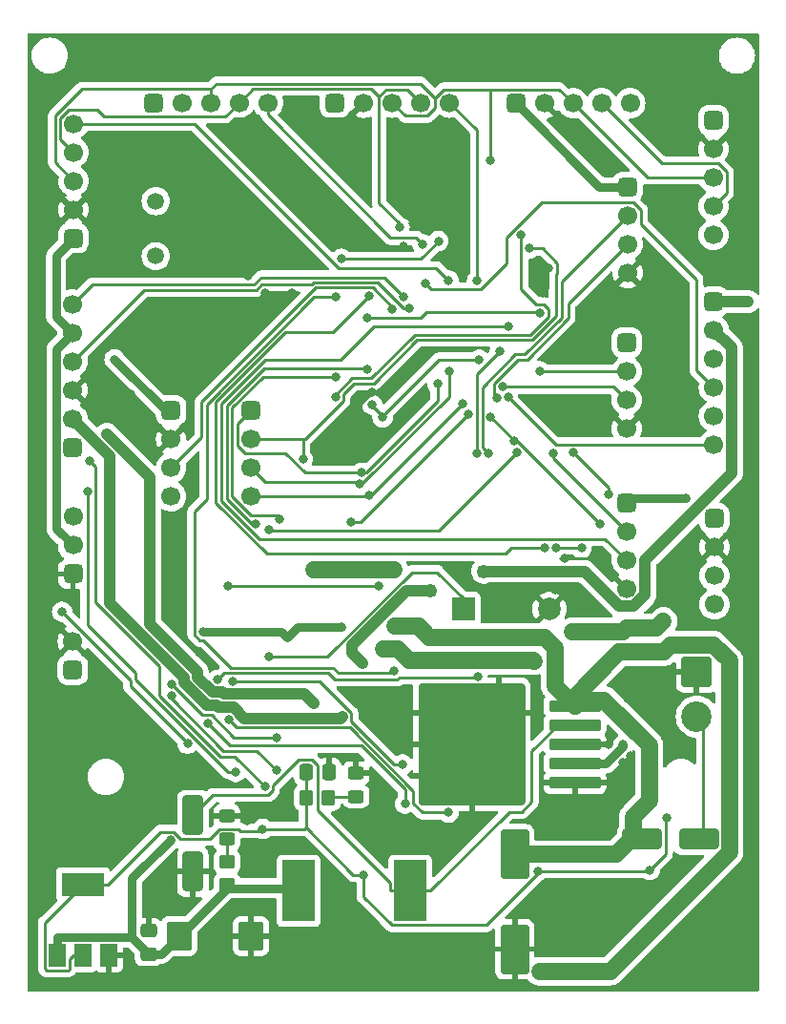
<source format=gbl>
G04 #@! TF.GenerationSoftware,KiCad,Pcbnew,7.0.5*
G04 #@! TF.CreationDate,2023-10-23T19:09:39+07:00*
G04 #@! TF.ProjectId,STM32F407VGT6,53544d33-3246-4343-9037-564754362e6b,rev?*
G04 #@! TF.SameCoordinates,Original*
G04 #@! TF.FileFunction,Copper,L2,Bot*
G04 #@! TF.FilePolarity,Positive*
%FSLAX46Y46*%
G04 Gerber Fmt 4.6, Leading zero omitted, Abs format (unit mm)*
G04 Created by KiCad (PCBNEW 7.0.5) date 2023-10-23 19:09:39*
%MOMM*%
%LPD*%
G01*
G04 APERTURE LIST*
G04 Aperture macros list*
%AMRoundRect*
0 Rectangle with rounded corners*
0 $1 Rounding radius*
0 $2 $3 $4 $5 $6 $7 $8 $9 X,Y pos of 4 corners*
0 Add a 4 corners polygon primitive as box body*
4,1,4,$2,$3,$4,$5,$6,$7,$8,$9,$2,$3,0*
0 Add four circle primitives for the rounded corners*
1,1,$1+$1,$2,$3*
1,1,$1+$1,$4,$5*
1,1,$1+$1,$6,$7*
1,1,$1+$1,$8,$9*
0 Add four rect primitives between the rounded corners*
20,1,$1+$1,$2,$3,$4,$5,0*
20,1,$1+$1,$4,$5,$6,$7,0*
20,1,$1+$1,$6,$7,$8,$9,0*
20,1,$1+$1,$8,$9,$2,$3,0*%
G04 Aperture macros list end*
G04 #@! TA.AperFunction,ComponentPad*
%ADD10RoundRect,0.425000X-0.425000X0.425000X-0.425000X-0.425000X0.425000X-0.425000X0.425000X0.425000X0*%
G04 #@! TD*
G04 #@! TA.AperFunction,ComponentPad*
%ADD11C,1.700000*%
G04 #@! TD*
G04 #@! TA.AperFunction,ComponentPad*
%ADD12RoundRect,0.250001X-1.099999X1.099999X-1.099999X-1.099999X1.099999X-1.099999X1.099999X1.099999X0*%
G04 #@! TD*
G04 #@! TA.AperFunction,ComponentPad*
%ADD13C,2.700000*%
G04 #@! TD*
G04 #@! TA.AperFunction,ComponentPad*
%ADD14RoundRect,0.425000X-0.425000X-0.425000X0.425000X-0.425000X0.425000X0.425000X-0.425000X0.425000X0*%
G04 #@! TD*
G04 #@! TA.AperFunction,ComponentPad*
%ADD15RoundRect,0.425000X0.425000X-0.425000X0.425000X0.425000X-0.425000X0.425000X-0.425000X-0.425000X0*%
G04 #@! TD*
G04 #@! TA.AperFunction,ComponentPad*
%ADD16C,1.500000*%
G04 #@! TD*
G04 #@! TA.AperFunction,ComponentPad*
%ADD17R,2.000000X2.000000*%
G04 #@! TD*
G04 #@! TA.AperFunction,ComponentPad*
%ADD18C,2.000000*%
G04 #@! TD*
G04 #@! TA.AperFunction,SMDPad,CuDef*
%ADD19RoundRect,0.250000X0.475000X-0.337500X0.475000X0.337500X-0.475000X0.337500X-0.475000X-0.337500X0*%
G04 #@! TD*
G04 #@! TA.AperFunction,SMDPad,CuDef*
%ADD20RoundRect,0.250000X2.050000X0.300000X-2.050000X0.300000X-2.050000X-0.300000X2.050000X-0.300000X0*%
G04 #@! TD*
G04 #@! TA.AperFunction,SMDPad,CuDef*
%ADD21RoundRect,0.250000X2.025000X2.375000X-2.025000X2.375000X-2.025000X-2.375000X2.025000X-2.375000X0*%
G04 #@! TD*
G04 #@! TA.AperFunction,SMDPad,CuDef*
%ADD22RoundRect,0.250002X4.449998X5.149998X-4.449998X5.149998X-4.449998X-5.149998X4.449998X-5.149998X0*%
G04 #@! TD*
G04 #@! TA.AperFunction,SMDPad,CuDef*
%ADD23RoundRect,0.250000X-0.450000X0.325000X-0.450000X-0.325000X0.450000X-0.325000X0.450000X0.325000X0*%
G04 #@! TD*
G04 #@! TA.AperFunction,SMDPad,CuDef*
%ADD24RoundRect,0.250000X-0.650000X1.500000X-0.650000X-1.500000X0.650000X-1.500000X0.650000X1.500000X0*%
G04 #@! TD*
G04 #@! TA.AperFunction,SMDPad,CuDef*
%ADD25R,2.900000X5.400000*%
G04 #@! TD*
G04 #@! TA.AperFunction,SMDPad,CuDef*
%ADD26R,1.500000X2.000000*%
G04 #@! TD*
G04 #@! TA.AperFunction,SMDPad,CuDef*
%ADD27R,3.800000X2.000000*%
G04 #@! TD*
G04 #@! TA.AperFunction,SMDPad,CuDef*
%ADD28RoundRect,0.250000X0.450000X-0.350000X0.450000X0.350000X-0.450000X0.350000X-0.450000X-0.350000X0*%
G04 #@! TD*
G04 #@! TA.AperFunction,SMDPad,CuDef*
%ADD29RoundRect,0.250000X-0.337500X-0.475000X0.337500X-0.475000X0.337500X0.475000X-0.337500X0.475000X0*%
G04 #@! TD*
G04 #@! TA.AperFunction,SMDPad,CuDef*
%ADD30RoundRect,0.250000X-0.875000X-1.025000X0.875000X-1.025000X0.875000X1.025000X-0.875000X1.025000X0*%
G04 #@! TD*
G04 #@! TA.AperFunction,SMDPad,CuDef*
%ADD31RoundRect,0.250000X-1.000000X1.950000X-1.000000X-1.950000X1.000000X-1.950000X1.000000X1.950000X0*%
G04 #@! TD*
G04 #@! TA.AperFunction,SMDPad,CuDef*
%ADD32RoundRect,0.250000X-1.500000X-0.650000X1.500000X-0.650000X1.500000X0.650000X-1.500000X0.650000X0*%
G04 #@! TD*
G04 #@! TA.AperFunction,SMDPad,CuDef*
%ADD33RoundRect,0.250000X0.350000X0.450000X-0.350000X0.450000X-0.350000X-0.450000X0.350000X-0.450000X0*%
G04 #@! TD*
G04 #@! TA.AperFunction,ViaPad*
%ADD34C,0.800000*%
G04 #@! TD*
G04 #@! TA.AperFunction,ViaPad*
%ADD35C,1.500000*%
G04 #@! TD*
G04 #@! TA.AperFunction,ViaPad*
%ADD36C,1.250000*%
G04 #@! TD*
G04 #@! TA.AperFunction,Conductor*
%ADD37C,0.250000*%
G04 #@! TD*
G04 #@! TA.AperFunction,Conductor*
%ADD38C,0.750000*%
G04 #@! TD*
G04 #@! TA.AperFunction,Conductor*
%ADD39C,1.500000*%
G04 #@! TD*
G04 #@! TA.AperFunction,Conductor*
%ADD40C,1.000000*%
G04 #@! TD*
G04 APERTURE END LIST*
D10*
X132810000Y-91250000D03*
D11*
X132810000Y-93790000D03*
X132810000Y-96330000D03*
X132810000Y-98870000D03*
D12*
X179460000Y-114452500D03*
D13*
X179460000Y-118412500D03*
D10*
X173340000Y-71420000D03*
D11*
X173340000Y-73960000D03*
X173340000Y-76500000D03*
X173340000Y-79040000D03*
D10*
X139879000Y-91250000D03*
D11*
X139879000Y-93790000D03*
X139879000Y-96330000D03*
X139879000Y-98870000D03*
D14*
X147350000Y-63940000D03*
D11*
X149890000Y-63940000D03*
X152430000Y-63940000D03*
X154970000Y-63940000D03*
X157510000Y-63940000D03*
D10*
X173230000Y-85240000D03*
D11*
X173230000Y-87780000D03*
X173230000Y-90320000D03*
X173230000Y-92860000D03*
D15*
X124080000Y-114270000D03*
D11*
X124080000Y-111730000D03*
D10*
X180939200Y-65510000D03*
D11*
X180939200Y-68050000D03*
X180939200Y-70590000D03*
X180939200Y-73130000D03*
X180939200Y-75670000D03*
D15*
X124155500Y-75962500D03*
D11*
X124155500Y-73422500D03*
X124155500Y-70882500D03*
X124155500Y-68342500D03*
X124155500Y-65802500D03*
D14*
X131230000Y-63940000D03*
D11*
X133770000Y-63940000D03*
X136310000Y-63940000D03*
X138850000Y-63940000D03*
X141390000Y-63940000D03*
D10*
X181040000Y-100840000D03*
D11*
X181040000Y-103380000D03*
X181040000Y-105920000D03*
X181040000Y-108460000D03*
D15*
X124060000Y-94540000D03*
D11*
X124060000Y-92000000D03*
X124060000Y-89460000D03*
X124060000Y-86920000D03*
X124060000Y-84380000D03*
X124060000Y-81840000D03*
D10*
X173230000Y-99440000D03*
D11*
X173230000Y-101980000D03*
X173230000Y-104520000D03*
X173230000Y-107060000D03*
D10*
X180979200Y-81580000D03*
D11*
X180979200Y-84120000D03*
X180979200Y-86660000D03*
X180979200Y-89200000D03*
X180979200Y-91740000D03*
X180979200Y-94280000D03*
D15*
X124100000Y-105760000D03*
D11*
X124100000Y-103220000D03*
X124100000Y-100680000D03*
D16*
X131440000Y-72677500D03*
X131440000Y-77557500D03*
D14*
X163400000Y-63990000D03*
D11*
X165940000Y-63990000D03*
X168480000Y-63990000D03*
X171020000Y-63990000D03*
X173560000Y-63990000D03*
D17*
X158786000Y-108856000D03*
D18*
X166386000Y-108856000D03*
D19*
X130800000Y-139467500D03*
X130800000Y-137392500D03*
D20*
X168650000Y-117470000D03*
X168650000Y-119170000D03*
X168650000Y-120870000D03*
D21*
X161925000Y-123645000D03*
X161925000Y-118095000D03*
D22*
X159500000Y-120870000D03*
D21*
X157075000Y-123645000D03*
X157075000Y-118095000D03*
D20*
X168650000Y-122570000D03*
X168650000Y-124270000D03*
D23*
X137750000Y-127247500D03*
X137750000Y-129297500D03*
D24*
X134730000Y-127160000D03*
X134730000Y-132160000D03*
D25*
X154030000Y-133870000D03*
X144130000Y-133870000D03*
D26*
X127300000Y-139580000D03*
X125000000Y-139580000D03*
D27*
X125000000Y-133280000D03*
D26*
X122700000Y-139580000D03*
D28*
X137770000Y-133290000D03*
X137770000Y-131290000D03*
D29*
X144770000Y-123310000D03*
X146845000Y-123310000D03*
D30*
X133500000Y-137892500D03*
X139900000Y-137892500D03*
D23*
X149217500Y-123440000D03*
X149217500Y-125490000D03*
D31*
X163310000Y-130640000D03*
X163310000Y-139040000D03*
D32*
X174640000Y-129290000D03*
X179640000Y-129290000D03*
D33*
X146787500Y-125620000D03*
X144787500Y-125620000D03*
D34*
X166900000Y-107160000D03*
X177890000Y-120960000D03*
X127112000Y-60198000D03*
X143570000Y-80820000D03*
X176670000Y-115880000D03*
X157500000Y-117860000D03*
X179970000Y-60310000D03*
X126112000Y-60198000D03*
X176670000Y-114880000D03*
X159500000Y-117860000D03*
X182610000Y-139030000D03*
X158500000Y-116860000D03*
X127140000Y-67050000D03*
D35*
X176490000Y-109960000D03*
D34*
X155180000Y-69230000D03*
X139650000Y-79290000D03*
X154260000Y-74650000D03*
X148430000Y-127470000D03*
X128100000Y-70060000D03*
X128270000Y-118160000D03*
X171950000Y-127150000D03*
X133240000Y-86110000D03*
X133090000Y-103050000D03*
X176670000Y-116880000D03*
X133240000Y-84110000D03*
X144960000Y-60250000D03*
X141840000Y-129410000D03*
X121430000Y-122910000D03*
X165754503Y-80815497D03*
X121430000Y-128910000D03*
X178870000Y-76430000D03*
X129830000Y-85140000D03*
X126430000Y-88390000D03*
X133090000Y-104050000D03*
X121430000Y-131910000D03*
X159490000Y-120780000D03*
X172090000Y-105840000D03*
X121430000Y-124910000D03*
X175970000Y-60310000D03*
X151300000Y-76530000D03*
X146960000Y-60250000D03*
X159500000Y-116860000D03*
X155510000Y-128040000D03*
X179160000Y-110410000D03*
X171920000Y-125550000D03*
X141130000Y-81800000D03*
X158500000Y-118860000D03*
X176160000Y-93210000D03*
X128112000Y-60198000D03*
X133240000Y-83110000D03*
X133240000Y-85110000D03*
X131112000Y-60198000D03*
X140960000Y-60250000D03*
X172880000Y-122490000D03*
X129830000Y-84140000D03*
X155230000Y-73740000D03*
X178160000Y-110410000D03*
X128270000Y-120160000D03*
X133030000Y-109860000D03*
X159500000Y-118860000D03*
X160500000Y-118860000D03*
X141100000Y-126960000D03*
X176600000Y-105370000D03*
X158500000Y-119860000D03*
X128100000Y-67060000D03*
X157490000Y-120780000D03*
X153420000Y-76690000D03*
X173600000Y-123110000D03*
X134250000Y-69540000D03*
X166290000Y-78640000D03*
X130112000Y-60198000D03*
X160500000Y-119860000D03*
X150760000Y-129050000D03*
X157718000Y-60198000D03*
X158718000Y-60198000D03*
X127140000Y-70050000D03*
X121430000Y-123910000D03*
X173600000Y-121890000D03*
X178870000Y-75430000D03*
X129830000Y-86140000D03*
X177600000Y-105370000D03*
X134300000Y-135080000D03*
X135730000Y-88460000D03*
X147960000Y-60250000D03*
X160718000Y-60198000D03*
X121430000Y-129910000D03*
X168760000Y-107120000D03*
X159718000Y-60198000D03*
X127140000Y-69050000D03*
X143960000Y-60250000D03*
X134250000Y-67540000D03*
X171810000Y-119880000D03*
X133290000Y-67530000D03*
X133290000Y-69530000D03*
X128940000Y-90630000D03*
X141130000Y-80800000D03*
X133360000Y-135050000D03*
X155220000Y-72800000D03*
X179160000Y-108410000D03*
X173340000Y-116820000D03*
X182610000Y-141030000D03*
X163718000Y-60198000D03*
X178970000Y-60310000D03*
X141960000Y-60250000D03*
X126430000Y-89390000D03*
X128270000Y-119160000D03*
X173320000Y-114810000D03*
X149180000Y-122030000D03*
X129112000Y-60198000D03*
X176670000Y-118880000D03*
X133090000Y-102050000D03*
X129830000Y-83140000D03*
X128100000Y-68060000D03*
X128270000Y-121160000D03*
X176670000Y-117880000D03*
X146640000Y-134980000D03*
X160500000Y-117860000D03*
X159500000Y-119860000D03*
X176970000Y-60310000D03*
X157500000Y-119860000D03*
X133090000Y-105050000D03*
X183610000Y-141030000D03*
X160490000Y-120780000D03*
X139580000Y-127680000D03*
X171620000Y-120860000D03*
X134250000Y-68540000D03*
X160500000Y-116860000D03*
X177870000Y-76430000D03*
X145960000Y-60250000D03*
X158500000Y-117860000D03*
X149360000Y-95030000D03*
X121430000Y-127910000D03*
X139030000Y-74920000D03*
X176160000Y-92210000D03*
X126430000Y-90390000D03*
X182610000Y-140030000D03*
X183610000Y-140030000D03*
X146640000Y-135980000D03*
X129220000Y-89800000D03*
X150610000Y-89640000D03*
X146640000Y-136980000D03*
X155190000Y-74630000D03*
X173970000Y-60310000D03*
X155510000Y-129040000D03*
X183610000Y-139030000D03*
X178160000Y-108410000D03*
X147630000Y-127100000D03*
X158490000Y-120780000D03*
X162718000Y-60198000D03*
X174970000Y-60310000D03*
X178160000Y-109410000D03*
X177970000Y-60310000D03*
X125112000Y-60198000D03*
X177870000Y-75430000D03*
X128100000Y-69060000D03*
X157500000Y-118860000D03*
X161718000Y-60198000D03*
X121430000Y-126910000D03*
X126430000Y-91390000D03*
X121430000Y-130910000D03*
X135300000Y-112740000D03*
X157500000Y-116860000D03*
X179160000Y-109410000D03*
X167750000Y-104350000D03*
X132112000Y-60198000D03*
X167810000Y-107100000D03*
X127140000Y-68050000D03*
X178780000Y-120960000D03*
X141130000Y-82800000D03*
X142960000Y-60250000D03*
X121430000Y-125910000D03*
X133290000Y-68530000D03*
X147913000Y-110475100D03*
X178509700Y-99007500D03*
X132742100Y-129357700D03*
X143127400Y-111411900D03*
X127788800Y-86716000D03*
X135656500Y-110881500D03*
X172925000Y-120915000D03*
X151578200Y-91868700D03*
X170879000Y-101329300D03*
X176777299Y-127392701D03*
X140939100Y-128381200D03*
X165368700Y-132099300D03*
X160152100Y-86743500D03*
X175288700Y-132036400D03*
X150651098Y-90745899D03*
X149919300Y-132462900D03*
X163234000Y-93928400D03*
X161160100Y-91824400D03*
X161969200Y-86000000D03*
X159947500Y-95075300D03*
X141523500Y-113126000D03*
X152588500Y-105385000D03*
X145441600Y-105385000D03*
X165511200Y-141005500D03*
X152660000Y-110405300D03*
X147911100Y-77787600D03*
X156544300Y-76224900D03*
X134260000Y-120812500D03*
X123129850Y-109110150D03*
X138536400Y-123325800D03*
X125379600Y-98446100D03*
X132828700Y-116550500D03*
X142141300Y-123173300D03*
X140323800Y-101317600D03*
X150201300Y-87571300D03*
X142210700Y-120245800D03*
X132829000Y-115520900D03*
X147382800Y-88243100D03*
X142453200Y-100890800D03*
X153564700Y-126143900D03*
X136055600Y-119002500D03*
X157430100Y-126916100D03*
X137910600Y-118712500D03*
X136930000Y-115144000D03*
X160010000Y-114870500D03*
X138295400Y-115245800D03*
X153353500Y-122649300D03*
X167006768Y-103429164D03*
X169236600Y-103464100D03*
X145510000Y-117270000D03*
X127103600Y-93346200D03*
X147976300Y-118439300D03*
X153984300Y-82181400D03*
X153458500Y-81208500D03*
X184034800Y-81580000D03*
D36*
X160580000Y-105510000D03*
X155810000Y-107230000D03*
D34*
X149809600Y-113703300D03*
X155393300Y-80001100D03*
X162728600Y-90059700D03*
X147382900Y-90087200D03*
X163876600Y-75689900D03*
X161124400Y-69099700D03*
X153087000Y-74967700D03*
X157448700Y-79736500D03*
X159960000Y-79738000D03*
X155118300Y-76487400D03*
X160960000Y-95055500D03*
X161701000Y-90104100D03*
X171634700Y-98699200D03*
X168511500Y-95008900D03*
X163487900Y-94966500D03*
X141507500Y-101836500D03*
X137830900Y-106850600D03*
X151238100Y-106850600D03*
X152460000Y-82296000D03*
X165536200Y-87780000D03*
X162223200Y-89150300D03*
X166711900Y-95088600D03*
X162728600Y-83755300D03*
X148760000Y-101120600D03*
X159207500Y-91578500D03*
X150350500Y-98753100D03*
X158671000Y-90628500D03*
X149550600Y-97774900D03*
X157474900Y-87741900D03*
X164614700Y-76882300D03*
X144511700Y-95574600D03*
X149696700Y-96762400D03*
X156460000Y-88903800D03*
X141117800Y-124638900D03*
X125556900Y-95691900D03*
X152590000Y-114375500D03*
X147382800Y-81149900D03*
X150400700Y-81096700D03*
X166007299Y-103437299D03*
X150188800Y-83048300D03*
X165544800Y-82637500D03*
D35*
X151680000Y-112410000D03*
X165010000Y-113470000D03*
X168450000Y-110850000D03*
D37*
X170600000Y-104350000D02*
X172090000Y-105840000D01*
X165754503Y-80815497D02*
X166240000Y-80330000D01*
X155180000Y-72760000D02*
X155220000Y-72800000D01*
X167750000Y-104350000D02*
X170600000Y-104350000D01*
X155180000Y-69230000D02*
X155180000Y-72760000D01*
X149360000Y-90890000D02*
X149360000Y-95030000D01*
X150610000Y-89640000D02*
X149360000Y-90890000D01*
X166240000Y-80330000D02*
X166240000Y-78670000D01*
D38*
X144130000Y-133870000D02*
X143882500Y-133622500D01*
X137770000Y-133622500D02*
X137770000Y-133290000D01*
X172925000Y-120915000D02*
X172925000Y-121066141D01*
X144064200Y-110475100D02*
X147913000Y-110475100D01*
X143882500Y-133622500D02*
X137770000Y-133622500D01*
X127788800Y-86716000D02*
X132322800Y-91250000D01*
X122700000Y-139580000D02*
X122700000Y-138004700D01*
X133500000Y-137892500D02*
X137770000Y-133622500D01*
X124060000Y-84380000D02*
X122582800Y-82902800D01*
X132322800Y-91250000D02*
X132810000Y-91250000D01*
X172925000Y-121066141D02*
X171421141Y-122570000D01*
X143127400Y-111411900D02*
X144064200Y-110475100D01*
X129337200Y-138004700D02*
X130800000Y-139467500D01*
X163400000Y-63990000D02*
X170830000Y-71420000D01*
X171421141Y-122570000D02*
X168650000Y-122570000D01*
X122582800Y-77535200D02*
X124155500Y-75962500D01*
X142585500Y-110870000D02*
X143127400Y-111411900D01*
X122582800Y-82902800D02*
X122582800Y-77535200D01*
X124060000Y-84380000D02*
X122611900Y-85828100D01*
X129337200Y-132762600D02*
X132742100Y-129357700D01*
X135668000Y-110870000D02*
X142585500Y-110870000D01*
X173662500Y-99007500D02*
X178509700Y-99007500D01*
X122611900Y-85828100D02*
X122611900Y-101731900D01*
X130800000Y-139467500D02*
X131925000Y-139467500D01*
X131925000Y-139467500D02*
X133500000Y-137892500D01*
X173230000Y-99440000D02*
X173662500Y-99007500D01*
X122700000Y-138004700D02*
X129337200Y-138004700D01*
X170830000Y-71420000D02*
X173340000Y-71420000D01*
X135656500Y-110881500D02*
X135668000Y-110870000D01*
X122611900Y-101731900D02*
X124100000Y-103220000D01*
X129337200Y-138004700D02*
X129337200Y-132762600D01*
D37*
X140776700Y-128543600D02*
X140939100Y-128381200D01*
X165368700Y-132099300D02*
X175225800Y-132099300D01*
X131872900Y-128632400D02*
X133042500Y-128632400D01*
X163234000Y-93898300D02*
X161160100Y-91824400D01*
X121604900Y-140731500D02*
X121778800Y-140905400D01*
X160819700Y-136895400D02*
X165368700Y-132346400D01*
X127225300Y-133280000D02*
X131872900Y-128632400D01*
X163234000Y-93928400D02*
X163234000Y-93898300D01*
X136221300Y-129236300D02*
X137076400Y-128381200D01*
X144787500Y-128263800D02*
X144787500Y-125620000D01*
X124170000Y-139580000D02*
X125000000Y-139580000D01*
X148986600Y-132462900D02*
X149919300Y-132462900D01*
X151578200Y-91718500D02*
X156553200Y-86743500D01*
X156553200Y-86743500D02*
X160152100Y-86743500D01*
X150651098Y-90791398D02*
X151578200Y-91718500D01*
X144787500Y-123327500D02*
X144770000Y-123310000D01*
X165368700Y-132346400D02*
X165368700Y-132099300D01*
X163478100Y-93928400D02*
X163234000Y-93928400D01*
X133646400Y-129236300D02*
X136221300Y-129236300D01*
X121604900Y-136686600D02*
X121604900Y-140731500D01*
X125118400Y-133280000D02*
X127225300Y-133280000D01*
X175225800Y-132099300D02*
X175288700Y-132036400D01*
X133042500Y-128632400D02*
X133646400Y-129236300D01*
X144787500Y-128263800D02*
X148986600Y-132462900D01*
X138961300Y-128543600D02*
X140776700Y-128543600D01*
X150651098Y-90745899D02*
X150651098Y-90791398D01*
X152397600Y-136895400D02*
X160819700Y-136895400D01*
X125118400Y-133280000D02*
X125011500Y-133280000D01*
X123674600Y-140905400D02*
X123820000Y-140760000D01*
X125011500Y-133280000D02*
X121604900Y-136686600D01*
X144787500Y-125620000D02*
X144787500Y-123327500D01*
X149919300Y-132462900D02*
X149919300Y-134417100D01*
X176777299Y-127392701D02*
X176777299Y-127485501D01*
X138798900Y-128381200D02*
X138961300Y-128543600D01*
X176777299Y-127485501D02*
X176716400Y-127546400D01*
X123820000Y-139930000D02*
X124170000Y-139580000D01*
X123820000Y-140760000D02*
X123820000Y-139930000D01*
X121778800Y-140905400D02*
X123674600Y-140905400D01*
X151578200Y-91718500D02*
X151578200Y-91868700D01*
X149919300Y-134417100D02*
X152397600Y-136895400D01*
X125000000Y-133280000D02*
X125011500Y-133280000D01*
X176716400Y-127546400D02*
X176716400Y-130608700D01*
X170879000Y-101329300D02*
X163478100Y-93928400D01*
X137076400Y-128381200D02*
X138798900Y-128381200D01*
X144787500Y-128263800D02*
X144670100Y-128381200D01*
X144670100Y-128381200D02*
X140939100Y-128381200D01*
X176716400Y-130608700D02*
X175288700Y-132036400D01*
X159947500Y-88021700D02*
X159947500Y-95075300D01*
X161969200Y-86000000D02*
X159947500Y-88021700D01*
X179640000Y-129290000D02*
X180010800Y-128919200D01*
X180010800Y-118963300D02*
X179460000Y-118412500D01*
X180010800Y-128919200D02*
X180010800Y-118963300D01*
X145807500Y-122715500D02*
X145807500Y-126687500D01*
X141843100Y-124546400D02*
X144142100Y-122247400D01*
X167147700Y-119170000D02*
X168650000Y-119170000D01*
X141843100Y-124939400D02*
X141843100Y-124546400D01*
X155805300Y-133870000D02*
X162808700Y-126866600D01*
X144142100Y-122247400D02*
X145339400Y-122247400D01*
X163918300Y-126866600D02*
X164816400Y-125968500D01*
X145807500Y-126687500D02*
X152254700Y-133134700D01*
X152254700Y-133870000D02*
X154030000Y-133870000D01*
X141418300Y-125364200D02*
X141843100Y-124939400D01*
X154917700Y-133870000D02*
X155805300Y-133870000D01*
X134730000Y-127160000D02*
X136525800Y-125364200D01*
X136525800Y-125364200D02*
X141418300Y-125364200D01*
X145339400Y-122247400D02*
X145807500Y-122715500D01*
X162808700Y-126866600D02*
X163918300Y-126866600D01*
X164816400Y-121501300D02*
X167147700Y-119170000D01*
X154917700Y-133870000D02*
X154030000Y-133870000D01*
X152254700Y-133134700D02*
X152254700Y-133870000D01*
X164816400Y-125968500D02*
X164816400Y-121501300D01*
X137770000Y-129317500D02*
X137750000Y-129297500D01*
X137770000Y-131290000D02*
X137770000Y-129317500D01*
X146917500Y-125490000D02*
X149217500Y-125490000D01*
X146787500Y-125620000D02*
X146917500Y-125490000D01*
X158786000Y-107946000D02*
X156440000Y-105600000D01*
X156440000Y-105600000D02*
X154174900Y-105600000D01*
X154174900Y-105600000D02*
X146648900Y-113126000D01*
X158786000Y-108856000D02*
X158786000Y-107946000D01*
X146648900Y-113126000D02*
X141523500Y-113126000D01*
D39*
X172273400Y-130640000D02*
X173828100Y-129085300D01*
X166890000Y-112310000D02*
X166890000Y-115710000D01*
X174032800Y-129290000D02*
X174640000Y-129290000D01*
X175240000Y-120950000D02*
X171230000Y-116940000D01*
X168209100Y-117029100D02*
X172558200Y-112680000D01*
X173828100Y-129085300D02*
X174032800Y-129290000D01*
X180962900Y-112050000D02*
X182353400Y-113440500D01*
X175240000Y-125870000D02*
X175240000Y-120950000D01*
X171777400Y-141005500D02*
X165511200Y-141005500D01*
X169180000Y-116940000D02*
X168650000Y-117470000D01*
X173828100Y-129085300D02*
X173828100Y-127281900D01*
X154775300Y-110405300D02*
X155730000Y-111360000D01*
X171230000Y-116940000D02*
X169180000Y-116940000D01*
X168209100Y-117029100D02*
X168650000Y-117470000D01*
X177160000Y-112050000D02*
X180962900Y-112050000D01*
X163310000Y-130640000D02*
X172273400Y-130640000D01*
X172558200Y-112680000D02*
X176530000Y-112680000D01*
X165940000Y-111360000D02*
X166890000Y-112310000D01*
X176530000Y-112680000D02*
X177160000Y-112050000D01*
X166890000Y-115710000D02*
X168209100Y-117029100D01*
X182353400Y-130429500D02*
X171777400Y-141005500D01*
X182353400Y-113440500D02*
X182353400Y-130429500D01*
X173828100Y-127281900D02*
X175240000Y-125870000D01*
X145441600Y-105385000D02*
X152588500Y-105385000D01*
X155730000Y-111360000D02*
X165940000Y-111360000D01*
X152660000Y-110405300D02*
X154775300Y-110405300D01*
D37*
X154981600Y-77787600D02*
X156544300Y-76224900D01*
X147911100Y-77787600D02*
X154981600Y-77787600D01*
X123129850Y-109110150D02*
X129180300Y-115160600D01*
X129180300Y-115732800D02*
X134260000Y-120812500D01*
X129180300Y-115160600D02*
X129180300Y-115732800D01*
X129630600Y-114520200D02*
X129630600Y-115077500D01*
X137878900Y-123325800D02*
X138536400Y-123325800D01*
X129630600Y-115077500D02*
X137878900Y-123325800D01*
X125379600Y-98446100D02*
X125379600Y-110269200D01*
X125379600Y-110269200D02*
X129630600Y-114520200D01*
X140417000Y-121449000D02*
X137461800Y-121449000D01*
X142141300Y-123173300D02*
X140417000Y-121449000D01*
X137461800Y-121449000D02*
X132828700Y-116815900D01*
X132828700Y-116815900D02*
X132828700Y-116550500D01*
X150110500Y-87480500D02*
X150201300Y-87571300D01*
X137770900Y-90797596D02*
X141087996Y-87480500D01*
X140323800Y-101317600D02*
X139944000Y-101317600D01*
X137770900Y-99144500D02*
X137770900Y-90797596D01*
X139944000Y-101317600D02*
X137770900Y-99144500D01*
X141087996Y-87480500D02*
X150110500Y-87480500D01*
X138403900Y-120245800D02*
X136428100Y-118270000D01*
X132829100Y-115525200D02*
X132829000Y-115525200D01*
X136428100Y-118270000D02*
X135573900Y-118270000D01*
X135573900Y-118270000D02*
X132829100Y-115525200D01*
X142210700Y-120245800D02*
X138403900Y-120245800D01*
X132829000Y-115525200D02*
X132829000Y-115520900D01*
X140961792Y-88243100D02*
X147382800Y-88243100D01*
X138221200Y-98901500D02*
X138221200Y-90983692D01*
X142154700Y-100592300D02*
X139912000Y-100592300D01*
X139912000Y-100592300D02*
X138221200Y-98901500D01*
X138221200Y-90983692D02*
X140961792Y-88243100D01*
X142453200Y-100890800D02*
X142154700Y-100592300D01*
X149672204Y-120998600D02*
X138051700Y-120998600D01*
X153564700Y-124891096D02*
X149672204Y-120998600D01*
X138051700Y-120998600D02*
X136055600Y-119002500D01*
X153564700Y-126143900D02*
X153564700Y-124891096D01*
X157430100Y-126916100D02*
X155120000Y-126916100D01*
X154320800Y-126116900D02*
X154320800Y-125010800D01*
X148693300Y-119383300D02*
X138581400Y-119383300D01*
X155120000Y-126916100D02*
X154320800Y-126116900D01*
X154320800Y-125010800D02*
X148693300Y-119383300D01*
X138581400Y-119383300D02*
X137910600Y-118712500D01*
X146767200Y-114520500D02*
X137553500Y-114520500D01*
X152890305Y-115100500D02*
X147347200Y-115100500D01*
X137553500Y-114520500D02*
X136930000Y-115144000D01*
X153040805Y-114950000D02*
X152890305Y-115100500D01*
X147347200Y-115100500D02*
X146767200Y-114520500D01*
X160010000Y-114870500D02*
X159930500Y-114950000D01*
X159930500Y-114950000D02*
X153040805Y-114950000D01*
X145949526Y-115245800D02*
X148801300Y-118097574D01*
X148801300Y-118097574D02*
X148801300Y-118821300D01*
X138295400Y-115245800D02*
X145949526Y-115245800D01*
X152629300Y-122649300D02*
X153353500Y-122649300D01*
X148801300Y-118821300D02*
X152629300Y-122649300D01*
X169236500Y-103464100D02*
X169236600Y-103464100D01*
X169201564Y-103429164D02*
X169236500Y-103464100D01*
X167006768Y-103429164D02*
X169201564Y-103429164D01*
D40*
X127103800Y-93346200D02*
X127103600Y-93346200D01*
X144651900Y-116411900D02*
X137510200Y-116411900D01*
X135129600Y-114413200D02*
X130890600Y-110174200D01*
X130890600Y-97133000D02*
X127103800Y-93346200D01*
X137510200Y-116411900D02*
X137342700Y-116244400D01*
X137342700Y-116244400D02*
X136463000Y-116244400D01*
X135129600Y-114911000D02*
X135129600Y-114413200D01*
X130890600Y-110174200D02*
X130890600Y-97133000D01*
X145510000Y-117270000D02*
X144651900Y-116411900D01*
X136463000Y-116244400D02*
X135129600Y-114911000D01*
X127378700Y-95318700D02*
X124060000Y-92000000D01*
X138366300Y-117612200D02*
X137013000Y-117612200D01*
X135965700Y-117444700D02*
X133929300Y-115408300D01*
X133929300Y-115408300D02*
X133929300Y-114910400D01*
X136845500Y-117444700D02*
X135965700Y-117444700D01*
X133929300Y-114910400D02*
X127378700Y-108359800D01*
X147863100Y-118552500D02*
X139306600Y-118552500D01*
X137013000Y-117612200D02*
X136845500Y-117444700D01*
X147976300Y-118439300D02*
X147863100Y-118552500D01*
X139306600Y-118552500D02*
X138366300Y-117612200D01*
X127378700Y-108359800D02*
X127378700Y-95318700D01*
D37*
X153403800Y-82181400D02*
X153984300Y-82181400D01*
X140829695Y-80075000D02*
X145310004Y-80075000D01*
X140364695Y-80540000D02*
X140829695Y-80075000D01*
X124060000Y-86920000D02*
X130440000Y-80540000D01*
X145310004Y-80075000D02*
X145482804Y-79902200D01*
X151124600Y-79902200D02*
X153403800Y-82181400D01*
X130440000Y-80540000D02*
X140364695Y-80540000D01*
X145482804Y-79902200D02*
X151124600Y-79902200D01*
X125810000Y-80090000D02*
X140178299Y-80090000D01*
X151702200Y-79452200D02*
X153458500Y-81208500D01*
X124060000Y-81840000D02*
X125810000Y-80090000D01*
X140178299Y-80090000D02*
X140816099Y-79452200D01*
X140816099Y-79452200D02*
X151702200Y-79452200D01*
D40*
X180979200Y-81580000D02*
X184034800Y-81580000D01*
X169487968Y-105510000D02*
X172587968Y-108610000D01*
X155800000Y-107240000D02*
X155810000Y-107230000D01*
X172587968Y-108610000D02*
X173872032Y-108610000D01*
X173872032Y-108610000D02*
X174880000Y-107602032D01*
X160580000Y-105510000D02*
X169487968Y-105510000D01*
X182551200Y-96823600D02*
X182551200Y-85692000D01*
X153719900Y-107240000D02*
X155800000Y-107240000D01*
X182551200Y-85692000D02*
X180979200Y-84120000D01*
X149809600Y-113703300D02*
X148880000Y-112773700D01*
X174880000Y-104494800D02*
X182551200Y-96823600D01*
X148880000Y-112079900D02*
X153719900Y-107240000D01*
X148880000Y-112773700D02*
X148880000Y-112079900D01*
X174880000Y-107602032D02*
X174880000Y-104494800D01*
D37*
X165730400Y-72775900D02*
X173817601Y-72775900D01*
X173817601Y-72775900D02*
X174515000Y-73473299D01*
X174515000Y-73473299D02*
X174515000Y-74715000D01*
X162556000Y-78180700D02*
X162556000Y-75950300D01*
X160252200Y-80484500D02*
X162556000Y-78180700D01*
X179436300Y-79636300D02*
X179436300Y-87657100D01*
X155876700Y-80484500D02*
X160252200Y-80484500D01*
X155393300Y-80001100D02*
X155876700Y-80484500D01*
X174515000Y-74715000D02*
X179436300Y-79636300D01*
X162556000Y-75950300D02*
X165730400Y-72775900D01*
X179436300Y-87657100D02*
X180979200Y-89200000D01*
X166948900Y-94280000D02*
X162728600Y-90059700D01*
X180979200Y-94280000D02*
X166948900Y-94280000D01*
X163876600Y-75689900D02*
X163876600Y-80476600D01*
X165219500Y-81819500D02*
X165856805Y-81819500D01*
X166281800Y-82244495D02*
X166281800Y-82925100D01*
X150588000Y-88390000D02*
X148880000Y-88390000D01*
X165856805Y-81819500D02*
X166281800Y-82244495D01*
X147382900Y-89887100D02*
X147382900Y-90087200D01*
X163876600Y-80476600D02*
X165219500Y-81819500D01*
X154462900Y-84515100D02*
X150588000Y-88390000D01*
X166281800Y-82925100D02*
X164691800Y-84515100D01*
X148880000Y-88390000D02*
X147382900Y-89887100D01*
X164691800Y-84515100D02*
X154462900Y-84515100D01*
X124868900Y-62749500D02*
X136310000Y-62749500D01*
X122513400Y-69240400D02*
X122513400Y-65105000D01*
X156240000Y-63545800D02*
X156240000Y-64428800D01*
X124155500Y-70882500D02*
X122513400Y-69240400D01*
X153605600Y-65115600D02*
X152430000Y-63940000D01*
X136310000Y-62749500D02*
X136310000Y-63940000D01*
X156240000Y-64428800D02*
X155553200Y-65115600D01*
X155553200Y-65115600D02*
X153605600Y-65115600D01*
X157021100Y-62764700D02*
X156240000Y-63545800D01*
X136807000Y-62252500D02*
X154946700Y-62252500D01*
X154946700Y-62252500D02*
X156240000Y-63545800D01*
X167254700Y-62764700D02*
X161124400Y-62764700D01*
X161124400Y-62764700D02*
X161124400Y-69099700D01*
X122513400Y-65105000D02*
X124868900Y-62749500D01*
X136310000Y-62749500D02*
X136807000Y-62252500D01*
X161124400Y-62764700D02*
X157021100Y-62764700D01*
X168480000Y-63990000D02*
X167254700Y-62764700D01*
X175080000Y-70590000D02*
X168480000Y-63990000D01*
X180939200Y-70590000D02*
X175080000Y-70590000D01*
X122976100Y-67163100D02*
X122976100Y-65319700D01*
X153087000Y-74967700D02*
X153087000Y-74674600D01*
X153087000Y-74674600D02*
X151254600Y-72842200D01*
X180939200Y-73130000D02*
X182128700Y-71940500D01*
X182128700Y-70113400D02*
X181335300Y-69320000D01*
X151254600Y-72842200D02*
X151254600Y-63428800D01*
X140087100Y-62702900D02*
X138850000Y-63940000D01*
X153794600Y-62764600D02*
X154970000Y-63940000D01*
X123716300Y-64579500D02*
X126270800Y-64579500D01*
X124155500Y-68342500D02*
X122976100Y-67163100D01*
X126270800Y-64579500D02*
X126844800Y-65153500D01*
X150528700Y-62702900D02*
X140087100Y-62702900D01*
X122976100Y-65319700D02*
X123716300Y-64579500D01*
X137636500Y-65153500D02*
X138850000Y-63940000D01*
X151254600Y-63428800D02*
X151918800Y-62764600D01*
X181335300Y-69320000D02*
X176350000Y-69320000D01*
X176350000Y-69320000D02*
X171020000Y-63990000D01*
X182128700Y-71940500D02*
X182128700Y-70113400D01*
X151918800Y-62764600D02*
X153794600Y-62764600D01*
X126844800Y-65153500D02*
X137636500Y-65153500D01*
X151254600Y-63428800D02*
X150528700Y-62702900D01*
X147682300Y-78623300D02*
X134861500Y-65802500D01*
X157448700Y-79736500D02*
X156335500Y-78623300D01*
X134861500Y-65802500D02*
X124155500Y-65802500D01*
X156335500Y-78623300D02*
X147682300Y-78623300D01*
X159960000Y-66390000D02*
X159960000Y-79738000D01*
X157510000Y-63940000D02*
X159960000Y-66390000D01*
X155118300Y-76487400D02*
X154560900Y-75930000D01*
X152288900Y-75930000D02*
X141390000Y-65031100D01*
X141390000Y-65031100D02*
X141390000Y-63940000D01*
X154560900Y-75930000D02*
X152288900Y-75930000D01*
X163382500Y-86264100D02*
X164216600Y-86264100D01*
X160434600Y-89212000D02*
X163382500Y-86264100D01*
X167470000Y-83010700D02*
X167470000Y-79830000D01*
X167470000Y-79830000D02*
X173340000Y-73960000D01*
X160960000Y-95055500D02*
X160434600Y-94530100D01*
X160434600Y-94530100D02*
X160434600Y-89212000D01*
X164216600Y-86264100D02*
X167470000Y-83010700D01*
X168066600Y-83053800D02*
X164406000Y-86714400D01*
X161469900Y-88835300D02*
X161469900Y-89873000D01*
X161469900Y-89873000D02*
X161701000Y-90104100D01*
X163590800Y-86714400D02*
X161469900Y-88835300D01*
X173340000Y-76500000D02*
X168066600Y-81773400D01*
X164406000Y-86714400D02*
X163590800Y-86714400D01*
X168066600Y-81773400D02*
X168066600Y-83053800D01*
X168511500Y-95008900D02*
X171634700Y-98132100D01*
X171634700Y-98132100D02*
X171634700Y-98699200D01*
X156563300Y-101891100D02*
X141562100Y-101891100D01*
X163487900Y-94966500D02*
X156563300Y-101891100D01*
X141562100Y-101891100D02*
X141507500Y-101836500D01*
X151238100Y-106850600D02*
X137830900Y-106850600D01*
X145669200Y-80352200D02*
X135505100Y-90516300D01*
X150745600Y-80352200D02*
X145669200Y-80352200D01*
X152460000Y-82296000D02*
X152460000Y-82066600D01*
X135505100Y-93634900D02*
X132810000Y-96330000D01*
X135505100Y-90516300D02*
X135505100Y-93634900D01*
X152460000Y-82066600D02*
X150745600Y-80352200D01*
X173230000Y-87780000D02*
X165536200Y-87780000D01*
X173230000Y-90320000D02*
X172060300Y-89150300D01*
X172060300Y-89150300D02*
X162223200Y-89150300D01*
X166711900Y-95461900D02*
X173230000Y-101980000D01*
X166711900Y-95088600D02*
X166711900Y-95461900D01*
X137274800Y-99294400D02*
X140610400Y-102630000D01*
X137274800Y-90657300D02*
X137274800Y-99294400D01*
X141165300Y-86766800D02*
X137274800Y-90657300D01*
X147807300Y-86766800D02*
X141165300Y-86766800D01*
X162728600Y-83755300D02*
X150818800Y-83755300D01*
X140610400Y-102630000D02*
X171340000Y-102630000D01*
X171340000Y-102630000D02*
X173230000Y-104520000D01*
X150818800Y-83755300D02*
X147807300Y-86766800D01*
X148760000Y-101120600D02*
X149665400Y-101120600D01*
X149665400Y-101120600D02*
X159207500Y-91578500D01*
X139879000Y-98870000D02*
X150233600Y-98870000D01*
X150546400Y-98753100D02*
X158671000Y-90628500D01*
X150233600Y-98870000D02*
X150350500Y-98753100D01*
X150350500Y-98753100D02*
X150546400Y-98753100D01*
X149550600Y-97617600D02*
X141166600Y-97617600D01*
X157474900Y-90034400D02*
X149891700Y-97617600D01*
X149550600Y-97774900D02*
X149550600Y-97617600D01*
X149891700Y-97617600D02*
X149550600Y-97617600D01*
X141166600Y-97617600D02*
X139879000Y-96330000D01*
X157474900Y-87741900D02*
X157474900Y-90034400D01*
X148107900Y-89798496D02*
X148107900Y-90387505D01*
X150774396Y-88840000D02*
X149066396Y-88840000D01*
X144511700Y-93790000D02*
X144511700Y-95574600D01*
X167100000Y-79090000D02*
X166970000Y-79220000D01*
X166970000Y-79220000D02*
X166970000Y-82873800D01*
X154648796Y-84965600D02*
X150774396Y-88840000D01*
X165792300Y-76882300D02*
X167100000Y-78190000D01*
X149066396Y-88840000D02*
X148107900Y-89798496D01*
X144705405Y-93790000D02*
X144511700Y-93790000D01*
X164614700Y-76882300D02*
X165792300Y-76882300D01*
X167100000Y-78190000D02*
X167100000Y-79090000D01*
X164878200Y-84965600D02*
X154648796Y-84965600D01*
X144511700Y-93790000D02*
X139879000Y-93790000D01*
X166970000Y-82873800D02*
X164878200Y-84965600D01*
X148107900Y-90387505D02*
X144705405Y-93790000D01*
X138678100Y-92450900D02*
X138678100Y-94368100D01*
X139370000Y-95060000D02*
X142971300Y-95060000D01*
X139879000Y-91250000D02*
X138678100Y-92450900D01*
X149696700Y-96762400D02*
X150110504Y-96762400D01*
X150110504Y-96762400D02*
X156460000Y-90412904D01*
X156460000Y-90412904D02*
X156460000Y-88903800D01*
X142971300Y-95060000D02*
X144673700Y-96762400D01*
X144673700Y-96762400D02*
X149696700Y-96762400D01*
X138678100Y-94368100D02*
X139370000Y-95060000D01*
X131767300Y-116571400D02*
X137148800Y-121952900D01*
X126112000Y-108260400D02*
X131767300Y-113915700D01*
X131767300Y-113915700D02*
X131767300Y-116571400D01*
X138431800Y-121952900D02*
X141117800Y-124638900D01*
X126112000Y-96247000D02*
X126112000Y-108260400D01*
X125556900Y-95691900D02*
X126112000Y-96247000D01*
X137148800Y-121952900D02*
X138431800Y-121952900D01*
X134876500Y-100230500D02*
X135955400Y-99151600D01*
X138130200Y-114070200D02*
X135666500Y-111606500D01*
X135955400Y-90702900D02*
X145508400Y-81149900D01*
X147178800Y-114070200D02*
X138130200Y-114070200D01*
X135356195Y-111606500D02*
X134876500Y-111126805D01*
X147639200Y-114530600D02*
X147178800Y-114070200D01*
X145508400Y-81149900D02*
X147382800Y-81149900D01*
X135666500Y-111606500D02*
X135356195Y-111606500D01*
X134876500Y-111126805D02*
X134876500Y-100230500D01*
X135955400Y-99151600D02*
X135955400Y-90702900D01*
X152590000Y-114375500D02*
X152434900Y-114530600D01*
X152434900Y-114530600D02*
X147639200Y-114530600D01*
X162995501Y-103437299D02*
X162475900Y-103956900D01*
X166007299Y-103437299D02*
X162995501Y-103437299D01*
X141300400Y-103956900D02*
X136788100Y-99444600D01*
X136788100Y-99444600D02*
X136788100Y-90507100D01*
X147159700Y-84337700D02*
X150400700Y-81096700D01*
X136788100Y-90507100D02*
X142957500Y-84337700D01*
X162475900Y-103956900D02*
X141300400Y-103956900D01*
X142957500Y-84337700D02*
X147159700Y-84337700D01*
X165451800Y-82544500D02*
X155496800Y-82544500D01*
X155496800Y-82544500D02*
X154993000Y-83048300D01*
X154993000Y-83048300D02*
X150188800Y-83048300D01*
X165544800Y-82637500D02*
X165451800Y-82544500D01*
D39*
X161780000Y-113460000D02*
X153970000Y-113460000D01*
X161790000Y-113450000D02*
X164990000Y-113450000D01*
X164990000Y-113450000D02*
X165010000Y-113470000D01*
X153970000Y-113460000D02*
X152920000Y-112410000D01*
X152920000Y-112410000D02*
X151680000Y-112410000D01*
X168450000Y-110850000D02*
X172940000Y-110850000D01*
X161790000Y-113450000D02*
X161780000Y-113460000D01*
X173250000Y-110540000D02*
X175910000Y-110540000D01*
X172940000Y-110850000D02*
X173250000Y-110540000D01*
X175910000Y-110540000D02*
X176500000Y-109950000D01*
G04 #@! TA.AperFunction,Conductor*
G36*
X123371623Y-57770513D02*
G01*
X184906022Y-57779980D01*
X184973056Y-57799675D01*
X185018802Y-57852486D01*
X185030000Y-57903980D01*
X185030000Y-80864346D01*
X185010315Y-80931385D01*
X184957511Y-80977140D01*
X184888353Y-80987084D01*
X184824797Y-80958059D01*
X184816126Y-80949779D01*
X184808561Y-80941821D01*
X184689859Y-80816947D01*
X184550837Y-80720185D01*
X184522850Y-80700705D01*
X184335856Y-80620459D01*
X184136541Y-80579500D01*
X182188210Y-80579500D01*
X182121171Y-80559815D01*
X182091844Y-80533536D01*
X182090484Y-80531856D01*
X182062232Y-80496968D01*
X181911040Y-80374535D01*
X181737696Y-80286212D01*
X181549778Y-80235859D01*
X181549777Y-80235858D01*
X181549774Y-80235858D01*
X181468983Y-80229500D01*
X181468978Y-80229500D01*
X180489422Y-80229500D01*
X180489416Y-80229500D01*
X180408625Y-80235858D01*
X180217894Y-80286965D01*
X180148044Y-80285302D01*
X180090181Y-80246140D01*
X180062677Y-80181911D01*
X180061800Y-80167190D01*
X180061800Y-79719037D01*
X180063524Y-79703423D01*
X180063238Y-79703396D01*
X180063972Y-79695633D01*
X180061831Y-79627471D01*
X180061800Y-79625524D01*
X180061800Y-79596951D01*
X180061800Y-79596950D01*
X180060929Y-79590059D01*
X180060472Y-79584245D01*
X180059918Y-79566622D01*
X180059009Y-79537673D01*
X180053422Y-79518444D01*
X180049474Y-79499384D01*
X180049108Y-79496488D01*
X180046964Y-79479508D01*
X180029807Y-79436175D01*
X180027919Y-79430659D01*
X180014919Y-79385912D01*
X180004718Y-79368663D01*
X179996160Y-79351194D01*
X179988786Y-79332568D01*
X179988783Y-79332564D01*
X179988783Y-79332563D01*
X179961398Y-79294871D01*
X179958190Y-79289987D01*
X179934472Y-79249882D01*
X179934463Y-79249871D01*
X179920305Y-79235713D01*
X179907670Y-79220920D01*
X179895893Y-79204712D01*
X179859993Y-79175013D01*
X179855681Y-79171090D01*
X175176819Y-74492227D01*
X175143334Y-74430905D01*
X175140500Y-74404547D01*
X175140500Y-73556037D01*
X175142224Y-73540424D01*
X175141938Y-73540397D01*
X175142672Y-73532634D01*
X175140530Y-73464469D01*
X175140499Y-73462519D01*
X175140500Y-73433949D01*
X175139629Y-73427057D01*
X175139172Y-73421245D01*
X175137709Y-73374671D01*
X175132122Y-73355443D01*
X175128174Y-73336383D01*
X175125664Y-73316507D01*
X175108507Y-73273174D01*
X175106619Y-73267658D01*
X175093619Y-73222911D01*
X175083418Y-73205662D01*
X175074860Y-73188193D01*
X175067486Y-73169567D01*
X175067483Y-73169563D01*
X175067483Y-73169562D01*
X175040098Y-73131870D01*
X175036890Y-73126986D01*
X175013172Y-73086881D01*
X175013163Y-73086870D01*
X174999005Y-73072712D01*
X174986370Y-73057919D01*
X174974593Y-73041711D01*
X174938693Y-73012012D01*
X174934381Y-73008089D01*
X174504796Y-72578504D01*
X174471311Y-72517181D01*
X174476295Y-72447489D01*
X174496111Y-72412787D01*
X174542926Y-72354975D01*
X174545465Y-72351840D01*
X174633788Y-72178496D01*
X174684141Y-71990578D01*
X174690500Y-71909778D01*
X174690500Y-71295640D01*
X174710185Y-71228602D01*
X174762989Y-71182847D01*
X174832147Y-71172903D01*
X174845335Y-71175536D01*
X174847906Y-71176196D01*
X174847908Y-71176197D01*
X174867312Y-71181179D01*
X174885710Y-71187478D01*
X174904105Y-71195438D01*
X174950129Y-71202726D01*
X174955832Y-71203907D01*
X175000981Y-71215500D01*
X175021016Y-71215500D01*
X175040413Y-71217026D01*
X175060196Y-71220160D01*
X175106583Y-71215775D01*
X175112422Y-71215500D01*
X179663973Y-71215500D01*
X179731012Y-71235185D01*
X179765548Y-71268377D01*
X179900701Y-71461396D01*
X179900706Y-71461402D01*
X180067797Y-71628493D01*
X180067803Y-71628498D01*
X180253358Y-71758425D01*
X180296983Y-71813002D01*
X180304177Y-71882500D01*
X180272654Y-71944855D01*
X180253358Y-71961575D01*
X180067797Y-72091505D01*
X179900705Y-72258597D01*
X179765165Y-72452169D01*
X179765164Y-72452171D01*
X179665298Y-72666335D01*
X179665294Y-72666344D01*
X179604138Y-72894586D01*
X179604136Y-72894596D01*
X179583541Y-73129999D01*
X179583541Y-73130000D01*
X179604136Y-73365403D01*
X179604138Y-73365413D01*
X179665294Y-73593655D01*
X179665296Y-73593659D01*
X179665297Y-73593663D01*
X179750347Y-73776053D01*
X179765165Y-73807830D01*
X179765167Y-73807834D01*
X179900701Y-74001395D01*
X179900706Y-74001402D01*
X180067797Y-74168493D01*
X180067803Y-74168498D01*
X180253358Y-74298425D01*
X180296983Y-74353002D01*
X180304177Y-74422500D01*
X180272654Y-74484855D01*
X180253358Y-74501575D01*
X180067797Y-74631505D01*
X179900705Y-74798597D01*
X179765165Y-74992169D01*
X179765164Y-74992171D01*
X179665298Y-75206335D01*
X179665294Y-75206344D01*
X179604138Y-75434586D01*
X179604136Y-75434596D01*
X179583541Y-75669999D01*
X179583541Y-75670000D01*
X179604136Y-75905403D01*
X179604138Y-75905413D01*
X179665294Y-76133655D01*
X179665296Y-76133659D01*
X179665297Y-76133663D01*
X179726352Y-76264596D01*
X179765165Y-76347830D01*
X179765167Y-76347834D01*
X179865536Y-76491174D01*
X179900705Y-76541401D01*
X180067799Y-76708495D01*
X180137234Y-76757114D01*
X180261365Y-76844032D01*
X180261367Y-76844033D01*
X180261370Y-76844035D01*
X180475537Y-76943903D01*
X180703792Y-77005063D01*
X180870130Y-77019616D01*
X180939199Y-77025659D01*
X180939200Y-77025659D01*
X180939201Y-77025659D01*
X180978434Y-77022226D01*
X181174608Y-77005063D01*
X181402863Y-76943903D01*
X181617030Y-76844035D01*
X181810601Y-76708495D01*
X181977695Y-76541401D01*
X182113235Y-76347830D01*
X182213103Y-76133663D01*
X182274263Y-75905408D01*
X182294859Y-75670000D01*
X182274263Y-75434592D01*
X182213103Y-75206337D01*
X182113235Y-74992171D01*
X182107742Y-74984325D01*
X181977694Y-74798597D01*
X181810602Y-74631506D01*
X181810601Y-74631505D01*
X181625042Y-74501575D01*
X181625041Y-74501574D01*
X181581416Y-74446997D01*
X181574224Y-74377498D01*
X181605746Y-74315144D01*
X181625036Y-74298428D01*
X181810601Y-74168495D01*
X181977695Y-74001401D01*
X182113235Y-73807830D01*
X182213103Y-73593663D01*
X182274263Y-73365408D01*
X182294859Y-73130000D01*
X182274263Y-72894592D01*
X182247343Y-72794123D01*
X182249006Y-72724277D01*
X182279435Y-72674354D01*
X182512488Y-72441301D01*
X182524742Y-72431486D01*
X182524559Y-72431264D01*
X182530568Y-72426291D01*
X182530577Y-72426286D01*
X182577307Y-72376522D01*
X182578546Y-72375243D01*
X182598820Y-72354971D01*
X182603079Y-72349478D01*
X182606852Y-72345061D01*
X182638762Y-72311082D01*
X182648415Y-72293520D01*
X182659089Y-72277270D01*
X182671373Y-72261436D01*
X182689880Y-72218667D01*
X182692449Y-72213424D01*
X182711651Y-72178496D01*
X182714897Y-72172592D01*
X182719878Y-72153189D01*
X182726178Y-72134788D01*
X182734138Y-72116396D01*
X182741430Y-72070349D01*
X182742611Y-72064652D01*
X182754200Y-72019519D01*
X182754200Y-71999482D01*
X182755727Y-71980082D01*
X182758860Y-71960304D01*
X182754475Y-71913915D01*
X182754200Y-71908077D01*
X182754200Y-70196138D01*
X182755923Y-70180521D01*
X182755638Y-70180494D01*
X182756372Y-70172732D01*
X182754231Y-70104571D01*
X182754200Y-70102624D01*
X182754200Y-70074051D01*
X182754200Y-70074050D01*
X182753329Y-70067159D01*
X182752872Y-70061345D01*
X182751409Y-70014772D01*
X182745822Y-69995544D01*
X182741874Y-69976484D01*
X182740978Y-69969390D01*
X182739364Y-69956608D01*
X182739363Y-69956606D01*
X182739363Y-69956604D01*
X182722212Y-69913287D01*
X182720319Y-69907758D01*
X182707318Y-69863009D01*
X182707316Y-69863006D01*
X182697123Y-69845771D01*
X182688561Y-69828294D01*
X182681187Y-69809670D01*
X182681186Y-69809668D01*
X182653779Y-69771945D01*
X182650588Y-69767086D01*
X182626872Y-69726983D01*
X182626865Y-69726974D01*
X182612706Y-69712815D01*
X182600068Y-69698019D01*
X182588294Y-69681813D01*
X182576416Y-69671987D01*
X182552388Y-69652109D01*
X182548076Y-69648186D01*
X181986323Y-69086432D01*
X181952838Y-69025109D01*
X181957822Y-68955417D01*
X181974948Y-68926034D01*
X181974204Y-68925513D01*
X182112800Y-68727578D01*
X182212629Y-68513492D01*
X182212633Y-68513483D01*
X182273767Y-68285326D01*
X182273769Y-68285315D01*
X182294357Y-68050001D01*
X182294357Y-68049998D01*
X182273769Y-67814684D01*
X182273767Y-67814673D01*
X182212633Y-67586516D01*
X182212629Y-67586507D01*
X182112800Y-67372423D01*
X182112799Y-67372421D01*
X182054125Y-67288626D01*
X182054125Y-67288625D01*
X181422276Y-67920474D01*
X181398693Y-67840156D01*
X181320961Y-67719202D01*
X181212300Y-67625048D01*
X181081515Y-67565320D01*
X181071733Y-67563913D01*
X181700573Y-66935073D01*
X181696744Y-66891308D01*
X181710510Y-66822808D01*
X181759125Y-66772625D01*
X181763953Y-66770028D01*
X181871040Y-66715465D01*
X182022232Y-66593032D01*
X182144665Y-66441840D01*
X182232988Y-66268496D01*
X182283341Y-66080578D01*
X182289700Y-65999778D01*
X182289700Y-65020222D01*
X182283341Y-64939422D01*
X182232988Y-64751504D01*
X182144665Y-64578160D01*
X182022232Y-64426968D01*
X181871040Y-64304535D01*
X181697696Y-64216212D01*
X181509778Y-64165859D01*
X181509777Y-64165858D01*
X181509774Y-64165858D01*
X181428983Y-64159500D01*
X181428978Y-64159500D01*
X180449422Y-64159500D01*
X180449416Y-64159500D01*
X180368625Y-64165858D01*
X180180704Y-64216212D01*
X180007361Y-64304534D01*
X179856168Y-64426968D01*
X179733734Y-64578161D01*
X179645412Y-64751504D01*
X179595058Y-64939425D01*
X179588700Y-65020216D01*
X179588700Y-65999783D01*
X179595058Y-66080574D01*
X179595058Y-66080577D01*
X179595059Y-66080578D01*
X179645412Y-66268496D01*
X179733735Y-66441840D01*
X179856168Y-66593032D01*
X179925394Y-66649090D01*
X180007362Y-66715467D01*
X180114421Y-66770015D01*
X180165217Y-66817989D01*
X180182013Y-66885810D01*
X180181655Y-66891308D01*
X180177825Y-66935072D01*
X180806666Y-67563913D01*
X180796885Y-67565320D01*
X180666100Y-67625048D01*
X180557439Y-67719202D01*
X180479707Y-67840156D01*
X180456123Y-67920476D01*
X179824272Y-67288625D01*
X179765601Y-67372419D01*
X179665770Y-67586507D01*
X179665766Y-67586516D01*
X179604632Y-67814673D01*
X179604630Y-67814684D01*
X179584043Y-68049998D01*
X179584043Y-68050001D01*
X179604630Y-68285315D01*
X179604632Y-68285326D01*
X179665766Y-68513483D01*
X179665771Y-68513497D01*
X179667916Y-68518096D01*
X179678408Y-68587173D01*
X179649888Y-68650957D01*
X179591411Y-68689196D01*
X179555534Y-68694500D01*
X176660453Y-68694500D01*
X176593414Y-68674815D01*
X176572772Y-68658181D01*
X173471931Y-65557340D01*
X173438446Y-65496017D01*
X173443430Y-65426325D01*
X173485302Y-65370392D01*
X173550766Y-65345975D01*
X173559612Y-65345659D01*
X173560001Y-65345659D01*
X173618966Y-65340500D01*
X173795408Y-65325063D01*
X174023663Y-65263903D01*
X174237830Y-65164035D01*
X174431401Y-65028495D01*
X174598495Y-64861401D01*
X174734035Y-64667830D01*
X174833903Y-64453663D01*
X174895063Y-64225408D01*
X174915659Y-63990000D01*
X174895063Y-63754592D01*
X174833903Y-63526337D01*
X174734035Y-63312171D01*
X174728425Y-63304158D01*
X174598494Y-63118597D01*
X174431402Y-62951506D01*
X174431395Y-62951501D01*
X174237834Y-62815967D01*
X174237830Y-62815965D01*
X174237830Y-62815964D01*
X174023663Y-62716097D01*
X174023659Y-62716096D01*
X174023655Y-62716094D01*
X173795413Y-62654938D01*
X173795403Y-62654936D01*
X173560001Y-62634341D01*
X173559999Y-62634341D01*
X173324596Y-62654936D01*
X173324586Y-62654938D01*
X173096344Y-62716094D01*
X173096335Y-62716098D01*
X172882171Y-62815964D01*
X172882169Y-62815965D01*
X172688597Y-62951505D01*
X172521505Y-63118597D01*
X172391575Y-63304158D01*
X172336998Y-63347783D01*
X172267500Y-63354977D01*
X172205145Y-63323454D01*
X172188425Y-63304158D01*
X172058494Y-63118597D01*
X171891402Y-62951506D01*
X171891395Y-62951501D01*
X171697834Y-62815967D01*
X171697830Y-62815965D01*
X171697829Y-62815964D01*
X171483663Y-62716097D01*
X171483659Y-62716096D01*
X171483655Y-62716094D01*
X171255413Y-62654938D01*
X171255403Y-62654936D01*
X171020001Y-62634341D01*
X171019999Y-62634341D01*
X170784596Y-62654936D01*
X170784586Y-62654938D01*
X170556344Y-62716094D01*
X170556335Y-62716098D01*
X170342171Y-62815964D01*
X170342169Y-62815965D01*
X170148597Y-62951505D01*
X169981508Y-63118594D01*
X169851574Y-63304160D01*
X169796997Y-63347784D01*
X169727498Y-63354977D01*
X169665144Y-63323455D01*
X169648429Y-63304164D01*
X169518495Y-63118599D01*
X169518493Y-63118596D01*
X169351402Y-62951506D01*
X169351395Y-62951501D01*
X169157834Y-62815967D01*
X169157830Y-62815965D01*
X169157829Y-62815964D01*
X168943663Y-62716097D01*
X168943659Y-62716096D01*
X168943655Y-62716094D01*
X168715413Y-62654938D01*
X168715403Y-62654936D01*
X168480001Y-62634341D01*
X168479999Y-62634341D01*
X168244596Y-62654936D01*
X168244586Y-62654938D01*
X168144126Y-62681856D01*
X168074276Y-62680193D01*
X168024352Y-62649762D01*
X167755503Y-62380912D01*
X167745680Y-62368650D01*
X167745459Y-62368834D01*
X167740486Y-62362822D01*
X167690766Y-62316132D01*
X167689366Y-62314775D01*
X167669176Y-62294584D01*
X167663686Y-62290325D01*
X167659261Y-62286547D01*
X167625282Y-62254638D01*
X167625280Y-62254636D01*
X167625277Y-62254635D01*
X167607729Y-62244988D01*
X167591463Y-62234304D01*
X167580915Y-62226122D01*
X167575636Y-62222027D01*
X167575635Y-62222026D01*
X167575633Y-62222025D01*
X167532868Y-62203518D01*
X167527622Y-62200948D01*
X167486793Y-62178503D01*
X167486792Y-62178502D01*
X167467393Y-62173522D01*
X167448981Y-62167218D01*
X167430598Y-62159262D01*
X167430592Y-62159260D01*
X167384574Y-62151972D01*
X167378852Y-62150787D01*
X167333721Y-62139200D01*
X167333719Y-62139200D01*
X167313684Y-62139200D01*
X167294286Y-62137673D01*
X167280395Y-62135473D01*
X167274505Y-62134540D01*
X167274504Y-62134540D01*
X167228116Y-62138925D01*
X167222278Y-62139200D01*
X161195247Y-62139200D01*
X161172015Y-62137004D01*
X161163988Y-62135473D01*
X161163986Y-62135473D01*
X161155033Y-62136036D01*
X161106675Y-62139078D01*
X161102803Y-62139200D01*
X157103837Y-62139200D01*
X157088220Y-62137476D01*
X157088193Y-62137762D01*
X157080431Y-62137027D01*
X157012271Y-62139169D01*
X157010324Y-62139200D01*
X156981750Y-62139200D01*
X156981029Y-62139290D01*
X156974857Y-62140069D01*
X156969045Y-62140526D01*
X156922473Y-62141990D01*
X156922472Y-62141990D01*
X156903229Y-62147581D01*
X156884179Y-62151525D01*
X156864311Y-62154034D01*
X156864309Y-62154035D01*
X156820984Y-62171188D01*
X156815457Y-62173080D01*
X156770710Y-62186081D01*
X156770709Y-62186082D01*
X156753467Y-62196279D01*
X156735999Y-62204837D01*
X156717369Y-62212213D01*
X156717367Y-62212214D01*
X156679676Y-62239598D01*
X156674794Y-62242805D01*
X156634679Y-62266530D01*
X156620508Y-62280700D01*
X156605723Y-62293328D01*
X156589512Y-62305107D01*
X156559809Y-62341010D01*
X156555877Y-62345331D01*
X156327680Y-62573527D01*
X156266357Y-62607012D01*
X156196665Y-62602028D01*
X156152318Y-62573527D01*
X155447503Y-61868712D01*
X155437680Y-61856450D01*
X155437459Y-61856634D01*
X155432486Y-61850622D01*
X155382766Y-61803932D01*
X155381366Y-61802575D01*
X155361176Y-61782384D01*
X155355686Y-61778125D01*
X155351261Y-61774347D01*
X155317282Y-61742438D01*
X155317280Y-61742436D01*
X155317277Y-61742435D01*
X155299729Y-61732788D01*
X155283463Y-61722104D01*
X155267633Y-61709825D01*
X155224868Y-61691318D01*
X155219622Y-61688748D01*
X155178793Y-61666303D01*
X155178792Y-61666302D01*
X155159393Y-61661322D01*
X155140981Y-61655018D01*
X155122598Y-61647062D01*
X155122592Y-61647060D01*
X155076574Y-61639772D01*
X155070852Y-61638587D01*
X155025721Y-61627000D01*
X155025719Y-61627000D01*
X155005684Y-61627000D01*
X154986286Y-61625473D01*
X154978862Y-61624297D01*
X154966505Y-61622340D01*
X154966504Y-61622340D01*
X154920116Y-61626725D01*
X154914278Y-61627000D01*
X136889738Y-61627000D01*
X136874121Y-61625276D01*
X136874094Y-61625562D01*
X136866332Y-61624827D01*
X136798172Y-61626969D01*
X136796225Y-61627000D01*
X136767650Y-61627000D01*
X136766929Y-61627090D01*
X136760757Y-61627869D01*
X136754945Y-61628326D01*
X136708373Y-61629790D01*
X136708372Y-61629790D01*
X136689129Y-61635381D01*
X136670079Y-61639325D01*
X136650211Y-61641834D01*
X136650209Y-61641835D01*
X136606884Y-61658988D01*
X136601357Y-61660880D01*
X136556610Y-61673881D01*
X136556609Y-61673882D01*
X136539367Y-61684079D01*
X136521899Y-61692637D01*
X136503269Y-61700013D01*
X136503267Y-61700014D01*
X136465576Y-61727398D01*
X136460694Y-61730605D01*
X136420579Y-61754330D01*
X136406408Y-61768500D01*
X136391623Y-61781128D01*
X136375412Y-61792907D01*
X136345709Y-61828810D01*
X136341777Y-61833130D01*
X136221484Y-61953423D01*
X136087226Y-62087682D01*
X136025906Y-62121166D01*
X135999547Y-62124000D01*
X124951638Y-62124000D01*
X124936021Y-62122276D01*
X124935994Y-62122562D01*
X124928232Y-62121827D01*
X124860072Y-62123969D01*
X124858125Y-62124000D01*
X124829550Y-62124000D01*
X124828829Y-62124090D01*
X124822657Y-62124869D01*
X124816845Y-62125326D01*
X124770273Y-62126790D01*
X124770272Y-62126790D01*
X124751029Y-62132381D01*
X124731979Y-62136325D01*
X124712111Y-62138834D01*
X124668784Y-62155988D01*
X124663258Y-62157879D01*
X124618514Y-62170879D01*
X124618510Y-62170881D01*
X124601266Y-62181079D01*
X124583805Y-62189633D01*
X124565174Y-62197010D01*
X124565162Y-62197017D01*
X124527470Y-62224402D01*
X124522587Y-62227609D01*
X124482480Y-62251329D01*
X124468314Y-62265495D01*
X124453524Y-62278127D01*
X124437314Y-62289904D01*
X124437311Y-62289907D01*
X124407610Y-62325809D01*
X124403677Y-62330131D01*
X122129608Y-64604199D01*
X122117351Y-64614020D01*
X122117534Y-64614241D01*
X122111522Y-64619214D01*
X122064832Y-64668932D01*
X122063479Y-64670329D01*
X122043289Y-64690519D01*
X122043277Y-64690532D01*
X122039021Y-64696017D01*
X122035237Y-64700447D01*
X122003337Y-64734418D01*
X122003336Y-64734420D01*
X121993684Y-64751976D01*
X121983010Y-64768226D01*
X121970729Y-64784061D01*
X121970724Y-64784068D01*
X121952215Y-64826838D01*
X121949645Y-64832084D01*
X121927203Y-64872906D01*
X121922222Y-64892307D01*
X121915921Y-64910710D01*
X121907962Y-64929102D01*
X121907961Y-64929105D01*
X121900671Y-64975127D01*
X121899487Y-64980846D01*
X121887901Y-65025972D01*
X121887900Y-65025982D01*
X121887900Y-65046016D01*
X121886373Y-65065415D01*
X121883240Y-65085194D01*
X121883240Y-65085195D01*
X121887625Y-65131583D01*
X121887900Y-65137421D01*
X121887900Y-69157655D01*
X121886175Y-69173272D01*
X121886461Y-69173299D01*
X121885726Y-69181066D01*
X121887869Y-69249246D01*
X121887900Y-69251193D01*
X121887900Y-69279743D01*
X121887901Y-69279760D01*
X121888768Y-69286631D01*
X121889226Y-69292450D01*
X121890690Y-69339024D01*
X121890691Y-69339027D01*
X121896280Y-69358267D01*
X121900224Y-69377311D01*
X121902736Y-69397191D01*
X121919890Y-69440519D01*
X121921782Y-69446047D01*
X121934781Y-69490788D01*
X121944980Y-69508034D01*
X121953538Y-69525503D01*
X121960914Y-69544132D01*
X121988298Y-69581823D01*
X121991506Y-69586707D01*
X122015227Y-69626816D01*
X122015233Y-69626824D01*
X122029390Y-69640980D01*
X122042028Y-69655776D01*
X122053805Y-69671986D01*
X122053806Y-69671987D01*
X122089709Y-69701688D01*
X122094020Y-69705610D01*
X122455588Y-70067178D01*
X122815262Y-70426852D01*
X122848747Y-70488175D01*
X122847356Y-70546626D01*
X122820438Y-70647086D01*
X122820436Y-70647096D01*
X122799841Y-70882499D01*
X122799841Y-70882500D01*
X122820436Y-71117903D01*
X122820438Y-71117913D01*
X122881594Y-71346155D01*
X122881596Y-71346159D01*
X122881597Y-71346163D01*
X122981465Y-71560329D01*
X122981465Y-71560330D01*
X122981467Y-71560334D01*
X123089781Y-71715021D01*
X123117005Y-71753901D01*
X123284099Y-71920995D01*
X123424806Y-72019519D01*
X123470094Y-72051230D01*
X123513718Y-72105807D01*
X123520911Y-72175306D01*
X123489389Y-72237660D01*
X123470093Y-72254380D01*
X123394126Y-72307571D01*
X123394125Y-72307573D01*
X124022966Y-72936413D01*
X124013185Y-72937820D01*
X123882400Y-72997548D01*
X123773739Y-73091702D01*
X123696007Y-73212656D01*
X123672423Y-73292975D01*
X123040573Y-72661125D01*
X123040572Y-72661126D01*
X122981901Y-72744919D01*
X122882070Y-72959007D01*
X122882066Y-72959016D01*
X122820932Y-73187173D01*
X122820930Y-73187184D01*
X122800343Y-73422498D01*
X122800343Y-73422501D01*
X122820930Y-73657815D01*
X122820932Y-73657826D01*
X122882066Y-73885983D01*
X122882070Y-73885992D01*
X122981900Y-74100079D01*
X122981902Y-74100083D01*
X123040572Y-74183873D01*
X123040573Y-74183873D01*
X123672423Y-73552023D01*
X123696007Y-73632344D01*
X123773739Y-73753298D01*
X123882400Y-73847452D01*
X124013185Y-73907180D01*
X124022966Y-73908586D01*
X123394125Y-74537425D01*
X123397954Y-74581192D01*
X123384187Y-74649692D01*
X123335572Y-74699875D01*
X123330721Y-74702484D01*
X123223661Y-74757034D01*
X123072468Y-74879468D01*
X122950034Y-75030661D01*
X122861712Y-75204004D01*
X122811358Y-75391925D01*
X122805000Y-75472716D01*
X122805000Y-76023493D01*
X122785315Y-76090532D01*
X122768681Y-76111174D01*
X121990673Y-76889182D01*
X121986970Y-76892596D01*
X121943441Y-76929570D01*
X121893495Y-76995273D01*
X121892461Y-76996596D01*
X121840770Y-77060901D01*
X121840768Y-77060904D01*
X121840679Y-77061085D01*
X121828329Y-77080996D01*
X121828200Y-77081164D01*
X121828200Y-77081165D01*
X121793541Y-77156078D01*
X121792816Y-77157590D01*
X121756158Y-77231507D01*
X121756154Y-77231519D01*
X121756109Y-77231703D01*
X121748327Y-77253809D01*
X121748241Y-77253994D01*
X121748235Y-77254010D01*
X121730492Y-77334614D01*
X121730110Y-77336246D01*
X121710199Y-77416311D01*
X121710194Y-77416510D01*
X121707345Y-77439775D01*
X121707300Y-77439978D01*
X121707300Y-77522502D01*
X121707277Y-77524181D01*
X121705042Y-77606677D01*
X121705042Y-77606678D01*
X121705080Y-77606872D01*
X121707299Y-77630223D01*
X121707299Y-82864700D01*
X121707094Y-82869733D01*
X121702460Y-82926645D01*
X121713601Y-83008421D01*
X121713805Y-83010086D01*
X121722727Y-83092116D01*
X121722729Y-83092127D01*
X121722790Y-83092306D01*
X121728140Y-83115131D01*
X121728166Y-83115325D01*
X121728169Y-83115336D01*
X121756630Y-83192807D01*
X121757187Y-83194390D01*
X121783531Y-83272576D01*
X121783534Y-83272582D01*
X121783632Y-83272745D01*
X121793769Y-83293899D01*
X121793836Y-83294083D01*
X121793840Y-83294090D01*
X121838298Y-83363646D01*
X121839182Y-83365072D01*
X121856393Y-83393676D01*
X121879453Y-83432002D01*
X121881712Y-83435755D01*
X121881842Y-83435892D01*
X121896295Y-83454379D01*
X121896401Y-83454545D01*
X121954752Y-83512896D01*
X121955924Y-83514100D01*
X122012666Y-83574003D01*
X122012668Y-83574004D01*
X122012671Y-83574007D01*
X122012828Y-83574114D01*
X122030921Y-83589065D01*
X122672908Y-84231052D01*
X122706393Y-84292375D01*
X122708755Y-84329539D01*
X122704341Y-84379996D01*
X122704341Y-84380002D01*
X122708755Y-84430458D01*
X122694988Y-84498958D01*
X122672908Y-84528946D01*
X122019773Y-85182082D01*
X122016070Y-85185496D01*
X121972541Y-85222470D01*
X121922595Y-85288173D01*
X121921561Y-85289496D01*
X121869870Y-85353801D01*
X121869868Y-85353804D01*
X121869779Y-85353985D01*
X121857429Y-85373896D01*
X121857300Y-85374064D01*
X121857300Y-85374065D01*
X121822641Y-85448978D01*
X121821916Y-85450490D01*
X121785258Y-85524407D01*
X121785254Y-85524419D01*
X121785209Y-85524603D01*
X121777427Y-85546709D01*
X121777341Y-85546894D01*
X121777335Y-85546910D01*
X121759592Y-85627514D01*
X121759210Y-85629146D01*
X121739299Y-85709211D01*
X121739294Y-85709410D01*
X121736445Y-85732674D01*
X121736400Y-85732877D01*
X121736399Y-85732880D01*
X121736399Y-85815404D01*
X121736376Y-85817082D01*
X121734142Y-85899576D01*
X121734143Y-85899579D01*
X121734180Y-85899772D01*
X121736399Y-85923123D01*
X121736400Y-101693797D01*
X121736195Y-101698831D01*
X121731560Y-101755744D01*
X121742701Y-101837521D01*
X121742905Y-101839186D01*
X121751827Y-101921216D01*
X121751829Y-101921227D01*
X121751890Y-101921406D01*
X121757240Y-101944231D01*
X121757266Y-101944425D01*
X121757268Y-101944435D01*
X121757269Y-101944437D01*
X121765130Y-101965835D01*
X121785730Y-102021907D01*
X121786287Y-102023490D01*
X121812631Y-102101676D01*
X121812634Y-102101682D01*
X121812732Y-102101845D01*
X121822869Y-102122999D01*
X121822936Y-102123183D01*
X121822940Y-102123190D01*
X121867398Y-102192746D01*
X121868282Y-102194172D01*
X121910812Y-102264855D01*
X121910942Y-102264992D01*
X121925395Y-102283479D01*
X121925501Y-102283645D01*
X121983852Y-102341996D01*
X121985024Y-102343200D01*
X122041766Y-102403103D01*
X122041768Y-102403104D01*
X122041771Y-102403107D01*
X122041928Y-102403214D01*
X122060021Y-102418165D01*
X122712908Y-103071052D01*
X122746393Y-103132375D01*
X122748755Y-103169539D01*
X122744341Y-103219996D01*
X122744341Y-103220000D01*
X122764936Y-103455403D01*
X122764938Y-103455413D01*
X122826094Y-103683655D01*
X122826096Y-103683659D01*
X122826097Y-103683663D01*
X122882655Y-103804952D01*
X122925965Y-103897830D01*
X122925967Y-103897834D01*
X123061501Y-104091395D01*
X123061506Y-104091402D01*
X123228597Y-104258493D01*
X123228603Y-104258498D01*
X123279272Y-104293977D01*
X123322897Y-104348554D01*
X123330091Y-104418052D01*
X123298568Y-104480407D01*
X123264444Y-104506037D01*
X123168432Y-104554957D01*
X123017324Y-104677324D01*
X122894957Y-104828432D01*
X122806682Y-105001684D01*
X122756355Y-105189502D01*
X122750000Y-105270256D01*
X122750000Y-105510000D01*
X123666314Y-105510000D01*
X123640507Y-105550156D01*
X123600000Y-105688111D01*
X123600000Y-105831889D01*
X123640507Y-105969844D01*
X123666314Y-106010000D01*
X122750000Y-106010000D01*
X122750000Y-106249743D01*
X122756355Y-106330497D01*
X122806682Y-106518315D01*
X122894957Y-106691567D01*
X123017324Y-106842675D01*
X123168432Y-106965042D01*
X123341684Y-107053317D01*
X123529502Y-107103644D01*
X123610256Y-107109999D01*
X123610270Y-107110000D01*
X123849999Y-107110000D01*
X123849999Y-106195501D01*
X123957685Y-106244680D01*
X124064237Y-106260000D01*
X124135763Y-106260000D01*
X124242315Y-106244680D01*
X124350000Y-106195501D01*
X124350000Y-107110000D01*
X124589730Y-107110000D01*
X124589743Y-107109999D01*
X124620370Y-107107589D01*
X124688747Y-107121953D01*
X124738504Y-107171004D01*
X124754099Y-107231207D01*
X124754099Y-109550446D01*
X124734414Y-109617485D01*
X124681610Y-109663240D01*
X124612452Y-109673184D01*
X124548896Y-109644159D01*
X124542418Y-109638127D01*
X124068810Y-109164519D01*
X124035325Y-109103196D01*
X124033173Y-109089818D01*
X124015524Y-108921894D01*
X123957029Y-108741866D01*
X123862383Y-108577934D01*
X123735721Y-108437262D01*
X123735720Y-108437261D01*
X123582584Y-108326001D01*
X123582579Y-108325998D01*
X123409657Y-108249007D01*
X123409652Y-108249005D01*
X123263850Y-108218015D01*
X123224496Y-108209650D01*
X123035204Y-108209650D01*
X123002747Y-108216548D01*
X122850047Y-108249005D01*
X122850042Y-108249007D01*
X122677120Y-108325998D01*
X122677115Y-108326001D01*
X122523979Y-108437261D01*
X122397316Y-108577935D01*
X122302671Y-108741865D01*
X122302668Y-108741872D01*
X122244177Y-108921890D01*
X122244176Y-108921894D01*
X122224390Y-109110150D01*
X122244176Y-109298406D01*
X122244177Y-109298409D01*
X122302668Y-109478427D01*
X122302671Y-109478434D01*
X122397317Y-109642366D01*
X122505845Y-109762898D01*
X122523979Y-109783038D01*
X122677115Y-109894298D01*
X122677120Y-109894301D01*
X122850042Y-109971292D01*
X122850047Y-109971294D01*
X123035204Y-110010650D01*
X123094398Y-110010650D01*
X123161437Y-110030335D01*
X123182079Y-110046969D01*
X123474354Y-110339244D01*
X123507839Y-110400567D01*
X123502855Y-110470259D01*
X123460983Y-110526192D01*
X123439078Y-110539307D01*
X123402419Y-110556401D01*
X123318625Y-110615072D01*
X123947466Y-111243913D01*
X123937685Y-111245320D01*
X123806900Y-111305048D01*
X123698239Y-111399202D01*
X123620507Y-111520156D01*
X123596923Y-111600475D01*
X122965073Y-110968625D01*
X122965072Y-110968626D01*
X122906401Y-111052419D01*
X122806570Y-111266507D01*
X122806566Y-111266516D01*
X122745432Y-111494673D01*
X122745430Y-111494684D01*
X122724843Y-111729998D01*
X122724843Y-111730001D01*
X122745430Y-111965315D01*
X122745432Y-111965326D01*
X122806566Y-112193483D01*
X122806570Y-112193492D01*
X122906400Y-112407579D01*
X122906402Y-112407583D01*
X122965072Y-112491373D01*
X122965073Y-112491373D01*
X123596923Y-111859523D01*
X123620507Y-111939844D01*
X123698239Y-112060798D01*
X123806900Y-112154952D01*
X123937685Y-112214680D01*
X123947466Y-112216086D01*
X123318625Y-112844925D01*
X123322454Y-112888692D01*
X123308687Y-112957192D01*
X123260072Y-113007375D01*
X123255221Y-113009984D01*
X123148161Y-113064534D01*
X122996968Y-113186968D01*
X122874534Y-113338161D01*
X122786212Y-113511504D01*
X122735858Y-113699425D01*
X122729500Y-113780216D01*
X122729500Y-114759783D01*
X122735858Y-114840574D01*
X122735858Y-114840577D01*
X122735859Y-114840578D01*
X122786212Y-115028496D01*
X122874535Y-115201840D01*
X122996968Y-115353032D01*
X123148160Y-115475465D01*
X123321504Y-115563788D01*
X123509422Y-115614141D01*
X123590222Y-115620500D01*
X123590230Y-115620500D01*
X124569770Y-115620500D01*
X124569778Y-115620500D01*
X124650578Y-115614141D01*
X124838496Y-115563788D01*
X125011840Y-115475465D01*
X125163032Y-115353032D01*
X125285465Y-115201840D01*
X125373788Y-115028496D01*
X125424141Y-114840578D01*
X125430500Y-114759778D01*
X125430500Y-113780222D01*
X125424141Y-113699422D01*
X125373788Y-113511504D01*
X125285465Y-113338160D01*
X125163032Y-113186968D01*
X125070147Y-113111751D01*
X125011837Y-113064532D01*
X124904778Y-113009984D01*
X124853981Y-112962010D01*
X124837186Y-112894189D01*
X124837544Y-112888691D01*
X124841373Y-112844925D01*
X124212533Y-112216086D01*
X124222315Y-112214680D01*
X124353100Y-112154952D01*
X124461761Y-112060798D01*
X124539493Y-111939844D01*
X124563076Y-111859524D01*
X125194925Y-112491373D01*
X125194926Y-112491373D01*
X125253595Y-112407585D01*
X125253597Y-112407582D01*
X125270690Y-112370925D01*
X125316861Y-112318484D01*
X125384054Y-112299330D01*
X125450936Y-112319544D01*
X125470755Y-112335645D01*
X128518482Y-115383372D01*
X128551966Y-115444693D01*
X128554800Y-115471051D01*
X128554800Y-115650055D01*
X128553075Y-115665672D01*
X128553361Y-115665699D01*
X128552626Y-115673466D01*
X128554769Y-115741646D01*
X128554800Y-115743593D01*
X128554800Y-115772143D01*
X128554801Y-115772160D01*
X128555668Y-115779031D01*
X128556126Y-115784850D01*
X128557590Y-115831424D01*
X128557591Y-115831427D01*
X128563180Y-115850667D01*
X128567124Y-115869711D01*
X128569636Y-115889592D01*
X128582465Y-115921995D01*
X128586790Y-115932919D01*
X128588682Y-115938447D01*
X128601681Y-115983188D01*
X128611880Y-116000434D01*
X128620436Y-116017900D01*
X128627814Y-116036532D01*
X128653825Y-116072334D01*
X128655198Y-116074223D01*
X128658406Y-116079107D01*
X128682127Y-116119216D01*
X128682133Y-116119224D01*
X128696290Y-116133380D01*
X128708928Y-116148176D01*
X128720705Y-116164386D01*
X128720706Y-116164387D01*
X128756609Y-116194088D01*
X128760920Y-116198010D01*
X131073757Y-118510847D01*
X133321038Y-120758128D01*
X133354523Y-120819451D01*
X133356678Y-120832847D01*
X133363089Y-120893845D01*
X133374326Y-121000756D01*
X133374327Y-121000759D01*
X133432818Y-121180777D01*
X133432821Y-121180784D01*
X133527467Y-121344716D01*
X133616639Y-121443751D01*
X133654129Y-121485388D01*
X133807265Y-121596648D01*
X133807270Y-121596651D01*
X133980192Y-121673642D01*
X133980197Y-121673644D01*
X134165354Y-121713000D01*
X134165355Y-121713000D01*
X134354644Y-121713000D01*
X134354646Y-121713000D01*
X134539803Y-121673644D01*
X134712730Y-121596651D01*
X134865871Y-121485388D01*
X134914904Y-121430930D01*
X134974387Y-121394284D01*
X135044244Y-121395613D01*
X135094733Y-121426223D01*
X137378094Y-123709584D01*
X137387919Y-123721848D01*
X137388140Y-123721666D01*
X137393110Y-123727674D01*
X137442849Y-123774382D01*
X137444216Y-123775706D01*
X137464430Y-123795920D01*
X137469904Y-123800166D01*
X137474342Y-123803956D01*
X137508318Y-123835862D01*
X137508322Y-123835864D01*
X137525873Y-123845513D01*
X137542131Y-123856192D01*
X137557964Y-123868474D01*
X137579915Y-123877972D01*
X137600737Y-123886983D01*
X137605981Y-123889552D01*
X137646808Y-123911997D01*
X137666212Y-123916979D01*
X137684610Y-123923278D01*
X137703005Y-123931238D01*
X137749029Y-123938526D01*
X137754732Y-123939707D01*
X137799881Y-123951300D01*
X137819917Y-123951300D01*
X137839305Y-123952825D01*
X137854166Y-123955179D01*
X137917300Y-123985106D01*
X137926919Y-123994679D01*
X137930527Y-123998686D01*
X137930530Y-123998689D01*
X138083665Y-124109948D01*
X138083670Y-124109951D01*
X138256592Y-124186942D01*
X138256597Y-124186944D01*
X138441754Y-124226300D01*
X138441755Y-124226300D01*
X138631044Y-124226300D01*
X138631046Y-124226300D01*
X138816203Y-124186944D01*
X138989130Y-124109951D01*
X139142271Y-123998688D01*
X139268391Y-123858617D01*
X139327875Y-123821970D01*
X139397732Y-123823300D01*
X139448220Y-123853910D01*
X140121329Y-124527019D01*
X140154814Y-124588342D01*
X140149830Y-124658034D01*
X140107958Y-124713967D01*
X140042494Y-124738384D01*
X140033648Y-124738700D01*
X136608543Y-124738700D01*
X136592922Y-124736975D01*
X136592895Y-124737261D01*
X136585133Y-124736526D01*
X136516940Y-124738669D01*
X136514993Y-124738700D01*
X136486449Y-124738700D01*
X136479578Y-124739567D01*
X136473759Y-124740025D01*
X136427174Y-124741489D01*
X136427168Y-124741490D01*
X136407926Y-124747080D01*
X136388887Y-124751023D01*
X136369017Y-124753534D01*
X136369003Y-124753537D01*
X136325683Y-124770688D01*
X136320158Y-124772580D01*
X136275413Y-124785580D01*
X136275410Y-124785581D01*
X136258166Y-124795779D01*
X136240705Y-124804333D01*
X136222074Y-124811710D01*
X136222062Y-124811717D01*
X136184370Y-124839102D01*
X136179487Y-124842309D01*
X136139380Y-124866029D01*
X136125214Y-124880195D01*
X136110424Y-124892827D01*
X136094214Y-124904604D01*
X136094211Y-124904607D01*
X136064510Y-124940509D01*
X136060577Y-124944831D01*
X135973319Y-125032089D01*
X135911996Y-125065574D01*
X135842304Y-125060590D01*
X135820542Y-125049947D01*
X135699340Y-124975189D01*
X135699335Y-124975187D01*
X135699334Y-124975186D01*
X135532797Y-124920001D01*
X135532795Y-124920000D01*
X135430010Y-124909500D01*
X134029998Y-124909500D01*
X134029981Y-124909501D01*
X133927203Y-124920000D01*
X133927200Y-124920001D01*
X133760668Y-124975185D01*
X133760663Y-124975187D01*
X133611342Y-125067289D01*
X133487289Y-125191342D01*
X133395187Y-125340663D01*
X133395185Y-125340668D01*
X133390810Y-125353871D01*
X133340001Y-125507203D01*
X133340001Y-125507204D01*
X133340000Y-125507204D01*
X133329500Y-125609983D01*
X133329500Y-127899373D01*
X133309815Y-127966412D01*
X133257011Y-128012167D01*
X133187853Y-128022111D01*
X133186104Y-128021847D01*
X133185039Y-128021678D01*
X133172366Y-128019671D01*
X133166652Y-128018487D01*
X133121521Y-128006900D01*
X133121519Y-128006900D01*
X133101484Y-128006900D01*
X133082086Y-128005373D01*
X133074662Y-128004197D01*
X133062305Y-128002240D01*
X133062304Y-128002240D01*
X133015916Y-128006625D01*
X133010078Y-128006900D01*
X131955643Y-128006900D01*
X131940022Y-128005175D01*
X131939996Y-128005461D01*
X131932233Y-128004726D01*
X131864053Y-128006869D01*
X131862106Y-128006900D01*
X131833549Y-128006900D01*
X131826666Y-128007769D01*
X131820849Y-128008226D01*
X131774273Y-128009690D01*
X131755029Y-128015281D01*
X131735979Y-128019225D01*
X131716111Y-128021734D01*
X131672784Y-128038888D01*
X131667258Y-128040779D01*
X131622514Y-128053779D01*
X131622510Y-128053781D01*
X131605266Y-128063979D01*
X131587805Y-128072533D01*
X131569174Y-128079910D01*
X131569162Y-128079917D01*
X131531470Y-128107302D01*
X131526587Y-128110509D01*
X131486480Y-128134229D01*
X131472314Y-128148395D01*
X131457524Y-128161027D01*
X131441314Y-128172804D01*
X131441311Y-128172807D01*
X131411610Y-128208709D01*
X131407677Y-128213031D01*
X127545223Y-132075484D01*
X127483900Y-132108969D01*
X127414208Y-132103985D01*
X127358275Y-132062113D01*
X127348917Y-132044978D01*
X127348047Y-132045454D01*
X127343793Y-132037664D01*
X127257547Y-131922455D01*
X127257544Y-131922452D01*
X127142335Y-131836206D01*
X127142328Y-131836202D01*
X127007482Y-131785908D01*
X127007483Y-131785908D01*
X126947883Y-131779501D01*
X126947881Y-131779500D01*
X126947873Y-131779500D01*
X126947864Y-131779500D01*
X123052129Y-131779500D01*
X123052123Y-131779501D01*
X122992516Y-131785908D01*
X122857671Y-131836202D01*
X122857664Y-131836206D01*
X122742455Y-131922452D01*
X122742452Y-131922455D01*
X122656206Y-132037664D01*
X122656202Y-132037671D01*
X122605908Y-132172517D01*
X122599501Y-132232116D01*
X122599500Y-132232135D01*
X122599500Y-134327870D01*
X122599501Y-134327876D01*
X122605908Y-134387483D01*
X122656202Y-134522328D01*
X122656206Y-134522335D01*
X122689582Y-134566919D01*
X122714000Y-134632383D01*
X122699149Y-134700656D01*
X122677997Y-134728911D01*
X121221108Y-136185799D01*
X121208851Y-136195620D01*
X121209034Y-136195841D01*
X121203022Y-136200814D01*
X121156332Y-136250532D01*
X121154979Y-136251929D01*
X121134789Y-136272119D01*
X121134777Y-136272132D01*
X121130521Y-136277617D01*
X121126737Y-136282047D01*
X121094837Y-136316018D01*
X121094836Y-136316020D01*
X121085184Y-136333576D01*
X121074510Y-136349826D01*
X121062229Y-136365661D01*
X121062224Y-136365668D01*
X121043715Y-136408438D01*
X121041145Y-136413684D01*
X121018703Y-136454506D01*
X121013722Y-136473907D01*
X121007421Y-136492310D01*
X120999462Y-136510702D01*
X120999461Y-136510705D01*
X120992171Y-136556727D01*
X120990987Y-136562446D01*
X120979401Y-136607572D01*
X120979400Y-136607582D01*
X120979400Y-136627616D01*
X120977873Y-136647015D01*
X120974740Y-136666794D01*
X120974740Y-136666795D01*
X120979125Y-136713183D01*
X120979400Y-136719021D01*
X120979400Y-140648754D01*
X120977675Y-140664372D01*
X120977961Y-140664399D01*
X120977226Y-140672166D01*
X120979368Y-140740345D01*
X120979399Y-140742290D01*
X120979399Y-140770851D01*
X120980268Y-140777732D01*
X120980726Y-140783551D01*
X120982190Y-140830124D01*
X120982191Y-140830127D01*
X120987780Y-140849367D01*
X120991724Y-140868411D01*
X120994236Y-140888291D01*
X121011390Y-140931619D01*
X121013282Y-140937147D01*
X121026281Y-140981888D01*
X121036480Y-140999134D01*
X121045036Y-141016600D01*
X121047886Y-141023796D01*
X121052414Y-141035232D01*
X121079798Y-141072923D01*
X121083006Y-141077807D01*
X121106727Y-141117916D01*
X121106733Y-141117924D01*
X121120890Y-141132080D01*
X121133527Y-141146875D01*
X121145306Y-141163087D01*
X121159069Y-141174473D01*
X121181209Y-141192788D01*
X121185520Y-141196710D01*
X121234592Y-141245782D01*
X121277994Y-141289184D01*
X121287819Y-141301448D01*
X121288040Y-141301266D01*
X121293010Y-141307274D01*
X121342749Y-141353982D01*
X121344116Y-141355306D01*
X121364330Y-141375520D01*
X121369804Y-141379766D01*
X121374242Y-141383556D01*
X121408218Y-141415462D01*
X121408222Y-141415464D01*
X121425773Y-141425113D01*
X121442031Y-141435792D01*
X121457864Y-141448074D01*
X121479815Y-141457572D01*
X121500637Y-141466583D01*
X121505881Y-141469152D01*
X121546708Y-141491597D01*
X121566112Y-141496579D01*
X121584510Y-141502878D01*
X121602905Y-141510838D01*
X121648929Y-141518126D01*
X121654632Y-141519307D01*
X121699781Y-141530900D01*
X121719816Y-141530900D01*
X121739213Y-141532426D01*
X121758996Y-141535560D01*
X121805383Y-141531175D01*
X121811222Y-141530900D01*
X123591857Y-141530900D01*
X123607477Y-141532624D01*
X123607504Y-141532339D01*
X123615266Y-141533073D01*
X123615266Y-141533072D01*
X123615267Y-141533073D01*
X123618599Y-141532968D01*
X123683447Y-141530931D01*
X123685394Y-141530900D01*
X123713947Y-141530900D01*
X123713950Y-141530900D01*
X123720828Y-141530030D01*
X123726641Y-141529572D01*
X123773227Y-141528109D01*
X123792469Y-141522517D01*
X123811512Y-141518574D01*
X123831392Y-141516064D01*
X123874722Y-141498907D01*
X123880246Y-141497017D01*
X123883996Y-141495927D01*
X123924990Y-141484018D01*
X123942229Y-141473822D01*
X123959703Y-141465262D01*
X123978327Y-141457888D01*
X123978327Y-141457887D01*
X123978332Y-141457886D01*
X124016049Y-141430482D01*
X124020905Y-141427292D01*
X124061020Y-141403570D01*
X124075189Y-141389399D01*
X124089979Y-141376768D01*
X124106187Y-141364994D01*
X124135899Y-141329076D01*
X124139812Y-141324776D01*
X124203786Y-141260802D01*
X124216048Y-141250980D01*
X124215865Y-141250759D01*
X124221873Y-141245788D01*
X124221877Y-141245786D01*
X124268649Y-141195977D01*
X124269891Y-141194697D01*
X124290120Y-141174470D01*
X124294373Y-141168986D01*
X124298150Y-141164563D01*
X124330062Y-141130582D01*
X124330061Y-141130582D01*
X124335405Y-141124893D01*
X124336587Y-141126003D01*
X124384645Y-141088947D01*
X124429631Y-141080499D01*
X125797871Y-141080499D01*
X125797872Y-141080499D01*
X125857483Y-141074091D01*
X125992331Y-141023796D01*
X126076105Y-140961082D01*
X126141569Y-140936665D01*
X126209842Y-140951516D01*
X126224727Y-140961082D01*
X126307910Y-141023352D01*
X126307913Y-141023354D01*
X126442620Y-141073596D01*
X126442627Y-141073598D01*
X126502155Y-141079999D01*
X126502172Y-141080000D01*
X127050000Y-141080000D01*
X127050000Y-139830000D01*
X127550000Y-139830000D01*
X127550000Y-141080000D01*
X128097828Y-141080000D01*
X128097844Y-141079999D01*
X128157372Y-141073598D01*
X128157379Y-141073596D01*
X128292086Y-141023354D01*
X128292093Y-141023350D01*
X128407187Y-140937190D01*
X128407190Y-140937187D01*
X128493350Y-140822093D01*
X128493354Y-140822086D01*
X128543596Y-140687379D01*
X128543598Y-140687372D01*
X128549999Y-140627844D01*
X128550000Y-140627827D01*
X128550000Y-139830000D01*
X127550000Y-139830000D01*
X127050000Y-139830000D01*
X127050000Y-139454000D01*
X127069685Y-139386961D01*
X127122489Y-139341206D01*
X127174000Y-139330000D01*
X128550000Y-139330000D01*
X128550000Y-139004200D01*
X128569685Y-138937161D01*
X128622489Y-138891406D01*
X128674000Y-138880200D01*
X128923194Y-138880200D01*
X128990233Y-138899885D01*
X129010875Y-138916519D01*
X129538181Y-139443825D01*
X129571666Y-139505148D01*
X129574500Y-139531506D01*
X129574500Y-139855000D01*
X129574501Y-139855019D01*
X129585000Y-139957796D01*
X129585001Y-139957799D01*
X129640185Y-140124331D01*
X129640187Y-140124336D01*
X129667484Y-140168592D01*
X129732288Y-140273656D01*
X129856344Y-140397712D01*
X130005666Y-140489814D01*
X130172203Y-140544999D01*
X130274991Y-140555500D01*
X131325008Y-140555499D01*
X131325016Y-140555498D01*
X131325019Y-140555498D01*
X131381302Y-140549748D01*
X131427797Y-140544999D01*
X131594334Y-140489814D01*
X131743656Y-140397712D01*
X131762049Y-140379318D01*
X131823372Y-140345834D01*
X131849730Y-140343000D01*
X131886898Y-140343000D01*
X131891932Y-140343205D01*
X131914929Y-140345077D01*
X131948848Y-140347839D01*
X132015240Y-140338792D01*
X132030629Y-140336696D01*
X132032297Y-140336492D01*
X132054995Y-140334023D01*
X132114316Y-140327573D01*
X132114481Y-140327517D01*
X132137357Y-140322155D01*
X132137537Y-140322131D01*
X132215056Y-140293650D01*
X132216562Y-140293120D01*
X132294780Y-140266767D01*
X132294927Y-140266678D01*
X132316116Y-140256524D01*
X132316288Y-140256461D01*
X132385881Y-140211977D01*
X132387220Y-140211147D01*
X132457954Y-140168589D01*
X132458083Y-140168466D01*
X132476597Y-140153994D01*
X132476602Y-140153990D01*
X132476744Y-140153900D01*
X132535167Y-140095475D01*
X132536266Y-140094406D01*
X132596207Y-140037629D01*
X132596305Y-140037483D01*
X132611264Y-140019378D01*
X132926325Y-139704318D01*
X132987648Y-139670833D01*
X133014006Y-139667999D01*
X134425002Y-139667999D01*
X134425008Y-139667999D01*
X134527797Y-139657499D01*
X134694334Y-139602314D01*
X134843656Y-139510212D01*
X134967712Y-139386156D01*
X135059814Y-139236834D01*
X135114999Y-139070297D01*
X135125500Y-138967509D01*
X135125499Y-138142500D01*
X138275001Y-138142500D01*
X138275001Y-138967486D01*
X138285494Y-139070197D01*
X138340641Y-139236619D01*
X138340643Y-139236624D01*
X138432684Y-139385845D01*
X138556654Y-139509815D01*
X138705875Y-139601856D01*
X138705880Y-139601858D01*
X138872302Y-139657005D01*
X138872309Y-139657006D01*
X138975019Y-139667499D01*
X139649999Y-139667499D01*
X139650000Y-139667498D01*
X139650000Y-138142500D01*
X140150000Y-138142500D01*
X140150000Y-139667499D01*
X140824972Y-139667499D01*
X140824986Y-139667498D01*
X140927697Y-139657005D01*
X141094119Y-139601858D01*
X141094124Y-139601856D01*
X141243345Y-139509815D01*
X141367315Y-139385845D01*
X141426433Y-139290000D01*
X161560001Y-139290000D01*
X161560001Y-141039986D01*
X161570494Y-141142697D01*
X161625641Y-141309119D01*
X161625643Y-141309124D01*
X161717684Y-141458345D01*
X161841654Y-141582315D01*
X161990875Y-141674356D01*
X161990880Y-141674358D01*
X162157302Y-141729505D01*
X162157309Y-141729506D01*
X162260019Y-141739999D01*
X163059999Y-141739999D01*
X163060000Y-141739998D01*
X163060000Y-139290000D01*
X161560001Y-139290000D01*
X141426433Y-139290000D01*
X141459356Y-139236624D01*
X141459358Y-139236619D01*
X141514505Y-139070197D01*
X141514506Y-139070190D01*
X141524999Y-138967486D01*
X141525000Y-138967473D01*
X141525000Y-138142500D01*
X140150000Y-138142500D01*
X139650000Y-138142500D01*
X138275001Y-138142500D01*
X135125499Y-138142500D01*
X135125499Y-137642500D01*
X138275000Y-137642500D01*
X139650000Y-137642500D01*
X139650000Y-136117500D01*
X140150000Y-136117500D01*
X140150000Y-137642500D01*
X141524999Y-137642500D01*
X141524999Y-136817528D01*
X141524998Y-136817513D01*
X141514505Y-136714802D01*
X141459358Y-136548380D01*
X141459356Y-136548375D01*
X141367315Y-136399154D01*
X141243345Y-136275184D01*
X141094124Y-136183143D01*
X141094119Y-136183141D01*
X140927697Y-136127994D01*
X140927690Y-136127993D01*
X140824986Y-136117500D01*
X140150000Y-136117500D01*
X139650000Y-136117500D01*
X138975028Y-136117500D01*
X138975012Y-136117501D01*
X138872302Y-136127994D01*
X138705880Y-136183141D01*
X138705875Y-136183143D01*
X138556654Y-136275184D01*
X138432684Y-136399154D01*
X138340643Y-136548375D01*
X138340641Y-136548380D01*
X138285494Y-136714802D01*
X138285493Y-136714809D01*
X138275000Y-136817513D01*
X138275000Y-137642500D01*
X135125499Y-137642500D01*
X135125499Y-137556504D01*
X135145184Y-137489466D01*
X135161813Y-137468829D01*
X138096324Y-134534319D01*
X138157648Y-134500834D01*
X138184006Y-134498000D01*
X142055501Y-134498000D01*
X142122540Y-134517685D01*
X142168295Y-134570489D01*
X142179501Y-134622000D01*
X142179501Y-136617876D01*
X142185908Y-136677483D01*
X142236202Y-136812328D01*
X142236206Y-136812335D01*
X142322452Y-136927544D01*
X142322455Y-136927547D01*
X142437664Y-137013793D01*
X142437671Y-137013797D01*
X142572517Y-137064091D01*
X142572516Y-137064091D01*
X142579444Y-137064835D01*
X142632127Y-137070500D01*
X145627872Y-137070499D01*
X145687483Y-137064091D01*
X145822331Y-137013796D01*
X145937546Y-136927546D01*
X146023796Y-136812331D01*
X146074091Y-136677483D01*
X146080500Y-136617873D01*
X146080499Y-131122128D01*
X146074091Y-131062517D01*
X146072477Y-131058190D01*
X146023797Y-130927671D01*
X146023793Y-130927664D01*
X145937547Y-130812455D01*
X145937544Y-130812452D01*
X145822335Y-130726206D01*
X145822328Y-130726202D01*
X145687482Y-130675908D01*
X145687483Y-130675908D01*
X145627883Y-130669501D01*
X145627881Y-130669500D01*
X145627873Y-130669500D01*
X145627864Y-130669500D01*
X142632129Y-130669500D01*
X142632123Y-130669501D01*
X142572516Y-130675908D01*
X142437671Y-130726202D01*
X142437664Y-130726206D01*
X142322455Y-130812452D01*
X142322452Y-130812455D01*
X142236206Y-130927664D01*
X142236202Y-130927671D01*
X142185908Y-131062517D01*
X142179501Y-131122116D01*
X142179501Y-131122123D01*
X142179500Y-131122135D01*
X142179500Y-132623000D01*
X142159815Y-132690039D01*
X142107011Y-132735794D01*
X142055500Y-132747000D01*
X139036218Y-132747000D01*
X138969179Y-132727315D01*
X138923424Y-132674511D01*
X138918512Y-132662005D01*
X138914917Y-132651156D01*
X138904814Y-132620666D01*
X138812712Y-132471344D01*
X138719048Y-132377680D01*
X138685564Y-132316358D01*
X138690548Y-132246666D01*
X138719049Y-132202319D01*
X138748851Y-132172517D01*
X138812712Y-132108656D01*
X138904814Y-131959334D01*
X138959999Y-131792797D01*
X138970500Y-131690009D01*
X138970499Y-130889992D01*
X138969905Y-130884180D01*
X138959999Y-130787203D01*
X138959998Y-130787200D01*
X138952153Y-130763525D01*
X138904814Y-130620666D01*
X138812712Y-130471344D01*
X138700299Y-130358931D01*
X138666814Y-130297608D01*
X138671798Y-130227916D01*
X138700299Y-130183569D01*
X138745373Y-130138495D01*
X138792712Y-130091156D01*
X138884814Y-129941834D01*
X138939999Y-129775297D01*
X138950500Y-129672509D01*
X138950499Y-129293099D01*
X138970183Y-129226061D01*
X139022987Y-129180306D01*
X139074499Y-129169100D01*
X140468433Y-129169100D01*
X140518869Y-129179821D01*
X140659292Y-129242342D01*
X140659297Y-129242344D01*
X140844454Y-129281700D01*
X140844455Y-129281700D01*
X141033744Y-129281700D01*
X141033746Y-129281700D01*
X141218903Y-129242344D01*
X141391830Y-129165351D01*
X141544971Y-129054088D01*
X141547888Y-129050847D01*
X141550700Y-129047726D01*
X141610187Y-129011079D01*
X141642848Y-129006700D01*
X144587357Y-129006700D01*
X144602967Y-129008423D01*
X144602994Y-129008138D01*
X144607418Y-129008556D01*
X144608659Y-129009051D01*
X144614405Y-129009686D01*
X144618378Y-129010574D01*
X144617894Y-129012737D01*
X144672309Y-129034459D01*
X144683434Y-129044324D01*
X146587848Y-130948739D01*
X148485797Y-132846688D01*
X148495622Y-132858951D01*
X148495843Y-132858769D01*
X148500811Y-132864774D01*
X148550532Y-132911466D01*
X148551932Y-132912823D01*
X148572123Y-132933015D01*
X148572127Y-132933018D01*
X148572129Y-132933020D01*
X148577611Y-132937273D01*
X148582043Y-132941057D01*
X148616018Y-132972962D01*
X148633576Y-132982614D01*
X148649835Y-132993295D01*
X148665664Y-133005573D01*
X148708438Y-133024082D01*
X148713656Y-133026638D01*
X148754508Y-133049097D01*
X148773916Y-133054080D01*
X148792317Y-133060380D01*
X148810704Y-133068337D01*
X148854088Y-133075208D01*
X148856719Y-133075625D01*
X148862439Y-133076809D01*
X148907581Y-133088400D01*
X148927616Y-133088400D01*
X148947014Y-133089926D01*
X148966794Y-133093059D01*
X148966795Y-133093060D01*
X148966795Y-133093059D01*
X148966796Y-133093060D01*
X149013183Y-133088675D01*
X149019022Y-133088400D01*
X149169800Y-133088400D01*
X149236839Y-133108085D01*
X149282594Y-133160889D01*
X149293800Y-133212400D01*
X149293800Y-134334355D01*
X149292075Y-134349972D01*
X149292361Y-134349999D01*
X149291626Y-134357766D01*
X149293769Y-134425946D01*
X149293800Y-134427893D01*
X149293800Y-134456443D01*
X149293801Y-134456460D01*
X149294668Y-134463331D01*
X149295126Y-134469150D01*
X149296590Y-134515724D01*
X149296591Y-134515727D01*
X149302180Y-134534967D01*
X149306124Y-134554011D01*
X149306983Y-134560807D01*
X149308636Y-134573891D01*
X149325790Y-134617219D01*
X149327682Y-134622747D01*
X149340681Y-134667488D01*
X149350880Y-134684734D01*
X149359438Y-134702203D01*
X149366814Y-134720832D01*
X149394198Y-134758523D01*
X149397406Y-134763407D01*
X149421127Y-134803516D01*
X149421133Y-134803524D01*
X149435290Y-134817680D01*
X149447928Y-134832476D01*
X149459705Y-134848686D01*
X149459706Y-134848687D01*
X149495609Y-134878388D01*
X149499920Y-134882310D01*
X151330792Y-136713183D01*
X151896797Y-137279188D01*
X151906622Y-137291451D01*
X151906843Y-137291269D01*
X151911811Y-137297274D01*
X151961532Y-137343966D01*
X151962932Y-137345323D01*
X151983123Y-137365515D01*
X151983127Y-137365518D01*
X151983129Y-137365520D01*
X151988611Y-137369773D01*
X151993043Y-137373557D01*
X152027018Y-137405462D01*
X152044576Y-137415114D01*
X152060835Y-137425795D01*
X152076664Y-137438073D01*
X152119438Y-137456582D01*
X152124656Y-137459138D01*
X152165508Y-137481597D01*
X152184916Y-137486580D01*
X152203317Y-137492880D01*
X152221704Y-137500837D01*
X152265088Y-137507708D01*
X152267719Y-137508125D01*
X152273439Y-137509309D01*
X152318581Y-137520900D01*
X152338616Y-137520900D01*
X152358014Y-137522426D01*
X152377794Y-137525559D01*
X152377795Y-137525560D01*
X152377795Y-137525559D01*
X152377796Y-137525560D01*
X152424183Y-137521175D01*
X152430022Y-137520900D01*
X160736957Y-137520900D01*
X160752577Y-137522624D01*
X160752604Y-137522339D01*
X160760366Y-137523073D01*
X160760366Y-137523072D01*
X160760367Y-137523073D01*
X160763699Y-137522968D01*
X160828547Y-137520931D01*
X160830494Y-137520900D01*
X160859047Y-137520900D01*
X160859050Y-137520900D01*
X160865928Y-137520030D01*
X160871741Y-137519572D01*
X160918327Y-137518109D01*
X160937569Y-137512517D01*
X160956612Y-137508574D01*
X160976492Y-137506064D01*
X161019822Y-137488907D01*
X161025346Y-137487017D01*
X161029096Y-137485927D01*
X161070090Y-137474018D01*
X161087329Y-137463822D01*
X161104803Y-137455262D01*
X161123427Y-137447888D01*
X161123427Y-137447887D01*
X161123432Y-137447886D01*
X161161149Y-137420482D01*
X161166005Y-137417292D01*
X161206120Y-137393570D01*
X161220289Y-137379399D01*
X161235079Y-137366768D01*
X161251287Y-137354994D01*
X161280999Y-137319076D01*
X161284912Y-137314776D01*
X161348321Y-137251367D01*
X161409642Y-137217884D01*
X161479334Y-137222868D01*
X161535267Y-137264740D01*
X161559684Y-137330204D01*
X161560000Y-137339050D01*
X161560000Y-138790000D01*
X163060000Y-138790000D01*
X163060000Y-136340000D01*
X163560000Y-136340000D01*
X163560000Y-138790000D01*
X165059999Y-138790000D01*
X165059999Y-137040028D01*
X165059998Y-137040013D01*
X165049505Y-136937302D01*
X164994358Y-136770880D01*
X164994356Y-136770875D01*
X164902315Y-136621654D01*
X164778345Y-136497684D01*
X164629124Y-136405643D01*
X164629119Y-136405641D01*
X164462697Y-136350494D01*
X164462690Y-136350493D01*
X164359986Y-136340000D01*
X163560000Y-136340000D01*
X163060000Y-136340000D01*
X162559049Y-136340000D01*
X162492010Y-136320315D01*
X162446255Y-136267511D01*
X162436311Y-136198353D01*
X162465336Y-136134797D01*
X162471337Y-136128352D01*
X165615568Y-132984121D01*
X165652808Y-132958527D01*
X165821430Y-132883451D01*
X165974571Y-132772188D01*
X165977488Y-132768947D01*
X165980300Y-132765826D01*
X166039787Y-132729179D01*
X166072448Y-132724800D01*
X174663890Y-132724800D01*
X174730929Y-132744485D01*
X174736775Y-132748482D01*
X174835965Y-132820548D01*
X174835970Y-132820551D01*
X175008892Y-132897542D01*
X175008897Y-132897544D01*
X175194054Y-132936900D01*
X175194055Y-132936900D01*
X175383344Y-132936900D01*
X175383346Y-132936900D01*
X175568503Y-132897544D01*
X175741430Y-132820551D01*
X175894571Y-132709288D01*
X176021233Y-132568616D01*
X176115879Y-132404684D01*
X176174374Y-132224656D01*
X176192021Y-132056745D01*
X176218605Y-131992132D01*
X176227652Y-131982036D01*
X177100186Y-131109502D01*
X177112448Y-131099680D01*
X177112265Y-131099459D01*
X177118273Y-131094488D01*
X177118277Y-131094486D01*
X177165049Y-131044677D01*
X177166291Y-131043397D01*
X177186520Y-131023170D01*
X177190773Y-131017686D01*
X177194550Y-131013263D01*
X177226462Y-130979282D01*
X177236114Y-130961723D01*
X177246789Y-130945472D01*
X177259074Y-130929636D01*
X177277586Y-130886852D01*
X177280142Y-130881635D01*
X177302597Y-130840792D01*
X177307580Y-130821380D01*
X177313877Y-130802991D01*
X177321838Y-130784595D01*
X177329129Y-130738553D01*
X177330308Y-130732862D01*
X177341900Y-130687719D01*
X177341900Y-130667674D01*
X177343425Y-130648291D01*
X177346560Y-130628504D01*
X177345819Y-130620663D01*
X177342175Y-130582115D01*
X177341900Y-130576277D01*
X177341900Y-130502629D01*
X177361585Y-130435590D01*
X177414389Y-130389835D01*
X177483547Y-130379891D01*
X177547103Y-130408916D01*
X177553553Y-130414921D01*
X177671344Y-130532712D01*
X177820666Y-130624814D01*
X177987203Y-130679999D01*
X178089991Y-130690500D01*
X180024563Y-130690499D01*
X180091602Y-130710184D01*
X180137357Y-130762987D01*
X180147301Y-130832146D01*
X180118276Y-130895702D01*
X180112244Y-130902180D01*
X171295745Y-139718681D01*
X171234422Y-139752166D01*
X171208064Y-139755000D01*
X165455045Y-139755000D01*
X165416599Y-139758460D01*
X165287013Y-139770122D01*
X165287007Y-139770123D01*
X165216988Y-139789448D01*
X165147127Y-139788308D01*
X165088973Y-139749580D01*
X165060990Y-139685559D01*
X165059999Y-139669917D01*
X165060000Y-139290000D01*
X163560000Y-139290000D01*
X163560000Y-141739999D01*
X164359972Y-141739999D01*
X164359984Y-141739998D01*
X164419791Y-141733888D01*
X164488484Y-141746657D01*
X164529341Y-141779933D01*
X164603689Y-141873163D01*
X164603691Y-141873164D01*
X164603692Y-141873166D01*
X164773204Y-142021265D01*
X164966436Y-142136715D01*
X165174637Y-142214854D01*
X165177176Y-142215807D01*
X165398650Y-142256000D01*
X165398653Y-142256000D01*
X171703693Y-142256000D01*
X171710631Y-142256389D01*
X171749227Y-142260738D01*
X171749229Y-142260737D01*
X171749230Y-142260738D01*
X171766986Y-142259540D01*
X171817432Y-142256139D01*
X171821588Y-142256000D01*
X171833549Y-142256000D01*
X171833555Y-142256000D01*
X171866546Y-142253030D01*
X171874858Y-142252282D01*
X171876222Y-142252174D01*
X171973812Y-142245596D01*
X171978046Y-142244528D01*
X171997241Y-142241267D01*
X172001588Y-142240877D01*
X172095910Y-142214844D01*
X172097221Y-142214499D01*
X172110848Y-142211064D01*
X172192083Y-142190596D01*
X172196055Y-142188791D01*
X172214362Y-142182154D01*
X172218570Y-142180993D01*
X172306771Y-142138517D01*
X172307899Y-142137989D01*
X172397026Y-142097507D01*
X172400620Y-142095016D01*
X172417435Y-142085224D01*
X172421373Y-142083329D01*
X172500610Y-142025759D01*
X172501550Y-142025092D01*
X172582054Y-141969320D01*
X172585143Y-141966230D01*
X172599945Y-141953588D01*
X172603478Y-141951022D01*
X172671155Y-141880235D01*
X172672002Y-141879370D01*
X183185527Y-131365845D01*
X183190687Y-131361233D01*
X183221066Y-131337008D01*
X183266045Y-131285523D01*
X183268862Y-131282510D01*
X183277345Y-131274029D01*
X183303991Y-131242110D01*
X183304745Y-131241228D01*
X183369165Y-131167496D01*
X183371404Y-131163748D01*
X183382666Y-131147874D01*
X183385469Y-131144518D01*
X183433775Y-131059381D01*
X183434445Y-131058232D01*
X183484615Y-130974264D01*
X183486147Y-130970180D01*
X183494399Y-130952540D01*
X183496554Y-130948745D01*
X183528886Y-130856342D01*
X183529324Y-130855132D01*
X183563707Y-130763524D01*
X183564485Y-130759235D01*
X183569457Y-130740396D01*
X183570898Y-130736282D01*
X183586220Y-130639536D01*
X183586423Y-130638345D01*
X183603900Y-130542047D01*
X183603900Y-130537675D01*
X183605427Y-130518277D01*
X183606110Y-130513964D01*
X183606111Y-130513959D01*
X183603914Y-130416100D01*
X183603899Y-130414833D01*
X183603899Y-113514208D01*
X183604289Y-113507260D01*
X183608638Y-113468673D01*
X183608072Y-113460284D01*
X183606504Y-113437025D01*
X183604039Y-113400467D01*
X183603900Y-113396312D01*
X183603900Y-113384351D01*
X183603900Y-113384350D01*
X183603900Y-113384345D01*
X183600179Y-113343019D01*
X183600073Y-113341656D01*
X183599837Y-113338161D01*
X183593530Y-113244588D01*
X183593497Y-113244093D01*
X183592428Y-113239851D01*
X183589168Y-113220669D01*
X183588777Y-113216312D01*
X183562746Y-113121994D01*
X183562401Y-113120689D01*
X183560149Y-113111751D01*
X183538496Y-113025817D01*
X183536689Y-113021839D01*
X183530053Y-113003534D01*
X183528892Y-112999328D01*
X183510150Y-112960410D01*
X183486435Y-112911165D01*
X183485859Y-112909933D01*
X183476210Y-112888691D01*
X183445407Y-112820874D01*
X183442917Y-112817280D01*
X183433125Y-112800464D01*
X183431230Y-112796529D01*
X183431227Y-112796524D01*
X183373731Y-112717387D01*
X183372926Y-112716253D01*
X183354313Y-112689387D01*
X183317220Y-112635846D01*
X183314129Y-112632755D01*
X183301493Y-112617961D01*
X183298921Y-112614421D01*
X183298918Y-112614418D01*
X183228196Y-112546801D01*
X183227202Y-112545828D01*
X181899256Y-111217882D01*
X181894619Y-111212693D01*
X181870407Y-111182332D01*
X181818931Y-111137359D01*
X181815897Y-111134523D01*
X181807429Y-111126055D01*
X181775611Y-111099492D01*
X181774563Y-111098596D01*
X181700903Y-111034240D01*
X181700897Y-111034236D01*
X181700896Y-111034235D01*
X181697141Y-111031991D01*
X181681273Y-111020732D01*
X181677919Y-111017932D01*
X181677918Y-111017931D01*
X181677913Y-111017927D01*
X181592843Y-110969658D01*
X181591641Y-110968958D01*
X181507663Y-110918784D01*
X181503569Y-110917248D01*
X181485944Y-110909002D01*
X181482145Y-110906846D01*
X181395574Y-110876554D01*
X181389781Y-110874526D01*
X181388504Y-110874063D01*
X181296930Y-110839694D01*
X181296919Y-110839691D01*
X181292623Y-110838912D01*
X181273818Y-110833949D01*
X181269684Y-110832502D01*
X181269677Y-110832500D01*
X181173061Y-110817198D01*
X181171689Y-110816965D01*
X181075450Y-110799500D01*
X181075447Y-110799500D01*
X181071072Y-110799500D01*
X181051669Y-110797972D01*
X181047360Y-110797289D01*
X180949564Y-110799484D01*
X180948173Y-110799500D01*
X177668692Y-110799500D01*
X177601653Y-110779815D01*
X177555898Y-110727011D01*
X177545954Y-110657853D01*
X177560844Y-110614306D01*
X177603399Y-110539307D01*
X177643153Y-110469245D01*
X177717498Y-110256783D01*
X177717775Y-110255032D01*
X177752710Y-110034463D01*
X177752176Y-110010650D01*
X177747660Y-109809422D01*
X177702508Y-109588904D01*
X177618707Y-109379991D01*
X177498950Y-109189398D01*
X177498949Y-109189397D01*
X177498948Y-109189395D01*
X177347088Y-109023254D01*
X177347087Y-109023253D01*
X177347086Y-109023252D01*
X177167995Y-108886892D01*
X177167991Y-108886890D01*
X177167990Y-108886889D01*
X176967436Y-108784701D01*
X176751849Y-108719963D01*
X176528179Y-108694762D01*
X176528168Y-108694761D01*
X176303592Y-108709903D01*
X176303587Y-108709903D01*
X176085321Y-108764902D01*
X176085318Y-108764903D01*
X175880377Y-108857991D01*
X175880367Y-108857997D01*
X175695345Y-108986180D01*
X175428345Y-109253181D01*
X175367022Y-109286666D01*
X175340664Y-109289500D01*
X174906814Y-109289500D01*
X174839775Y-109269815D01*
X174794020Y-109217011D01*
X174784076Y-109147853D01*
X174813101Y-109084297D01*
X174819133Y-109077819D01*
X174910772Y-108986180D01*
X175577982Y-108318968D01*
X175578995Y-108317981D01*
X175643053Y-108257091D01*
X175678099Y-108206738D01*
X175680938Y-108202973D01*
X175684612Y-108198467D01*
X175719698Y-108155439D01*
X175735601Y-108124992D01*
X175739674Y-108118271D01*
X175744489Y-108111352D01*
X175759295Y-108090081D01*
X175783492Y-108033692D01*
X175785498Y-108029467D01*
X175813909Y-107975081D01*
X175823360Y-107942047D01*
X175825991Y-107934660D01*
X175832122Y-107920374D01*
X175839540Y-107903090D01*
X175851893Y-107842972D01*
X175853006Y-107838444D01*
X175869887Y-107779450D01*
X175872495Y-107745187D01*
X175873587Y-107737408D01*
X175878862Y-107711744D01*
X175880500Y-107703773D01*
X175880500Y-107642433D01*
X175880679Y-107637724D01*
X175885337Y-107576558D01*
X175880997Y-107542474D01*
X175880500Y-107534635D01*
X175880500Y-104960581D01*
X175900185Y-104893542D01*
X175916814Y-104872905D01*
X179482558Y-101307161D01*
X179543879Y-101273678D01*
X179613571Y-101278662D01*
X179669504Y-101320534D01*
X179693855Y-101385115D01*
X179695858Y-101410574D01*
X179695858Y-101410577D01*
X179695859Y-101410578D01*
X179746212Y-101598496D01*
X179834535Y-101771840D01*
X179956968Y-101923032D01*
X180066494Y-102011725D01*
X180108162Y-102045467D01*
X180190319Y-102087327D01*
X180212775Y-102098769D01*
X180215221Y-102100015D01*
X180266017Y-102147989D01*
X180282813Y-102215810D01*
X180282455Y-102221308D01*
X180278625Y-102265073D01*
X180907466Y-102893913D01*
X180897685Y-102895320D01*
X180766900Y-102955048D01*
X180658239Y-103049202D01*
X180580507Y-103170156D01*
X180556923Y-103250476D01*
X179925072Y-102618625D01*
X179866401Y-102702419D01*
X179766570Y-102916507D01*
X179766566Y-102916516D01*
X179705432Y-103144673D01*
X179705430Y-103144684D01*
X179684843Y-103379998D01*
X179684843Y-103380001D01*
X179705430Y-103615315D01*
X179705432Y-103615326D01*
X179766566Y-103843483D01*
X179766570Y-103843492D01*
X179866400Y-104057579D01*
X179866402Y-104057583D01*
X179925072Y-104141373D01*
X179925073Y-104141373D01*
X180556923Y-103509523D01*
X180580507Y-103589844D01*
X180658239Y-103710798D01*
X180766900Y-103804952D01*
X180897685Y-103864680D01*
X180907466Y-103866086D01*
X180278625Y-104494925D01*
X180354594Y-104548119D01*
X180398219Y-104602696D01*
X180405413Y-104672194D01*
X180373890Y-104734549D01*
X180354595Y-104751269D01*
X180168594Y-104881508D01*
X180001505Y-105048597D01*
X179865965Y-105242169D01*
X179865964Y-105242171D01*
X179766098Y-105456335D01*
X179766094Y-105456344D01*
X179704938Y-105684586D01*
X179704936Y-105684596D01*
X179684341Y-105919999D01*
X179684341Y-105920000D01*
X179704936Y-106155403D01*
X179704938Y-106155413D01*
X179766094Y-106383655D01*
X179766096Y-106383659D01*
X179766097Y-106383663D01*
X179829557Y-106519752D01*
X179865965Y-106597830D01*
X179865967Y-106597834D01*
X180001501Y-106791395D01*
X180001506Y-106791402D01*
X180168597Y-106958493D01*
X180168603Y-106958498D01*
X180354158Y-107088425D01*
X180397783Y-107143002D01*
X180404977Y-107212500D01*
X180373454Y-107274855D01*
X180354158Y-107291575D01*
X180168597Y-107421505D01*
X180001505Y-107588597D01*
X179865965Y-107782169D01*
X179865964Y-107782171D01*
X179766098Y-107996335D01*
X179766094Y-107996344D01*
X179704938Y-108224586D01*
X179704936Y-108224596D01*
X179684341Y-108459999D01*
X179684341Y-108460000D01*
X179704936Y-108695403D01*
X179704938Y-108695413D01*
X179766094Y-108923655D01*
X179766096Y-108923659D01*
X179766097Y-108923663D01*
X179832397Y-109065844D01*
X179865965Y-109137830D01*
X179865967Y-109137834D01*
X179940123Y-109243739D01*
X180001505Y-109331401D01*
X180168599Y-109498495D01*
X180233457Y-109543909D01*
X180362165Y-109634032D01*
X180362167Y-109634033D01*
X180362170Y-109634035D01*
X180576337Y-109733903D01*
X180804592Y-109795063D01*
X180992918Y-109811539D01*
X181039999Y-109815659D01*
X181040000Y-109815659D01*
X181040001Y-109815659D01*
X181079234Y-109812226D01*
X181275408Y-109795063D01*
X181503663Y-109733903D01*
X181717830Y-109634035D01*
X181911401Y-109498495D01*
X182078495Y-109331401D01*
X182214035Y-109137830D01*
X182313903Y-108923663D01*
X182375063Y-108695408D01*
X182395659Y-108460000D01*
X182375063Y-108224592D01*
X182313903Y-107996337D01*
X182214035Y-107782171D01*
X182191758Y-107750355D01*
X182078494Y-107588597D01*
X181911402Y-107421506D01*
X181911401Y-107421505D01*
X181774823Y-107325872D01*
X181725841Y-107291574D01*
X181682216Y-107236997D01*
X181675024Y-107167498D01*
X181706546Y-107105144D01*
X181725836Y-107088428D01*
X181911401Y-106958495D01*
X182078495Y-106791401D01*
X182214035Y-106597830D01*
X182313903Y-106383663D01*
X182375063Y-106155408D01*
X182395659Y-105920000D01*
X182375063Y-105684592D01*
X182313903Y-105456337D01*
X182214035Y-105242171D01*
X182196035Y-105216463D01*
X182078494Y-105048597D01*
X181911402Y-104881506D01*
X181911401Y-104881505D01*
X181725405Y-104751269D01*
X181681781Y-104696692D01*
X181674588Y-104627193D01*
X181706110Y-104564839D01*
X181725405Y-104548119D01*
X181801373Y-104494925D01*
X181172533Y-103866086D01*
X181182315Y-103864680D01*
X181313100Y-103804952D01*
X181421761Y-103710798D01*
X181499493Y-103589844D01*
X181523076Y-103509524D01*
X182154925Y-104141373D01*
X182154926Y-104141373D01*
X182213598Y-104057582D01*
X182213600Y-104057578D01*
X182313429Y-103843492D01*
X182313433Y-103843483D01*
X182374567Y-103615326D01*
X182374569Y-103615315D01*
X182395157Y-103380001D01*
X182395157Y-103379998D01*
X182374569Y-103144684D01*
X182374567Y-103144673D01*
X182313433Y-102916516D01*
X182313429Y-102916507D01*
X182213600Y-102702423D01*
X182213599Y-102702421D01*
X182154925Y-102618626D01*
X182154925Y-102618625D01*
X181523076Y-103250475D01*
X181499493Y-103170156D01*
X181421761Y-103049202D01*
X181313100Y-102955048D01*
X181182315Y-102895320D01*
X181172531Y-102893913D01*
X181801373Y-102265073D01*
X181797544Y-102221308D01*
X181811310Y-102152808D01*
X181859925Y-102102625D01*
X181864753Y-102100028D01*
X181971840Y-102045465D01*
X182123032Y-101923032D01*
X182245465Y-101771840D01*
X182333788Y-101598496D01*
X182384141Y-101410578D01*
X182390500Y-101329778D01*
X182390500Y-100350222D01*
X182384141Y-100269422D01*
X182333788Y-100081504D01*
X182245465Y-99908160D01*
X182123032Y-99756968D01*
X181971840Y-99634535D01*
X181798496Y-99546212D01*
X181610578Y-99495859D01*
X181610577Y-99495858D01*
X181610574Y-99495858D01*
X181585115Y-99493855D01*
X181519827Y-99468971D01*
X181478356Y-99412740D01*
X181473869Y-99343014D01*
X181507161Y-99282557D01*
X183249181Y-97540537D01*
X183250194Y-97539550D01*
X183314253Y-97478659D01*
X183349299Y-97428306D01*
X183352138Y-97424541D01*
X183355812Y-97420035D01*
X183390898Y-97377007D01*
X183406801Y-97346560D01*
X183410874Y-97339839D01*
X183415689Y-97332920D01*
X183430495Y-97311649D01*
X183454692Y-97255260D01*
X183456698Y-97251035D01*
X183485109Y-97196649D01*
X183494560Y-97163615D01*
X183497191Y-97156228D01*
X183510740Y-97124658D01*
X183523093Y-97064540D01*
X183524206Y-97060012D01*
X183541087Y-97001018D01*
X183543695Y-96966755D01*
X183544787Y-96958976D01*
X183551700Y-96925339D01*
X183551700Y-96864001D01*
X183551879Y-96859292D01*
X183553216Y-96841742D01*
X183556537Y-96798124D01*
X183552197Y-96764042D01*
X183551700Y-96756203D01*
X183551700Y-85705491D01*
X183551720Y-85703921D01*
X183553957Y-85615641D01*
X183553956Y-85615640D01*
X183553957Y-85615637D01*
X183543133Y-85555249D01*
X183542480Y-85550587D01*
X183536274Y-85489563D01*
X183536274Y-85489562D01*
X183525984Y-85456768D01*
X183524117Y-85449155D01*
X183524085Y-85448978D01*
X183518058Y-85415347D01*
X183495295Y-85358361D01*
X183493727Y-85353955D01*
X183484567Y-85324760D01*
X183475361Y-85295416D01*
X183475360Y-85295414D01*
X183458692Y-85265385D01*
X183455324Y-85258295D01*
X183442578Y-85226383D01*
X183408812Y-85175150D01*
X183406383Y-85171142D01*
X183376609Y-85117498D01*
X183354234Y-85091434D01*
X183349506Y-85085163D01*
X183330604Y-85056484D01*
X183330599Y-85056478D01*
X183308915Y-85034795D01*
X183287219Y-85013099D01*
X183284028Y-85009655D01*
X183244066Y-84963105D01*
X183243067Y-84962332D01*
X183216894Y-84942072D01*
X183211007Y-84936887D01*
X182361090Y-84086970D01*
X182327605Y-84025647D01*
X182325243Y-84010096D01*
X182319654Y-83946212D01*
X182314263Y-83884592D01*
X182265384Y-83702171D01*
X182253105Y-83656344D01*
X182253104Y-83656343D01*
X182253103Y-83656337D01*
X182153235Y-83442171D01*
X182148839Y-83435892D01*
X182017694Y-83248597D01*
X181850602Y-83081506D01*
X181850601Y-83081505D01*
X181800389Y-83046346D01*
X181756766Y-82991770D01*
X181749573Y-82922271D01*
X181781095Y-82859917D01*
X181815217Y-82834288D01*
X181911040Y-82785465D01*
X182062232Y-82663032D01*
X182091844Y-82626463D01*
X182149332Y-82586752D01*
X182188210Y-82580500D01*
X184085543Y-82580500D01*
X184237239Y-82565074D01*
X184431379Y-82504162D01*
X184431380Y-82504161D01*
X184431388Y-82504159D01*
X184609302Y-82405409D01*
X184763695Y-82272866D01*
X184807944Y-82215700D01*
X184864545Y-82174737D01*
X184934308Y-82170876D01*
X184995083Y-82205345D01*
X185027575Y-82267200D01*
X185030000Y-82291602D01*
X185030000Y-142645500D01*
X185010315Y-142712539D01*
X184957511Y-142758294D01*
X184906000Y-142769500D01*
X120157767Y-142769500D01*
X120090728Y-142749815D01*
X120044973Y-142697011D01*
X120033767Y-142645500D01*
X120033767Y-123770000D01*
X125398097Y-123770000D01*
X125418106Y-124024236D01*
X125477635Y-124272195D01*
X125477639Y-124272207D01*
X125575229Y-124507812D01*
X125708475Y-124725248D01*
X125708478Y-124725253D01*
X125776019Y-124804333D01*
X125874098Y-124919169D01*
X125988883Y-125017204D01*
X126068013Y-125084788D01*
X126068018Y-125084791D01*
X126285454Y-125218037D01*
X126368753Y-125252540D01*
X126521062Y-125315629D01*
X126769034Y-125375161D01*
X127023267Y-125395170D01*
X127277500Y-125375161D01*
X127525472Y-125315629D01*
X127761079Y-125218037D01*
X127978518Y-125084790D01*
X128172436Y-124919169D01*
X128338057Y-124725251D01*
X128471304Y-124507812D01*
X128568896Y-124272205D01*
X128628428Y-124024233D01*
X128648437Y-123770000D01*
X128628428Y-123515767D01*
X128568896Y-123267795D01*
X128484901Y-123065013D01*
X128471304Y-123032187D01*
X128338058Y-122814751D01*
X128338055Y-122814746D01*
X128239882Y-122699801D01*
X128172436Y-122620831D01*
X128031441Y-122500410D01*
X127978520Y-122455211D01*
X127978515Y-122455208D01*
X127761079Y-122321962D01*
X127554708Y-122236481D01*
X127525472Y-122224371D01*
X127525468Y-122224370D01*
X127525462Y-122224368D01*
X127277503Y-122164839D01*
X127053799Y-122147233D01*
X127023267Y-122144830D01*
X127023266Y-122144830D01*
X126769030Y-122164839D01*
X126521071Y-122224368D01*
X126521059Y-122224372D01*
X126285454Y-122321962D01*
X126068018Y-122455208D01*
X126068013Y-122455211D01*
X125874098Y-122620831D01*
X125708478Y-122814746D01*
X125708475Y-122814751D01*
X125575229Y-123032187D01*
X125477639Y-123267792D01*
X125477635Y-123267804D01*
X125418106Y-123515763D01*
X125398097Y-123770000D01*
X120033767Y-123770000D01*
X120033767Y-59774104D01*
X120431905Y-59774104D01*
X120451744Y-60026181D01*
X120510770Y-60272043D01*
X120607532Y-60505648D01*
X120739644Y-60721235D01*
X120739645Y-60721237D01*
X120795292Y-60786391D01*
X120903862Y-60913510D01*
X121052697Y-61040627D01*
X121096134Y-61077726D01*
X121096136Y-61077727D01*
X121311723Y-61209839D01*
X121545328Y-61306601D01*
X121569883Y-61312496D01*
X121791194Y-61365628D01*
X122043267Y-61385467D01*
X122295340Y-61365628D01*
X122541205Y-61306601D01*
X122774810Y-61209839D01*
X122990402Y-61077724D01*
X123182672Y-60913510D01*
X123346886Y-60721240D01*
X123479001Y-60505648D01*
X123575763Y-60272043D01*
X123634790Y-60026178D01*
X123654165Y-59779999D01*
X181417800Y-59779999D01*
X181437639Y-60032076D01*
X181496665Y-60277938D01*
X181593427Y-60511543D01*
X181725539Y-60727130D01*
X181725540Y-60727132D01*
X181725543Y-60727135D01*
X181889757Y-60919405D01*
X182038592Y-61046522D01*
X182082029Y-61083621D01*
X182082031Y-61083622D01*
X182297618Y-61215734D01*
X182531223Y-61312496D01*
X182727988Y-61359735D01*
X182777089Y-61371523D01*
X183029162Y-61391362D01*
X183281235Y-61371523D01*
X183527100Y-61312496D01*
X183760705Y-61215734D01*
X183976297Y-61083619D01*
X184168567Y-60919405D01*
X184332781Y-60727135D01*
X184464896Y-60511543D01*
X184561658Y-60277938D01*
X184620685Y-60032073D01*
X184640524Y-59780000D01*
X184620685Y-59527927D01*
X184561658Y-59282062D01*
X184559217Y-59276167D01*
X184464896Y-59048456D01*
X184332784Y-58832869D01*
X184332783Y-58832867D01*
X184295684Y-58789430D01*
X184168567Y-58640595D01*
X183981949Y-58481208D01*
X183976294Y-58476378D01*
X183976292Y-58476377D01*
X183760705Y-58344265D01*
X183527100Y-58247503D01*
X183281238Y-58188477D01*
X183029162Y-58168638D01*
X182777085Y-58188477D01*
X182531223Y-58247503D01*
X182297618Y-58344265D01*
X182082031Y-58476377D01*
X182082029Y-58476378D01*
X181889757Y-58640595D01*
X181725540Y-58832867D01*
X181725539Y-58832869D01*
X181593427Y-59048456D01*
X181496665Y-59282061D01*
X181437639Y-59527923D01*
X181417800Y-59779999D01*
X123654165Y-59779999D01*
X123654629Y-59774105D01*
X123634790Y-59522032D01*
X123575763Y-59276167D01*
X123481443Y-59048456D01*
X123479001Y-59042561D01*
X123346889Y-58826974D01*
X123346888Y-58826972D01*
X123309789Y-58783535D01*
X123182672Y-58634700D01*
X123002956Y-58481208D01*
X122990399Y-58470483D01*
X122990397Y-58470482D01*
X122774810Y-58338370D01*
X122541205Y-58241608D01*
X122295343Y-58182582D01*
X122106285Y-58167702D01*
X122043267Y-58162743D01*
X122043266Y-58162743D01*
X121791190Y-58182582D01*
X121545328Y-58241608D01*
X121311723Y-58338370D01*
X121096136Y-58470482D01*
X121096134Y-58470483D01*
X120903862Y-58634700D01*
X120739645Y-58826972D01*
X120739644Y-58826974D01*
X120607532Y-59042561D01*
X120510770Y-59276166D01*
X120451744Y-59522028D01*
X120431905Y-59774104D01*
X120033767Y-59774104D01*
X120033767Y-57894500D01*
X120053452Y-57827461D01*
X120106256Y-57781706D01*
X120157767Y-57770500D01*
X123283095Y-57770500D01*
X123371623Y-57770513D01*
G37*
G04 #@! TD.AperFunction*
G04 #@! TA.AperFunction,Conductor*
G36*
X136519369Y-129821564D02*
G01*
X136578039Y-129859506D01*
X136601800Y-129901437D01*
X136615185Y-129941831D01*
X136615187Y-129941836D01*
X136707289Y-130091157D01*
X136819701Y-130203569D01*
X136853186Y-130264892D01*
X136848202Y-130334584D01*
X136819701Y-130378931D01*
X136727289Y-130471342D01*
X136635187Y-130620663D01*
X136635185Y-130620668D01*
X136616880Y-130675909D01*
X136580001Y-130787203D01*
X136580001Y-130787204D01*
X136580000Y-130787204D01*
X136569500Y-130889983D01*
X136569500Y-131690001D01*
X136569501Y-131690019D01*
X136580000Y-131792796D01*
X136580001Y-131792799D01*
X136605338Y-131869260D01*
X136635186Y-131959334D01*
X136727288Y-132108656D01*
X136820953Y-132202321D01*
X136854436Y-132263640D01*
X136849452Y-132333332D01*
X136820952Y-132377680D01*
X136727287Y-132471345D01*
X136635187Y-132620663D01*
X136635185Y-132620668D01*
X136612198Y-132690039D01*
X136580001Y-132787203D01*
X136580001Y-132787204D01*
X136580000Y-132787204D01*
X136569500Y-132889983D01*
X136569500Y-133533493D01*
X136549815Y-133600532D01*
X136533181Y-133621174D01*
X136340691Y-133813663D01*
X136279368Y-133847148D01*
X136209676Y-133842164D01*
X136153743Y-133800292D01*
X136129326Y-133734828D01*
X136129654Y-133713365D01*
X136129999Y-133709990D01*
X136130000Y-133709973D01*
X136130000Y-132410000D01*
X134980000Y-132410000D01*
X134980000Y-134409999D01*
X135429972Y-134409999D01*
X135429983Y-134409998D01*
X135433372Y-134409652D01*
X135502066Y-134422416D01*
X135552954Y-134470293D01*
X135569879Y-134538082D01*
X135547468Y-134604260D01*
X135533664Y-134620690D01*
X134073673Y-136080681D01*
X134012350Y-136114166D01*
X133985992Y-136117000D01*
X132574998Y-136117000D01*
X132574981Y-136117001D01*
X132472203Y-136127500D01*
X132472200Y-136127501D01*
X132305668Y-136182685D01*
X132305663Y-136182687D01*
X132156342Y-136274789D01*
X132032288Y-136398843D01*
X132032285Y-136398847D01*
X131980030Y-136483566D01*
X131928082Y-136530291D01*
X131859120Y-136541512D01*
X131795038Y-136513669D01*
X131786811Y-136506150D01*
X131743345Y-136462684D01*
X131594124Y-136370643D01*
X131594119Y-136370641D01*
X131427697Y-136315494D01*
X131427690Y-136315493D01*
X131324986Y-136305000D01*
X131050000Y-136305000D01*
X131050000Y-137518500D01*
X131030315Y-137585539D01*
X130977511Y-137631294D01*
X130926000Y-137642500D01*
X130674000Y-137642500D01*
X130606961Y-137622815D01*
X130561206Y-137570011D01*
X130550000Y-137518500D01*
X130549999Y-136305000D01*
X130336699Y-136305000D01*
X130269660Y-136285315D01*
X130223905Y-136232511D01*
X130212700Y-136181004D01*
X130212700Y-133176601D01*
X130232384Y-133109566D01*
X130249013Y-133088929D01*
X130927942Y-132410000D01*
X133330001Y-132410000D01*
X133330001Y-133709986D01*
X133340494Y-133812697D01*
X133395641Y-133979119D01*
X133395643Y-133979124D01*
X133487684Y-134128345D01*
X133611654Y-134252315D01*
X133760875Y-134344356D01*
X133760880Y-134344358D01*
X133927302Y-134399505D01*
X133927309Y-134399506D01*
X134030019Y-134409999D01*
X134479999Y-134409999D01*
X134480000Y-134409998D01*
X134480000Y-132410000D01*
X133330001Y-132410000D01*
X130927942Y-132410000D01*
X133192549Y-130145393D01*
X133207339Y-130132762D01*
X133218095Y-130124946D01*
X133272966Y-130085081D01*
X133338771Y-130061602D01*
X133406825Y-130077428D01*
X133455520Y-130127533D01*
X133469395Y-130196011D01*
X133451389Y-130250496D01*
X133395645Y-130340871D01*
X133395641Y-130340880D01*
X133340494Y-130507302D01*
X133340493Y-130507309D01*
X133330000Y-130610013D01*
X133330000Y-131910000D01*
X136129999Y-131910000D01*
X136129999Y-130610028D01*
X136129998Y-130610013D01*
X136119505Y-130507302D01*
X136064358Y-130340880D01*
X136064356Y-130340875D01*
X135972315Y-130191654D01*
X135854142Y-130073481D01*
X135820657Y-130012158D01*
X135825641Y-129942466D01*
X135867513Y-129886533D01*
X135932977Y-129862116D01*
X135941823Y-129861800D01*
X136138557Y-129861800D01*
X136154177Y-129863524D01*
X136154204Y-129863239D01*
X136161966Y-129863973D01*
X136161966Y-129863972D01*
X136161967Y-129863973D01*
X136165299Y-129863868D01*
X136230147Y-129861831D01*
X136232094Y-129861800D01*
X136260647Y-129861800D01*
X136260650Y-129861800D01*
X136267528Y-129860930D01*
X136273341Y-129860472D01*
X136319927Y-129859009D01*
X136339169Y-129853417D01*
X136358212Y-129849474D01*
X136378092Y-129846964D01*
X136421422Y-129829807D01*
X136426946Y-129827917D01*
X136449499Y-129821365D01*
X136519369Y-129821564D01*
G37*
G04 #@! TD.AperFunction*
G04 #@! TA.AperFunction,Conductor*
G36*
X165595954Y-114656517D02*
G01*
X165634195Y-114714993D01*
X165639500Y-114750874D01*
X165639500Y-115636293D01*
X165639110Y-115643231D01*
X165636799Y-115663745D01*
X165634762Y-115681823D01*
X165634761Y-115681831D01*
X165639359Y-115750013D01*
X165639500Y-115754186D01*
X165639500Y-115766156D01*
X165643215Y-115807441D01*
X165643324Y-115808827D01*
X165649903Y-115906407D01*
X165649903Y-115906412D01*
X165650972Y-115910652D01*
X165654230Y-115929824D01*
X165654623Y-115934190D01*
X165680650Y-116028495D01*
X165680987Y-116029768D01*
X165691713Y-116072334D01*
X165704903Y-116124681D01*
X165706715Y-116128670D01*
X165713340Y-116146944D01*
X165714504Y-116151162D01*
X165714506Y-116151167D01*
X165714507Y-116151170D01*
X165755771Y-116236858D01*
X165756959Y-116239324D01*
X165757548Y-116240584D01*
X165797993Y-116329626D01*
X165797994Y-116329629D01*
X165800483Y-116333221D01*
X165810269Y-116350026D01*
X165812166Y-116353965D01*
X165812171Y-116353973D01*
X165869718Y-116433180D01*
X165870438Y-116434196D01*
X165907965Y-116488363D01*
X165926181Y-116514656D01*
X165929273Y-116517748D01*
X165941907Y-116532539D01*
X165944478Y-116536078D01*
X165944481Y-116536081D01*
X165975593Y-116565827D01*
X166010446Y-116626383D01*
X166007027Y-116696169D01*
X165995441Y-116720550D01*
X165915189Y-116850659D01*
X165915185Y-116850668D01*
X165890467Y-116925262D01*
X165860001Y-117017203D01*
X165860001Y-117017204D01*
X165860000Y-117017204D01*
X165849500Y-117119983D01*
X165849500Y-117820001D01*
X165849501Y-117820019D01*
X165860000Y-117922796D01*
X165860001Y-117922799D01*
X165878863Y-117979720D01*
X165915186Y-118089334D01*
X165956864Y-118156906D01*
X166007289Y-118238657D01*
X166010795Y-118243091D01*
X166036934Y-118307887D01*
X166023892Y-118376529D01*
X166010795Y-118396909D01*
X166007289Y-118401342D01*
X165915187Y-118550663D01*
X165915185Y-118550666D01*
X165915186Y-118550666D01*
X165860001Y-118717203D01*
X165860001Y-118717204D01*
X165860000Y-118717204D01*
X165849500Y-118819983D01*
X165849500Y-119520000D01*
X165849662Y-119523162D01*
X165848649Y-119523213D01*
X165836622Y-119587817D01*
X165813730Y-119619377D01*
X164911681Y-120521426D01*
X164850358Y-120554911D01*
X164780666Y-120549927D01*
X164724733Y-120508055D01*
X164700316Y-120442591D01*
X164700000Y-120433745D01*
X164700000Y-118345000D01*
X162175000Y-118345000D01*
X162175000Y-123771000D01*
X162155315Y-123838039D01*
X162102511Y-123883794D01*
X162051000Y-123895000D01*
X159750000Y-123895000D01*
X159750000Y-126769999D01*
X161721345Y-126769999D01*
X161788384Y-126789684D01*
X161834139Y-126842487D01*
X161844083Y-126911646D01*
X161815058Y-126975202D01*
X161809026Y-126981680D01*
X156192180Y-132598527D01*
X156130857Y-132632012D01*
X156061165Y-132627028D01*
X156005232Y-132585156D01*
X155980815Y-132519692D01*
X155980499Y-132510846D01*
X155980499Y-131122129D01*
X155980498Y-131122123D01*
X155980497Y-131122116D01*
X155974091Y-131062517D01*
X155972477Y-131058190D01*
X155923797Y-130927671D01*
X155923793Y-130927664D01*
X155837547Y-130812455D01*
X155837544Y-130812452D01*
X155722335Y-130726206D01*
X155722328Y-130726202D01*
X155587482Y-130675908D01*
X155587483Y-130675908D01*
X155527883Y-130669501D01*
X155527881Y-130669500D01*
X155527873Y-130669500D01*
X155527864Y-130669500D01*
X152532129Y-130669500D01*
X152532123Y-130669501D01*
X152472516Y-130675908D01*
X152337671Y-130726202D01*
X152337664Y-130726206D01*
X152222455Y-130812452D01*
X152222452Y-130812455D01*
X152136206Y-130927664D01*
X152136202Y-130927671D01*
X152085908Y-131062517D01*
X152079501Y-131122116D01*
X152079501Y-131122123D01*
X152079500Y-131122135D01*
X152079500Y-131775547D01*
X152059815Y-131842586D01*
X152007011Y-131888341D01*
X151937853Y-131898285D01*
X151874297Y-131869260D01*
X151867819Y-131863228D01*
X147036771Y-127032180D01*
X147003286Y-126970857D01*
X147008270Y-126901165D01*
X147050142Y-126845232D01*
X147115606Y-126820815D01*
X147124452Y-126820499D01*
X147187502Y-126820499D01*
X147187508Y-126820499D01*
X147290297Y-126809999D01*
X147456834Y-126754814D01*
X147606156Y-126662712D01*
X147730212Y-126538656D01*
X147822314Y-126389334D01*
X147877499Y-126222797D01*
X147877500Y-126222784D01*
X147878917Y-126216173D01*
X147881253Y-126216673D01*
X147903473Y-126162209D01*
X147960653Y-126122056D01*
X148000438Y-126115500D01*
X148001862Y-126115500D01*
X148068901Y-126135185D01*
X148107399Y-126174401D01*
X148174788Y-126283656D01*
X148298844Y-126407712D01*
X148448166Y-126499814D01*
X148614703Y-126554999D01*
X148717491Y-126565500D01*
X149717508Y-126565499D01*
X149717516Y-126565498D01*
X149717519Y-126565498D01*
X149773802Y-126559748D01*
X149820297Y-126554999D01*
X149986834Y-126499814D01*
X150136156Y-126407712D01*
X150260212Y-126283656D01*
X150352314Y-126134334D01*
X150407499Y-125967797D01*
X150418000Y-125865009D01*
X150417999Y-125114992D01*
X150417695Y-125112020D01*
X150407499Y-125012203D01*
X150407498Y-125012200D01*
X150399686Y-124988626D01*
X150352314Y-124845666D01*
X150260212Y-124696344D01*
X150136156Y-124572288D01*
X150132842Y-124570243D01*
X150131046Y-124568248D01*
X150130489Y-124567807D01*
X150130564Y-124567711D01*
X150086118Y-124518297D01*
X150074897Y-124449334D01*
X150102740Y-124385252D01*
X150132848Y-124359165D01*
X150135842Y-124357318D01*
X150259815Y-124233345D01*
X150351856Y-124084124D01*
X150351858Y-124084119D01*
X150407005Y-123917697D01*
X150407006Y-123917690D01*
X150417499Y-123814986D01*
X150417500Y-123814973D01*
X150417500Y-123690000D01*
X149091500Y-123690000D01*
X149024461Y-123670315D01*
X148978706Y-123617511D01*
X148967500Y-123566000D01*
X148967500Y-122365000D01*
X148717529Y-122365000D01*
X148717512Y-122365001D01*
X148614802Y-122375494D01*
X148448380Y-122430641D01*
X148448375Y-122430643D01*
X148299154Y-122522684D01*
X148175183Y-122646655D01*
X148175180Y-122646659D01*
X148142402Y-122699801D01*
X148090454Y-122746526D01*
X148021492Y-122757747D01*
X147957410Y-122729904D01*
X147919158Y-122673708D01*
X147866858Y-122515880D01*
X147866856Y-122515875D01*
X147774815Y-122366654D01*
X147650845Y-122242684D01*
X147501624Y-122150643D01*
X147501619Y-122150641D01*
X147335197Y-122095494D01*
X147335190Y-122095493D01*
X147232486Y-122085000D01*
X147095000Y-122085000D01*
X147095000Y-123436000D01*
X147075315Y-123503039D01*
X147022511Y-123548794D01*
X146971000Y-123560000D01*
X146719000Y-123560000D01*
X146651961Y-123540315D01*
X146606206Y-123487511D01*
X146595000Y-123436000D01*
X146595000Y-122085000D01*
X146457527Y-122085000D01*
X146457512Y-122085001D01*
X146354801Y-122095494D01*
X146215052Y-122141802D01*
X146145224Y-122144204D01*
X146088368Y-122111777D01*
X145840203Y-121863612D01*
X145830380Y-121851350D01*
X145830159Y-121851534D01*
X145825186Y-121845523D01*
X145817700Y-121838493D01*
X145782305Y-121778252D01*
X145785097Y-121708438D01*
X145825191Y-121651216D01*
X145889856Y-121624755D01*
X145902583Y-121624100D01*
X149361752Y-121624100D01*
X149428791Y-121643785D01*
X149449433Y-121660419D01*
X149965187Y-122176173D01*
X149998672Y-122237496D01*
X149993688Y-122307188D01*
X149951816Y-122363121D01*
X149886352Y-122387538D01*
X149838504Y-122381561D01*
X149820195Y-122375494D01*
X149820190Y-122375493D01*
X149717486Y-122365000D01*
X149467500Y-122365000D01*
X149467500Y-123190000D01*
X150417499Y-123190000D01*
X150417499Y-123065028D01*
X150417498Y-123065013D01*
X150407006Y-122962304D01*
X150400940Y-122943999D01*
X150398538Y-122874171D01*
X150434269Y-122814129D01*
X150496789Y-122782936D01*
X150566249Y-122790495D01*
X150606327Y-122817313D01*
X152902881Y-125113867D01*
X152936366Y-125175190D01*
X152939200Y-125201548D01*
X152939200Y-125445212D01*
X152919515Y-125512251D01*
X152907350Y-125528184D01*
X152832166Y-125611684D01*
X152737521Y-125775615D01*
X152737518Y-125775622D01*
X152679410Y-125954462D01*
X152679026Y-125955644D01*
X152659240Y-126143900D01*
X152679026Y-126332156D01*
X152679027Y-126332159D01*
X152737518Y-126512177D01*
X152737521Y-126512184D01*
X152832167Y-126676116D01*
X152947212Y-126803886D01*
X152958829Y-126816788D01*
X153111965Y-126928048D01*
X153111970Y-126928051D01*
X153284892Y-127005042D01*
X153284897Y-127005044D01*
X153470054Y-127044400D01*
X153470055Y-127044400D01*
X153659344Y-127044400D01*
X153659346Y-127044400D01*
X153844503Y-127005044D01*
X154017430Y-126928051D01*
X154064925Y-126893543D01*
X154130730Y-126870064D01*
X154198784Y-126885889D01*
X154225490Y-126906180D01*
X154423665Y-127104356D01*
X154619197Y-127299888D01*
X154629022Y-127312151D01*
X154629243Y-127311969D01*
X154634211Y-127317974D01*
X154683932Y-127364666D01*
X154685332Y-127366023D01*
X154705523Y-127386215D01*
X154705527Y-127386218D01*
X154705529Y-127386220D01*
X154711011Y-127390473D01*
X154715443Y-127394257D01*
X154749418Y-127426162D01*
X154766976Y-127435814D01*
X154783235Y-127446495D01*
X154799064Y-127458773D01*
X154841838Y-127477282D01*
X154847056Y-127479838D01*
X154887908Y-127502297D01*
X154907316Y-127507280D01*
X154925717Y-127513580D01*
X154944104Y-127521537D01*
X154987488Y-127528408D01*
X154990119Y-127528825D01*
X154995839Y-127530009D01*
X155040981Y-127541600D01*
X155061016Y-127541600D01*
X155080414Y-127543126D01*
X155100194Y-127546259D01*
X155100195Y-127546260D01*
X155100195Y-127546259D01*
X155100196Y-127546260D01*
X155146583Y-127541875D01*
X155152422Y-127541600D01*
X156726352Y-127541600D01*
X156793391Y-127561285D01*
X156818500Y-127582626D01*
X156824226Y-127588985D01*
X156824230Y-127588989D01*
X156977365Y-127700248D01*
X156977370Y-127700251D01*
X157150292Y-127777242D01*
X157150297Y-127777244D01*
X157335454Y-127816600D01*
X157335455Y-127816600D01*
X157524744Y-127816600D01*
X157524746Y-127816600D01*
X157709903Y-127777244D01*
X157882830Y-127700251D01*
X158035971Y-127588988D01*
X158162633Y-127448316D01*
X158257279Y-127284384D01*
X158315774Y-127104356D01*
X158335560Y-126916100D01*
X158334599Y-126906959D01*
X158347168Y-126838232D01*
X158394899Y-126787208D01*
X158457920Y-126769999D01*
X159250000Y-126769999D01*
X159250000Y-123895000D01*
X154300000Y-123895000D01*
X154282475Y-123912525D01*
X154221152Y-123946009D01*
X154151460Y-123941024D01*
X154107114Y-123912524D01*
X153805685Y-123611095D01*
X153772200Y-123549772D01*
X153777184Y-123480080D01*
X153819056Y-123424147D01*
X153820302Y-123423226D01*
X153959371Y-123322188D01*
X154083850Y-123183939D01*
X154143337Y-123147291D01*
X154213194Y-123148622D01*
X154271242Y-123187508D01*
X154299052Y-123251605D01*
X154300000Y-123266912D01*
X154300000Y-123395000D01*
X156825000Y-123395000D01*
X156825000Y-121120000D01*
X157325000Y-121120000D01*
X157325000Y-123395000D01*
X159250000Y-123395000D01*
X159250000Y-121120000D01*
X157325000Y-121120000D01*
X156825000Y-121120000D01*
X154300000Y-121120000D01*
X154300000Y-122031687D01*
X154280315Y-122098726D01*
X154227511Y-122144481D01*
X154158353Y-122154425D01*
X154094797Y-122125400D01*
X154083850Y-122114660D01*
X153959371Y-121976412D01*
X153959367Y-121976409D01*
X153806234Y-121865151D01*
X153806229Y-121865148D01*
X153633307Y-121788157D01*
X153633302Y-121788155D01*
X153487501Y-121757165D01*
X153448146Y-121748800D01*
X153258854Y-121748800D01*
X153226397Y-121755698D01*
X153073697Y-121788155D01*
X153073692Y-121788157D01*
X152900767Y-121865149D01*
X152887382Y-121874874D01*
X152821574Y-121898349D01*
X152753521Y-121882519D01*
X152726823Y-121862232D01*
X149463119Y-118598528D01*
X149429634Y-118537205D01*
X149426800Y-118510847D01*
X149426800Y-118345000D01*
X154300000Y-118345000D01*
X154300000Y-120620000D01*
X156825000Y-120620000D01*
X156825000Y-118345000D01*
X157325000Y-118345000D01*
X157325000Y-120620000D01*
X159626000Y-120620000D01*
X159693039Y-120639685D01*
X159738794Y-120692489D01*
X159750000Y-120744000D01*
X159750000Y-123395000D01*
X161675000Y-123395000D01*
X161675000Y-118345000D01*
X157325000Y-118345000D01*
X156825000Y-118345000D01*
X154300000Y-118345000D01*
X149426800Y-118345000D01*
X149426800Y-118180311D01*
X149428524Y-118164697D01*
X149428238Y-118164670D01*
X149428972Y-118156907D01*
X149426831Y-118088744D01*
X149426800Y-118086797D01*
X149426800Y-118058225D01*
X149426800Y-118058224D01*
X149425929Y-118051333D01*
X149425472Y-118045519D01*
X149424009Y-117998948D01*
X149424009Y-117998946D01*
X149418420Y-117979711D01*
X149414474Y-117960658D01*
X149411964Y-117940782D01*
X149394801Y-117897433D01*
X149392914Y-117891920D01*
X149392304Y-117889822D01*
X149379917Y-117847184D01*
X149379916Y-117847182D01*
X149369721Y-117829943D01*
X149361160Y-117812467D01*
X149353786Y-117793843D01*
X149353786Y-117793841D01*
X149343774Y-117780062D01*
X149326383Y-117756124D01*
X149323200Y-117751279D01*
X149299470Y-117711153D01*
X149299465Y-117711147D01*
X149285305Y-117696987D01*
X149272670Y-117682194D01*
X149260893Y-117665986D01*
X149224993Y-117636287D01*
X149220681Y-117632364D01*
X147525998Y-115937680D01*
X147492513Y-115876358D01*
X147497497Y-115806666D01*
X147539369Y-115750733D01*
X147604833Y-115726316D01*
X147613679Y-115726000D01*
X152807562Y-115726000D01*
X152823182Y-115727724D01*
X152823209Y-115727439D01*
X152830971Y-115728173D01*
X152830971Y-115728172D01*
X152830972Y-115728173D01*
X152834304Y-115728068D01*
X152899152Y-115726031D01*
X152901099Y-115726000D01*
X152929652Y-115726000D01*
X152929655Y-115726000D01*
X152936533Y-115725130D01*
X152942346Y-115724672D01*
X152988932Y-115723209D01*
X153008174Y-115717617D01*
X153027217Y-115713674D01*
X153047097Y-115711164D01*
X153090427Y-115694007D01*
X153095951Y-115692117D01*
X153110249Y-115687963D01*
X153140695Y-115679118D01*
X153157934Y-115668922D01*
X153175408Y-115660362D01*
X153194032Y-115652988D01*
X153194032Y-115652987D01*
X153194037Y-115652986D01*
X153231754Y-115625582D01*
X153236610Y-115622392D01*
X153276725Y-115598670D01*
X153276725Y-115598669D01*
X153283443Y-115594697D01*
X153284760Y-115596924D01*
X153338076Y-115575987D01*
X153349050Y-115575500D01*
X154176000Y-115575500D01*
X154243039Y-115595185D01*
X154288794Y-115647989D01*
X154300000Y-115699500D01*
X154300000Y-117845000D01*
X161675000Y-117845000D01*
X161675000Y-114970000D01*
X162175000Y-114970000D01*
X162175000Y-117845000D01*
X164699999Y-117845000D01*
X164699999Y-115670028D01*
X164699998Y-115670013D01*
X164689505Y-115567302D01*
X164634358Y-115400880D01*
X164634356Y-115400875D01*
X164542315Y-115251654D01*
X164418345Y-115127684D01*
X164269124Y-115035643D01*
X164269119Y-115035641D01*
X164102697Y-114980494D01*
X164102690Y-114980493D01*
X163999986Y-114970000D01*
X162175000Y-114970000D01*
X161675000Y-114970000D01*
X161037568Y-114970000D01*
X160970529Y-114950315D01*
X160924774Y-114897511D01*
X160914248Y-114858965D01*
X160913039Y-114847465D01*
X160925606Y-114778735D01*
X160973337Y-114727710D01*
X161036359Y-114710500D01*
X161706293Y-114710500D01*
X161713231Y-114710889D01*
X161751827Y-114715238D01*
X161751829Y-114715237D01*
X161751830Y-114715238D01*
X161769586Y-114714040D01*
X161820032Y-114710639D01*
X161824188Y-114710500D01*
X161836149Y-114710500D01*
X161836155Y-114710500D01*
X161869146Y-114707530D01*
X161877458Y-114706782D01*
X161878822Y-114706674D01*
X161968352Y-114700639D01*
X161972505Y-114700500D01*
X164754399Y-114700500D01*
X164786491Y-114704725D01*
X164788801Y-114705343D01*
X164792023Y-114706207D01*
X164855399Y-114711751D01*
X164859636Y-114712271D01*
X164925540Y-114722710D01*
X164966007Y-114721801D01*
X164972778Y-114722020D01*
X165010000Y-114725277D01*
X165076627Y-114719447D01*
X165080588Y-114719229D01*
X165150578Y-114717659D01*
X165187022Y-114710196D01*
X165194015Y-114709177D01*
X165227977Y-114706207D01*
X165295749Y-114688046D01*
X165299311Y-114687205D01*
X165371096Y-114672508D01*
X165396786Y-114662202D01*
X165402562Y-114659886D01*
X165409597Y-114657541D01*
X165439330Y-114649575D01*
X165463096Y-114638492D01*
X165532169Y-114628000D01*
X165595954Y-114656517D01*
G37*
G04 #@! TD.AperFunction*
G04 #@! TA.AperFunction,Conductor*
G36*
X173902686Y-121384063D02*
G01*
X173920029Y-121398503D01*
X173953181Y-121431655D01*
X173986666Y-121492978D01*
X173989500Y-121519336D01*
X173989500Y-125300663D01*
X173969815Y-125367702D01*
X173953181Y-125388344D01*
X172995985Y-126345539D01*
X172990799Y-126350174D01*
X172960437Y-126374388D01*
X172960433Y-126374392D01*
X172915465Y-126425860D01*
X172912621Y-126428903D01*
X172904164Y-126437361D01*
X172904151Y-126437375D01*
X172877583Y-126469197D01*
X172876681Y-126470253D01*
X172812334Y-126543904D01*
X172812330Y-126543910D01*
X172810081Y-126547674D01*
X172798846Y-126563508D01*
X172796032Y-126566879D01*
X172747735Y-126651995D01*
X172747057Y-126653158D01*
X172733343Y-126676114D01*
X172696881Y-126737142D01*
X172695347Y-126741232D01*
X172687108Y-126758845D01*
X172684950Y-126762647D01*
X172684947Y-126762654D01*
X172652632Y-126855000D01*
X172652160Y-126856301D01*
X172625235Y-126928048D01*
X172617792Y-126947879D01*
X172617789Y-126947888D01*
X172617009Y-126952188D01*
X172612052Y-126970969D01*
X172610603Y-126975109D01*
X172610602Y-126975116D01*
X172595295Y-127071752D01*
X172595062Y-127073123D01*
X172577600Y-127169347D01*
X172577600Y-127173727D01*
X172576073Y-127193129D01*
X172575389Y-127197440D01*
X172577584Y-127295234D01*
X172577600Y-127296625D01*
X172577600Y-128089907D01*
X172557915Y-128156946D01*
X172550869Y-128166814D01*
X172547288Y-128171342D01*
X172455189Y-128320659D01*
X172455185Y-128320668D01*
X172438617Y-128370668D01*
X172400001Y-128487203D01*
X172400001Y-128487204D01*
X172400000Y-128487204D01*
X172389500Y-128589983D01*
X172389500Y-128704063D01*
X172369815Y-128771102D01*
X172353181Y-128791744D01*
X171791745Y-129353181D01*
X171730422Y-129386666D01*
X171704064Y-129389500D01*
X165184499Y-129389500D01*
X165117460Y-129369815D01*
X165071705Y-129317011D01*
X165060499Y-129265500D01*
X165060499Y-128639998D01*
X165060498Y-128639981D01*
X165049999Y-128537203D01*
X165049998Y-128537200D01*
X165033431Y-128487204D01*
X164994814Y-128370666D01*
X164902712Y-128221344D01*
X164778656Y-128097288D01*
X164656163Y-128021734D01*
X164629336Y-128005187D01*
X164629331Y-128005185D01*
X164627862Y-128004698D01*
X164462797Y-127950001D01*
X164462795Y-127950000D01*
X164360016Y-127939500D01*
X164360009Y-127939500D01*
X162919752Y-127939500D01*
X162852713Y-127919815D01*
X162806958Y-127867011D01*
X162797014Y-127797853D01*
X162826039Y-127734297D01*
X162832071Y-127727819D01*
X162845217Y-127714674D01*
X163031471Y-127528419D01*
X163092795Y-127494934D01*
X163119153Y-127492100D01*
X163835557Y-127492100D01*
X163851177Y-127493824D01*
X163851204Y-127493539D01*
X163858966Y-127494273D01*
X163858966Y-127494272D01*
X163858967Y-127494273D01*
X163862299Y-127494168D01*
X163927147Y-127492131D01*
X163929094Y-127492100D01*
X163957647Y-127492100D01*
X163957650Y-127492100D01*
X163964528Y-127491230D01*
X163970341Y-127490772D01*
X164016927Y-127489309D01*
X164036169Y-127483717D01*
X164055212Y-127479774D01*
X164075092Y-127477264D01*
X164118422Y-127460107D01*
X164123946Y-127458217D01*
X164127696Y-127457127D01*
X164168690Y-127445218D01*
X164185929Y-127435022D01*
X164203403Y-127426462D01*
X164222027Y-127419088D01*
X164222027Y-127419087D01*
X164222032Y-127419086D01*
X164259749Y-127391682D01*
X164264605Y-127388492D01*
X164304720Y-127364770D01*
X164318889Y-127350599D01*
X164333679Y-127337968D01*
X164349887Y-127326194D01*
X164379599Y-127290276D01*
X164383512Y-127285976D01*
X165200187Y-126469302D01*
X165212442Y-126459486D01*
X165212259Y-126459264D01*
X165218268Y-126454291D01*
X165218277Y-126454286D01*
X165265007Y-126404522D01*
X165266246Y-126403243D01*
X165286520Y-126382971D01*
X165290779Y-126377478D01*
X165294552Y-126373061D01*
X165326462Y-126339082D01*
X165336113Y-126321524D01*
X165346796Y-126305261D01*
X165359073Y-126289436D01*
X165377585Y-126246653D01*
X165380138Y-126241441D01*
X165402597Y-126200592D01*
X165407580Y-126181180D01*
X165413881Y-126162780D01*
X165421837Y-126144396D01*
X165429129Y-126098352D01*
X165430306Y-126092671D01*
X165441900Y-126047519D01*
X165441900Y-126027482D01*
X165443427Y-126008082D01*
X165443576Y-126007142D01*
X165446560Y-125988304D01*
X165442175Y-125941915D01*
X165441900Y-125936077D01*
X165441900Y-124520000D01*
X165850001Y-124520000D01*
X165850001Y-124619986D01*
X165860494Y-124722697D01*
X165915641Y-124889119D01*
X165915643Y-124889124D01*
X166007684Y-125038345D01*
X166131654Y-125162315D01*
X166280875Y-125254356D01*
X166280880Y-125254358D01*
X166447302Y-125309505D01*
X166447309Y-125309506D01*
X166550019Y-125319999D01*
X168399999Y-125319999D01*
X168400000Y-125319998D01*
X168400000Y-124520000D01*
X168900000Y-124520000D01*
X168900000Y-125319999D01*
X170749972Y-125319999D01*
X170749986Y-125319998D01*
X170852697Y-125309505D01*
X171019119Y-125254358D01*
X171019124Y-125254356D01*
X171168345Y-125162315D01*
X171292315Y-125038345D01*
X171384356Y-124889124D01*
X171384358Y-124889119D01*
X171439505Y-124722697D01*
X171439506Y-124722690D01*
X171449999Y-124619986D01*
X171450000Y-124619973D01*
X171450000Y-124520000D01*
X168900000Y-124520000D01*
X168400000Y-124520000D01*
X165850001Y-124520000D01*
X165441900Y-124520000D01*
X165441900Y-121811751D01*
X165461585Y-121744712D01*
X165478214Y-121724075D01*
X165727510Y-121474778D01*
X165788830Y-121441296D01*
X165858521Y-121446280D01*
X165914455Y-121488151D01*
X165920727Y-121497365D01*
X166007684Y-121638346D01*
X166011114Y-121642683D01*
X166037254Y-121707479D01*
X166024213Y-121776121D01*
X166011126Y-121796487D01*
X166007297Y-121801330D01*
X166007288Y-121801343D01*
X166007288Y-121801344D01*
X165980038Y-121845523D01*
X165915187Y-121950663D01*
X165915185Y-121950668D01*
X165888338Y-122031687D01*
X165860001Y-122117203D01*
X165860001Y-122117204D01*
X165860000Y-122117204D01*
X165849500Y-122219983D01*
X165849500Y-122920001D01*
X165849501Y-122920019D01*
X165860000Y-123022796D01*
X165860001Y-123022799D01*
X165912595Y-123181516D01*
X165915186Y-123189334D01*
X166007288Y-123338656D01*
X166007292Y-123338660D01*
X166011116Y-123343497D01*
X166037254Y-123408294D01*
X166024212Y-123476935D01*
X166011122Y-123497305D01*
X166007687Y-123501649D01*
X165915643Y-123650875D01*
X165915641Y-123650880D01*
X165860494Y-123817302D01*
X165860493Y-123817309D01*
X165850000Y-123920013D01*
X165850000Y-124020000D01*
X171449999Y-124020000D01*
X171449999Y-123920028D01*
X171449998Y-123920013D01*
X171439505Y-123817302D01*
X171384358Y-123650880D01*
X171384355Y-123650873D01*
X171375018Y-123635736D01*
X171356577Y-123568343D01*
X171377499Y-123501680D01*
X171431141Y-123456910D01*
X171463811Y-123447774D01*
X171504645Y-123442210D01*
X171526770Y-123439196D01*
X171528438Y-123438992D01*
X171555952Y-123436000D01*
X171610457Y-123430073D01*
X171610622Y-123430017D01*
X171633498Y-123424655D01*
X171633678Y-123424631D01*
X171711197Y-123396150D01*
X171712703Y-123395620D01*
X171790921Y-123369267D01*
X171791068Y-123369178D01*
X171812257Y-123359024D01*
X171812429Y-123358961D01*
X171882022Y-123314477D01*
X171883361Y-123313647D01*
X171954095Y-123271089D01*
X171954224Y-123270966D01*
X171972738Y-123256494D01*
X171972743Y-123256490D01*
X171972885Y-123256400D01*
X172031308Y-123197975D01*
X172032407Y-123196906D01*
X172092348Y-123140129D01*
X172092446Y-123139983D01*
X172107405Y-123121878D01*
X173517142Y-121712141D01*
X173520810Y-121708759D01*
X173564357Y-121671772D01*
X173614335Y-121606025D01*
X173615302Y-121604787D01*
X173667030Y-121540438D01*
X173667109Y-121540279D01*
X173679489Y-121520318D01*
X173679602Y-121520170D01*
X173714257Y-121445262D01*
X173714981Y-121443751D01*
X173716199Y-121441296D01*
X173721258Y-121431094D01*
X173768675Y-121379780D01*
X173836309Y-121362247D01*
X173902686Y-121384063D01*
G37*
G04 #@! TD.AperFunction*
G04 #@! TA.AperFunction,Conductor*
G36*
X143605979Y-123770622D02*
G01*
X143661913Y-123812494D01*
X143686004Y-123874201D01*
X143692501Y-123937797D01*
X143692501Y-123937799D01*
X143747685Y-124104331D01*
X143747687Y-124104336D01*
X143782569Y-124160888D01*
X143839596Y-124253345D01*
X143839789Y-124253657D01*
X143963843Y-124377711D01*
X143969511Y-124382193D01*
X143967318Y-124384965D01*
X144003781Y-124424516D01*
X144015848Y-124493336D01*
X143988793Y-124557754D01*
X143969545Y-124576733D01*
X143968846Y-124577285D01*
X143844789Y-124701342D01*
X143752687Y-124850663D01*
X143752685Y-124850668D01*
X143732092Y-124912815D01*
X143697501Y-125017203D01*
X143697501Y-125017204D01*
X143697500Y-125017204D01*
X143687000Y-125119983D01*
X143687000Y-126120001D01*
X143687001Y-126120019D01*
X143697500Y-126222796D01*
X143697501Y-126222799D01*
X143752685Y-126389331D01*
X143752687Y-126389336D01*
X143765668Y-126410381D01*
X143844788Y-126538656D01*
X143968844Y-126662712D01*
X144103097Y-126745519D01*
X144149821Y-126797465D01*
X144162000Y-126851057D01*
X144162000Y-127631700D01*
X144142315Y-127698739D01*
X144089511Y-127744494D01*
X144038000Y-127755700D01*
X141642848Y-127755700D01*
X141575809Y-127736015D01*
X141550700Y-127714674D01*
X141544973Y-127708314D01*
X141544969Y-127708310D01*
X141391834Y-127597051D01*
X141391829Y-127597048D01*
X141218907Y-127520057D01*
X141218902Y-127520055D01*
X141073100Y-127489065D01*
X141033746Y-127480700D01*
X140844454Y-127480700D01*
X140811997Y-127487598D01*
X140659297Y-127520055D01*
X140659292Y-127520057D01*
X140486370Y-127597048D01*
X140486365Y-127597051D01*
X140333229Y-127708311D01*
X140206566Y-127848985D01*
X140202457Y-127856102D01*
X140151889Y-127904316D01*
X140095071Y-127918100D01*
X139268587Y-127918100D01*
X139201548Y-127898415D01*
X139183703Y-127884492D01*
X139169485Y-127871140D01*
X139169477Y-127871135D01*
X139151929Y-127861488D01*
X139135663Y-127850804D01*
X139119833Y-127838525D01*
X139077068Y-127820018D01*
X139071822Y-127817448D01*
X139030993Y-127795003D01*
X139023741Y-127792132D01*
X139024985Y-127788989D01*
X138978138Y-127761039D01*
X138947016Y-127698483D01*
X138945741Y-127664161D01*
X138949999Y-127622483D01*
X138950000Y-127622473D01*
X138950000Y-127497500D01*
X136550001Y-127497500D01*
X136550001Y-127622486D01*
X136560494Y-127725197D01*
X136607947Y-127868401D01*
X136610349Y-127938230D01*
X136577922Y-127995086D01*
X136342180Y-128230828D01*
X136280857Y-128264313D01*
X136211165Y-128259329D01*
X136155232Y-128217457D01*
X136130815Y-128151993D01*
X136130499Y-128143147D01*
X136130499Y-126695452D01*
X136150184Y-126628413D01*
X136166818Y-126607771D01*
X136748571Y-126026019D01*
X136809894Y-125992534D01*
X136836252Y-125989700D01*
X136962203Y-125989700D01*
X137029242Y-126009385D01*
X137074997Y-126062189D01*
X137084941Y-126131347D01*
X137055916Y-126194903D01*
X137001207Y-126231406D01*
X136980880Y-126238141D01*
X136980875Y-126238143D01*
X136831654Y-126330184D01*
X136707684Y-126454154D01*
X136615643Y-126603375D01*
X136615641Y-126603380D01*
X136560494Y-126769802D01*
X136560493Y-126769809D01*
X136550000Y-126872513D01*
X136550000Y-126997500D01*
X138949999Y-126997500D01*
X138949999Y-126872528D01*
X138949998Y-126872513D01*
X138939505Y-126769802D01*
X138884358Y-126603380D01*
X138884356Y-126603375D01*
X138792315Y-126454154D01*
X138668345Y-126330184D01*
X138519124Y-126238143D01*
X138519119Y-126238141D01*
X138498793Y-126231406D01*
X138441348Y-126191633D01*
X138414525Y-126127117D01*
X138426840Y-126058341D01*
X138474383Y-126007142D01*
X138537797Y-125989700D01*
X141335557Y-125989700D01*
X141351177Y-125991424D01*
X141351204Y-125991139D01*
X141358966Y-125991873D01*
X141358966Y-125991872D01*
X141358967Y-125991873D01*
X141362299Y-125991768D01*
X141427147Y-125989731D01*
X141429094Y-125989700D01*
X141457647Y-125989700D01*
X141457650Y-125989700D01*
X141464528Y-125988830D01*
X141470341Y-125988372D01*
X141516927Y-125986909D01*
X141536169Y-125981317D01*
X141555212Y-125977374D01*
X141575092Y-125974864D01*
X141618422Y-125957707D01*
X141623946Y-125955817D01*
X141628644Y-125954452D01*
X141668690Y-125942818D01*
X141685929Y-125932622D01*
X141703403Y-125924062D01*
X141722027Y-125916688D01*
X141722027Y-125916687D01*
X141722032Y-125916686D01*
X141759749Y-125889282D01*
X141764605Y-125886092D01*
X141804720Y-125862370D01*
X141818889Y-125848199D01*
X141833679Y-125835568D01*
X141849887Y-125823794D01*
X141879599Y-125787876D01*
X141883512Y-125783576D01*
X142226885Y-125440203D01*
X142239141Y-125430387D01*
X142238958Y-125430165D01*
X142244970Y-125425190D01*
X142244977Y-125425186D01*
X142291707Y-125375422D01*
X142292946Y-125374143D01*
X142313220Y-125353871D01*
X142317479Y-125348378D01*
X142321252Y-125343961D01*
X142353162Y-125309982D01*
X142362815Y-125292420D01*
X142373489Y-125276170D01*
X142385773Y-125260336D01*
X142404280Y-125217567D01*
X142406849Y-125212324D01*
X142429296Y-125171493D01*
X142429297Y-125171492D01*
X142434277Y-125152091D01*
X142440578Y-125133688D01*
X142448538Y-125115296D01*
X142455830Y-125069249D01*
X142457011Y-125063552D01*
X142468600Y-125018419D01*
X142468600Y-124998382D01*
X142470127Y-124978982D01*
X142470728Y-124975189D01*
X142473260Y-124959204D01*
X142468875Y-124912815D01*
X142468600Y-124906977D01*
X142468600Y-124856851D01*
X142488285Y-124789812D01*
X142504914Y-124769174D01*
X143474967Y-123799121D01*
X143536288Y-123765638D01*
X143605979Y-123770622D01*
G37*
G04 #@! TD.AperFunction*
G04 #@! TA.AperFunction,Conductor*
G36*
X177526714Y-113551942D02*
G01*
X177583574Y-113592547D01*
X177609454Y-113657447D01*
X177610000Y-113669067D01*
X177610000Y-114202500D01*
X178644624Y-114202500D01*
X178636153Y-114223760D01*
X178606242Y-114406211D01*
X178616251Y-114590826D01*
X178647258Y-114702500D01*
X177610000Y-114702500D01*
X177610000Y-115602485D01*
X177620493Y-115705189D01*
X177620494Y-115705196D01*
X177675641Y-115871618D01*
X177675643Y-115871623D01*
X177767684Y-116020844D01*
X177891655Y-116144815D01*
X178040876Y-116236856D01*
X178040881Y-116236858D01*
X178207303Y-116292005D01*
X178207310Y-116292006D01*
X178310014Y-116302499D01*
X178310027Y-116302500D01*
X179210000Y-116302500D01*
X179210000Y-115267819D01*
X179367557Y-115302500D01*
X179506084Y-115302500D01*
X179643802Y-115287522D01*
X179710000Y-115265217D01*
X179710000Y-116302500D01*
X180609973Y-116302500D01*
X180609985Y-116302499D01*
X180712689Y-116292006D01*
X180712696Y-116292005D01*
X180879118Y-116236858D01*
X180879125Y-116236855D01*
X180913802Y-116215466D01*
X180981195Y-116197025D01*
X181047858Y-116217947D01*
X181092628Y-116271589D01*
X181102900Y-116321004D01*
X181102900Y-117146713D01*
X181083215Y-117213752D01*
X181030411Y-117259507D01*
X180961253Y-117269451D01*
X180897697Y-117240426D01*
X180879633Y-117221024D01*
X180874189Y-117213752D01*
X180862087Y-117197585D01*
X180862082Y-117197580D01*
X180862077Y-117197574D01*
X180674925Y-117010422D01*
X180674907Y-117010406D01*
X180463013Y-116851785D01*
X180463005Y-116851780D01*
X180230694Y-116724928D01*
X180230690Y-116724926D01*
X179982673Y-116632421D01*
X179724034Y-116576158D01*
X179724027Y-116576157D01*
X179460001Y-116557273D01*
X179459999Y-116557273D01*
X179195972Y-116576157D01*
X179195965Y-116576158D01*
X178937326Y-116632421D01*
X178689309Y-116724926D01*
X178689305Y-116724928D01*
X178456994Y-116851780D01*
X178456986Y-116851785D01*
X178245092Y-117010406D01*
X178245074Y-117010422D01*
X178057922Y-117197574D01*
X178057906Y-117197592D01*
X177899285Y-117409486D01*
X177899280Y-117409494D01*
X177772428Y-117641805D01*
X177772426Y-117641809D01*
X177679921Y-117889826D01*
X177623658Y-118148465D01*
X177623657Y-118148472D01*
X177604773Y-118412498D01*
X177604773Y-118412501D01*
X177623657Y-118676527D01*
X177623658Y-118676534D01*
X177679921Y-118935173D01*
X177772426Y-119183190D01*
X177772428Y-119183194D01*
X177899280Y-119415505D01*
X177899285Y-119415513D01*
X178057906Y-119627407D01*
X178057922Y-119627425D01*
X178245074Y-119814577D01*
X178245092Y-119814593D01*
X178456986Y-119973214D01*
X178456994Y-119973219D01*
X178689305Y-120100071D01*
X178689309Y-120100073D01*
X178689311Y-120100074D01*
X178937322Y-120192577D01*
X178937325Y-120192577D01*
X178937326Y-120192578D01*
X179195968Y-120248842D01*
X179195970Y-120248842D01*
X179195974Y-120248843D01*
X179270147Y-120254148D01*
X179335609Y-120278563D01*
X179377481Y-120334496D01*
X179385300Y-120377831D01*
X179385300Y-122504204D01*
X179365615Y-122571243D01*
X179312811Y-122616998D01*
X179243653Y-122626942D01*
X179180769Y-122598495D01*
X179065928Y-122500412D01*
X179002956Y-122446629D01*
X179002954Y-122446627D01*
X179002952Y-122446626D01*
X179002950Y-122446625D01*
X178789058Y-122315551D01*
X178789055Y-122315549D01*
X178557293Y-122219551D01*
X178313361Y-122160988D01*
X178103621Y-122144481D01*
X178063267Y-122141305D01*
X178063266Y-122141305D01*
X177813172Y-122160988D01*
X177569241Y-122219551D01*
X177569239Y-122219551D01*
X177337478Y-122315549D01*
X177337475Y-122315551D01*
X177123583Y-122446625D01*
X177123574Y-122446631D01*
X176932821Y-122609549D01*
X176932816Y-122609554D01*
X176769898Y-122800307D01*
X176769892Y-122800316D01*
X176720227Y-122881362D01*
X176668415Y-122928237D01*
X176599486Y-122939660D01*
X176535323Y-122912002D01*
X176496298Y-122854047D01*
X176490500Y-122816572D01*
X176490500Y-121937119D01*
X176490500Y-121023677D01*
X176490887Y-121016777D01*
X176495237Y-120978172D01*
X176490639Y-120909976D01*
X176490500Y-120905821D01*
X176490500Y-120893850D01*
X176490500Y-120893845D01*
X176486782Y-120852534D01*
X176486673Y-120851146D01*
X176480097Y-120753592D01*
X176479028Y-120749350D01*
X176475768Y-120730158D01*
X176475612Y-120728429D01*
X176475377Y-120725812D01*
X176449349Y-120631503D01*
X176449011Y-120630228D01*
X176425096Y-120535316D01*
X176423290Y-120531340D01*
X176416654Y-120513039D01*
X176415493Y-120508830D01*
X176373037Y-120420669D01*
X176372476Y-120419471D01*
X176332007Y-120330374D01*
X176329517Y-120326780D01*
X176319725Y-120309964D01*
X176317829Y-120306027D01*
X176260330Y-120226887D01*
X176259525Y-120225752D01*
X176255886Y-120220499D01*
X176203820Y-120145345D01*
X176200725Y-120142250D01*
X176188087Y-120127453D01*
X176185521Y-120123921D01*
X176185519Y-120123919D01*
X176114840Y-120056344D01*
X176113845Y-120055371D01*
X172166356Y-116107882D01*
X172161719Y-116102693D01*
X172137507Y-116072332D01*
X172086031Y-116027359D01*
X172082997Y-116024523D01*
X172074529Y-116016055D01*
X172042711Y-115989492D01*
X172041663Y-115988596D01*
X171968003Y-115924240D01*
X171967997Y-115924236D01*
X171967996Y-115924235D01*
X171964241Y-115921991D01*
X171948373Y-115910732D01*
X171945019Y-115907932D01*
X171945018Y-115907931D01*
X171945013Y-115907927D01*
X171859943Y-115859658D01*
X171858741Y-115858958D01*
X171774763Y-115808784D01*
X171770669Y-115807248D01*
X171753044Y-115799002D01*
X171749245Y-115796846D01*
X171678695Y-115772160D01*
X171656881Y-115764526D01*
X171655604Y-115764063D01*
X171564030Y-115729694D01*
X171564019Y-115729691D01*
X171559723Y-115728912D01*
X171540924Y-115723951D01*
X171536783Y-115722502D01*
X171536780Y-115722501D01*
X171535930Y-115722204D01*
X171479151Y-115681487D01*
X171453398Y-115616537D01*
X171466848Y-115547974D01*
X171489190Y-115517482D01*
X173039854Y-113966819D01*
X173101178Y-113933334D01*
X173127536Y-113930500D01*
X176456293Y-113930500D01*
X176463231Y-113930889D01*
X176501827Y-113935238D01*
X176501829Y-113935237D01*
X176501830Y-113935238D01*
X176519586Y-113934040D01*
X176570032Y-113930639D01*
X176574188Y-113930500D01*
X176586149Y-113930500D01*
X176586155Y-113930500D01*
X176619146Y-113927530D01*
X176627458Y-113926782D01*
X176628822Y-113926674D01*
X176726412Y-113920096D01*
X176730646Y-113919028D01*
X176749841Y-113915767D01*
X176754188Y-113915377D01*
X176848510Y-113889344D01*
X176849821Y-113888999D01*
X176864044Y-113885415D01*
X176944683Y-113865096D01*
X176948655Y-113863291D01*
X176966962Y-113856654D01*
X176971170Y-113855493D01*
X177059371Y-113813017D01*
X177060499Y-113812489D01*
X177149626Y-113772007D01*
X177153220Y-113769516D01*
X177170035Y-113759724D01*
X177173973Y-113757829D01*
X177253210Y-113700259D01*
X177254150Y-113699592D01*
X177334654Y-113643820D01*
X177337743Y-113640730D01*
X177352545Y-113628088D01*
X177356078Y-113625522D01*
X177396373Y-113583375D01*
X177456929Y-113548523D01*
X177526714Y-113551942D01*
G37*
G04 #@! TD.AperFunction*
G04 #@! TA.AperFunction,Conductor*
G36*
X171655701Y-119134622D02*
G01*
X171662180Y-119140654D01*
X172473923Y-119952397D01*
X172507408Y-120013720D01*
X172502424Y-120083412D01*
X172460552Y-120139345D01*
X172459128Y-120140396D01*
X172319127Y-120242113D01*
X172192466Y-120382785D01*
X172097821Y-120546715D01*
X172097819Y-120546719D01*
X172054816Y-120679067D01*
X172024566Y-120728429D01*
X171629178Y-121123816D01*
X171567855Y-121157301D01*
X171498163Y-121152317D01*
X171453816Y-121123816D01*
X171450000Y-121120000D01*
X168524000Y-121120000D01*
X168456961Y-121100315D01*
X168411206Y-121047511D01*
X168400000Y-120996000D01*
X168400000Y-120744000D01*
X168419685Y-120676961D01*
X168472489Y-120631206D01*
X168524000Y-120620000D01*
X171449999Y-120620000D01*
X171449999Y-120520028D01*
X171449998Y-120520013D01*
X171439505Y-120417302D01*
X171384358Y-120250880D01*
X171384356Y-120250875D01*
X171292314Y-120101653D01*
X171288886Y-120097317D01*
X171262745Y-120032521D01*
X171275786Y-119963879D01*
X171288884Y-119943497D01*
X171292706Y-119938661D01*
X171292712Y-119938656D01*
X171384814Y-119789334D01*
X171439999Y-119622797D01*
X171450500Y-119520009D01*
X171450499Y-119228333D01*
X171470183Y-119161296D01*
X171522987Y-119115541D01*
X171592146Y-119105597D01*
X171655701Y-119134622D01*
G37*
G04 #@! TD.AperFunction*
G04 #@! TA.AperFunction,Conductor*
G36*
X135249234Y-94877869D02*
G01*
X135305167Y-94919741D01*
X135329584Y-94985205D01*
X135329900Y-94994051D01*
X135329900Y-98841146D01*
X135310215Y-98908185D01*
X135293581Y-98928827D01*
X134492708Y-99729699D01*
X134480451Y-99739520D01*
X134480634Y-99739741D01*
X134474622Y-99744714D01*
X134427932Y-99794432D01*
X134426579Y-99795829D01*
X134406389Y-99816019D01*
X134406377Y-99816032D01*
X134402121Y-99821517D01*
X134398337Y-99825947D01*
X134366437Y-99859918D01*
X134366436Y-99859920D01*
X134356784Y-99877476D01*
X134346110Y-99893726D01*
X134333829Y-99909561D01*
X134333824Y-99909568D01*
X134315315Y-99952338D01*
X134312745Y-99957584D01*
X134290303Y-99998406D01*
X134285322Y-100017807D01*
X134279021Y-100036210D01*
X134271062Y-100054602D01*
X134271061Y-100054605D01*
X134263771Y-100100627D01*
X134262587Y-100106346D01*
X134251001Y-100151472D01*
X134251000Y-100151482D01*
X134251000Y-100171516D01*
X134249473Y-100190913D01*
X134246340Y-100210696D01*
X134250331Y-100252915D01*
X134250725Y-100257083D01*
X134251000Y-100262921D01*
X134251000Y-111044060D01*
X134249275Y-111059677D01*
X134249561Y-111059704D01*
X134248826Y-111067471D01*
X134250969Y-111135651D01*
X134251000Y-111137598D01*
X134251000Y-111166148D01*
X134251001Y-111166165D01*
X134251868Y-111173036D01*
X134252326Y-111178855D01*
X134253790Y-111225429D01*
X134253791Y-111225432D01*
X134259380Y-111244672D01*
X134263324Y-111263716D01*
X134265836Y-111283596D01*
X134282990Y-111326924D01*
X134284882Y-111332452D01*
X134297881Y-111377193D01*
X134308080Y-111394439D01*
X134316638Y-111411908D01*
X134324014Y-111430537D01*
X134351398Y-111468228D01*
X134354606Y-111473112D01*
X134378327Y-111513221D01*
X134378333Y-111513229D01*
X134392490Y-111527385D01*
X134405128Y-111542181D01*
X134416905Y-111558391D01*
X134416906Y-111558392D01*
X134452809Y-111588093D01*
X134457120Y-111592015D01*
X134663114Y-111798009D01*
X134855389Y-111990284D01*
X134865212Y-112002545D01*
X134865434Y-112002363D01*
X134870406Y-112008373D01*
X134870409Y-112008377D01*
X134884929Y-112022012D01*
X134920128Y-112055067D01*
X134921527Y-112056423D01*
X134941718Y-112076615D01*
X134941722Y-112076618D01*
X134941724Y-112076620D01*
X134947206Y-112080873D01*
X134951638Y-112084657D01*
X134985613Y-112116562D01*
X135003171Y-112126214D01*
X135019430Y-112136895D01*
X135035259Y-112149173D01*
X135078033Y-112167682D01*
X135083251Y-112170238D01*
X135124103Y-112192697D01*
X135143511Y-112197680D01*
X135161912Y-112203980D01*
X135180299Y-112211937D01*
X135223683Y-112218808D01*
X135226314Y-112219225D01*
X135232034Y-112220409D01*
X135277176Y-112232000D01*
X135297211Y-112232000D01*
X135316609Y-112233526D01*
X135336391Y-112236660D01*
X135347443Y-112235615D01*
X135416038Y-112248903D01*
X135446794Y-112271384D01*
X137093922Y-113918513D01*
X137127407Y-113979836D01*
X137122423Y-114049528D01*
X137101785Y-114085234D01*
X137092216Y-114096801D01*
X137088283Y-114101123D01*
X136982228Y-114207180D01*
X136920905Y-114240666D01*
X136894546Y-114243500D01*
X136835354Y-114243500D01*
X136802897Y-114250398D01*
X136650197Y-114282855D01*
X136650192Y-114282857D01*
X136477270Y-114359848D01*
X136477266Y-114359850D01*
X136328499Y-114467935D01*
X136262693Y-114491414D01*
X136194639Y-114475588D01*
X136145945Y-114425482D01*
X136131655Y-114364476D01*
X136132356Y-114336837D01*
X136121532Y-114276447D01*
X136120882Y-114271817D01*
X136114674Y-114210762D01*
X136104390Y-114177986D01*
X136102517Y-114170354D01*
X136099179Y-114151731D01*
X136096458Y-114136547D01*
X136073702Y-114079578D01*
X136072121Y-114075137D01*
X136067656Y-114060906D01*
X136053759Y-114016612D01*
X136053758Y-114016610D01*
X136053757Y-114016607D01*
X136037088Y-113986578D01*
X136033717Y-113979478D01*
X136020978Y-113947586D01*
X136020977Y-113947583D01*
X135987220Y-113896363D01*
X135984780Y-113892334D01*
X135969661Y-113865096D01*
X135955009Y-113838698D01*
X135955007Y-113838695D01*
X135939286Y-113820383D01*
X135932630Y-113812631D01*
X135927902Y-113806359D01*
X135909002Y-113777681D01*
X135865612Y-113734291D01*
X135862422Y-113730848D01*
X135822467Y-113684306D01*
X135822463Y-113684302D01*
X135795298Y-113663274D01*
X135789403Y-113658082D01*
X131927419Y-109796098D01*
X131893934Y-109734775D01*
X131891100Y-109708417D01*
X131891100Y-100113437D01*
X131910785Y-100046398D01*
X131963589Y-100000643D01*
X132032747Y-99990699D01*
X132086221Y-100011861D01*
X132132170Y-100044035D01*
X132346337Y-100143903D01*
X132346343Y-100143904D01*
X132346344Y-100143905D01*
X132401285Y-100158626D01*
X132574592Y-100205063D01*
X132746462Y-100220100D01*
X132809999Y-100225659D01*
X132810000Y-100225659D01*
X132810001Y-100225659D01*
X132873538Y-100220100D01*
X133045408Y-100205063D01*
X133273663Y-100143903D01*
X133487830Y-100044035D01*
X133681401Y-99908495D01*
X133848495Y-99741401D01*
X133984035Y-99547830D01*
X134083903Y-99333663D01*
X134145063Y-99105408D01*
X134165659Y-98870000D01*
X134145063Y-98634592D01*
X134083903Y-98406337D01*
X133984035Y-98192171D01*
X133971304Y-98173988D01*
X133848494Y-97998597D01*
X133681402Y-97831506D01*
X133681396Y-97831501D01*
X133495842Y-97701575D01*
X133452217Y-97646998D01*
X133445023Y-97577500D01*
X133476546Y-97515145D01*
X133495842Y-97498425D01*
X133597854Y-97426995D01*
X133681401Y-97368495D01*
X133848495Y-97201401D01*
X133984035Y-97007830D01*
X134083903Y-96793663D01*
X134145063Y-96565408D01*
X134165659Y-96330000D01*
X134145063Y-96094592D01*
X134118142Y-95994125D01*
X134119806Y-95924276D01*
X134150235Y-95874353D01*
X135118220Y-94906369D01*
X135179542Y-94872885D01*
X135249234Y-94877869D01*
G37*
G04 #@! TD.AperFunction*
G04 #@! TA.AperFunction,Conductor*
G36*
X159688134Y-104602085D02*
G01*
X159733889Y-104654889D01*
X159743833Y-104724047D01*
X159720049Y-104781125D01*
X159697088Y-104811532D01*
X159618981Y-104914961D01*
X159526007Y-105101677D01*
X159512237Y-105150075D01*
X159478043Y-105270256D01*
X159468923Y-105302308D01*
X159449678Y-105509999D01*
X159449678Y-105510000D01*
X159468923Y-105717691D01*
X159468923Y-105717693D01*
X159468924Y-105717696D01*
X159526006Y-105918319D01*
X159526007Y-105918322D01*
X159587761Y-106042340D01*
X159618981Y-106105038D01*
X159703942Y-106217545D01*
X159744683Y-106271494D01*
X159796064Y-106318333D01*
X159898829Y-106412016D01*
X160076172Y-106521823D01*
X160270673Y-106597173D01*
X160475707Y-106635500D01*
X160475710Y-106635500D01*
X160684290Y-106635500D01*
X160684293Y-106635500D01*
X160889327Y-106597173D01*
X161083828Y-106521823D01*
X161083827Y-106521823D01*
X161089174Y-106519752D01*
X161089777Y-106521310D01*
X161135733Y-106510500D01*
X169022185Y-106510500D01*
X169089224Y-106530185D01*
X169109866Y-106546819D01*
X171870954Y-109307906D01*
X171872019Y-109308997D01*
X171916699Y-109356000D01*
X171932908Y-109373052D01*
X171932916Y-109373059D01*
X171933876Y-109373727D01*
X171934280Y-109374230D01*
X171937685Y-109377153D01*
X171937140Y-109377787D01*
X171977654Y-109428181D01*
X171985041Y-109497660D01*
X171953693Y-109560102D01*
X171893562Y-109595684D01*
X171863037Y-109599500D01*
X168507309Y-109599500D01*
X168501907Y-109599264D01*
X168473451Y-109596774D01*
X168450002Y-109594723D01*
X168449997Y-109594723D01*
X168398351Y-109599241D01*
X168395746Y-109599414D01*
X168393849Y-109599499D01*
X168339764Y-109604366D01*
X168232020Y-109613793D01*
X168231468Y-109613891D01*
X168226275Y-109614581D01*
X168225812Y-109614622D01*
X168225809Y-109614623D01*
X168140648Y-109638127D01*
X168122056Y-109643257D01*
X168020666Y-109670425D01*
X168013739Y-109672946D01*
X168009050Y-109674444D01*
X168008849Y-109674499D01*
X168008836Y-109674504D01*
X167914551Y-109719908D01*
X167873781Y-109738920D01*
X167804704Y-109749412D01*
X167740919Y-109720893D01*
X167702679Y-109662417D01*
X167702124Y-109592550D01*
X167707819Y-109576728D01*
X167809588Y-109344717D01*
X167870612Y-109103738D01*
X167870614Y-109103729D01*
X167891141Y-108856005D01*
X167891141Y-108855994D01*
X167870614Y-108608270D01*
X167870612Y-108608261D01*
X167809587Y-108367282D01*
X167709731Y-108139630D01*
X167609434Y-107986116D01*
X166869076Y-108726475D01*
X166845493Y-108646156D01*
X166767761Y-108525202D01*
X166659100Y-108431048D01*
X166528315Y-108371320D01*
X166518534Y-108369913D01*
X167256057Y-107632390D01*
X167256056Y-107632389D01*
X167209229Y-107595943D01*
X166990614Y-107477635D01*
X166990603Y-107477630D01*
X166755493Y-107396916D01*
X166510293Y-107356000D01*
X166261707Y-107356000D01*
X166016506Y-107396916D01*
X165781396Y-107477630D01*
X165781390Y-107477632D01*
X165562761Y-107595949D01*
X165515942Y-107632388D01*
X165515942Y-107632390D01*
X166253466Y-108369913D01*
X166243685Y-108371320D01*
X166112900Y-108431048D01*
X166004239Y-108525202D01*
X165926507Y-108646156D01*
X165902923Y-108726474D01*
X165162564Y-107986116D01*
X165062267Y-108139632D01*
X164962412Y-108367282D01*
X164901387Y-108608261D01*
X164901385Y-108608270D01*
X164880859Y-108855994D01*
X164880859Y-108856005D01*
X164901385Y-109103729D01*
X164901387Y-109103738D01*
X164962412Y-109344717D01*
X165062266Y-109572364D01*
X165162564Y-109725882D01*
X165902923Y-108985523D01*
X165926507Y-109065844D01*
X166004239Y-109186798D01*
X166112900Y-109280952D01*
X166243685Y-109340680D01*
X166253466Y-109342086D01*
X165522371Y-110073181D01*
X165461048Y-110106666D01*
X165434690Y-110109500D01*
X160402303Y-110109500D01*
X160335264Y-110089815D01*
X160289509Y-110037011D01*
X160280057Y-109971281D01*
X160279262Y-109971196D01*
X160279597Y-109968077D01*
X160279565Y-109967853D01*
X160279695Y-109967167D01*
X160280600Y-109958747D01*
X160286500Y-109903873D01*
X160286499Y-107808128D01*
X160280091Y-107748517D01*
X160240524Y-107642433D01*
X160229797Y-107613671D01*
X160229793Y-107613664D01*
X160143547Y-107498455D01*
X160143544Y-107498452D01*
X160028335Y-107412206D01*
X160028328Y-107412202D01*
X159893482Y-107361908D01*
X159893483Y-107361908D01*
X159833883Y-107355501D01*
X159833881Y-107355500D01*
X159833873Y-107355500D01*
X159833865Y-107355500D01*
X159131452Y-107355500D01*
X159064413Y-107335815D01*
X159043771Y-107319181D01*
X157996084Y-106271494D01*
X156940803Y-105216212D01*
X156930980Y-105203950D01*
X156930759Y-105204134D01*
X156925786Y-105198122D01*
X156876066Y-105151432D01*
X156874666Y-105150075D01*
X156854476Y-105129884D01*
X156848986Y-105125625D01*
X156844561Y-105121847D01*
X156810582Y-105089938D01*
X156810580Y-105089936D01*
X156810577Y-105089935D01*
X156793029Y-105080288D01*
X156776763Y-105069604D01*
X156760933Y-105057325D01*
X156718168Y-105038818D01*
X156712922Y-105036248D01*
X156672093Y-105013803D01*
X156672092Y-105013802D01*
X156652693Y-105008822D01*
X156634281Y-105002518D01*
X156615898Y-104994562D01*
X156615892Y-104994560D01*
X156569874Y-104987272D01*
X156564152Y-104986087D01*
X156519021Y-104974500D01*
X156519019Y-104974500D01*
X156498984Y-104974500D01*
X156479586Y-104972973D01*
X156472162Y-104971797D01*
X156459805Y-104969840D01*
X156459804Y-104969840D01*
X156413416Y-104974225D01*
X156407578Y-104974500D01*
X154257637Y-104974500D01*
X154242020Y-104972776D01*
X154241993Y-104973062D01*
X154234231Y-104972327D01*
X154166071Y-104974469D01*
X154164124Y-104974500D01*
X154135550Y-104974500D01*
X154134829Y-104974590D01*
X154128657Y-104975369D01*
X154122845Y-104975826D01*
X154076273Y-104977290D01*
X154076272Y-104977290D01*
X154057029Y-104982881D01*
X154037979Y-104986825D01*
X154018111Y-104989334D01*
X154018109Y-104989335D01*
X153974784Y-105006488D01*
X153969257Y-105008380D01*
X153917021Y-105023558D01*
X153916416Y-105021476D01*
X153858079Y-105028667D01*
X153795122Y-104998366D01*
X153760267Y-104944627D01*
X153750628Y-104914962D01*
X153743017Y-104891536D01*
X153675010Y-104765159D01*
X153660577Y-104696797D01*
X153685394Y-104631484D01*
X153741583Y-104589955D01*
X153784205Y-104582400D01*
X159621095Y-104582400D01*
X159688134Y-104602085D01*
G37*
G04 #@! TD.AperFunction*
G04 #@! TA.AperFunction,Conductor*
G36*
X171096587Y-103275185D02*
G01*
X171117229Y-103291819D01*
X171889762Y-104064352D01*
X171923247Y-104125675D01*
X171921856Y-104184126D01*
X171894938Y-104284586D01*
X171894936Y-104284596D01*
X171874341Y-104519999D01*
X171874341Y-104520000D01*
X171894936Y-104755403D01*
X171894938Y-104755413D01*
X171956094Y-104983655D01*
X171956096Y-104983659D01*
X171956097Y-104983663D01*
X172034022Y-105150773D01*
X172055965Y-105197830D01*
X172055967Y-105197834D01*
X172129121Y-105302308D01*
X172191505Y-105391401D01*
X172358599Y-105558495D01*
X172538684Y-105684592D01*
X172544594Y-105688730D01*
X172588218Y-105743307D01*
X172595411Y-105812806D01*
X172563889Y-105875160D01*
X172544593Y-105891880D01*
X172468626Y-105945072D01*
X172468625Y-105945072D01*
X173097466Y-106573913D01*
X173087685Y-106575320D01*
X172956900Y-106635048D01*
X172848239Y-106729202D01*
X172770507Y-106850156D01*
X172746923Y-106930476D01*
X172115072Y-106298625D01*
X172056400Y-106382421D01*
X172056398Y-106382424D01*
X172041848Y-106413625D01*
X171995674Y-106466063D01*
X171928480Y-106485213D01*
X171861600Y-106464995D01*
X171841787Y-106448898D01*
X170204980Y-104812092D01*
X170203883Y-104810967D01*
X170143029Y-104746949D01*
X170143028Y-104746948D01*
X170143027Y-104746947D01*
X170110126Y-104724047D01*
X170092677Y-104711902D01*
X170088914Y-104709064D01*
X170041381Y-104670305D01*
X170041374Y-104670300D01*
X170010927Y-104654397D01*
X170004219Y-104650334D01*
X169976017Y-104630705D01*
X169976014Y-104630703D01*
X169976013Y-104630703D01*
X169976009Y-104630701D01*
X169919648Y-104606514D01*
X169915392Y-104604493D01*
X169861025Y-104576094D01*
X169861018Y-104576091D01*
X169861017Y-104576091D01*
X169854976Y-104574362D01*
X169827998Y-104566642D01*
X169820598Y-104564008D01*
X169789025Y-104550459D01*
X169789026Y-104550459D01*
X169728934Y-104538109D01*
X169724359Y-104536986D01*
X169665391Y-104520113D01*
X169658212Y-104519566D01*
X169653841Y-104519233D01*
X169588492Y-104494513D01*
X169546880Y-104438386D01*
X169542219Y-104368672D01*
X169575989Y-104307505D01*
X169612826Y-104282313D01*
X169689330Y-104248251D01*
X169842471Y-104136988D01*
X169969133Y-103996316D01*
X170063779Y-103832384D01*
X170122274Y-103652356D01*
X170142060Y-103464100D01*
X170134530Y-103392459D01*
X170147099Y-103323732D01*
X170194831Y-103272708D01*
X170257851Y-103255500D01*
X171029548Y-103255500D01*
X171096587Y-103275185D01*
G37*
G04 #@! TD.AperFunction*
G04 #@! TA.AperFunction,Conductor*
G36*
X168568435Y-104074349D02*
G01*
X168593544Y-104095690D01*
X168599273Y-104102053D01*
X168630729Y-104136988D01*
X168783865Y-104248248D01*
X168783866Y-104248248D01*
X168783870Y-104248251D01*
X168837707Y-104272221D01*
X168890944Y-104317471D01*
X168911265Y-104384320D01*
X168892220Y-104451544D01*
X168839853Y-104497799D01*
X168787271Y-104509500D01*
X167377632Y-104509500D01*
X167310593Y-104489815D01*
X167264838Y-104437011D01*
X167254894Y-104367853D01*
X167283919Y-104304297D01*
X167327196Y-104272221D01*
X167405016Y-104237572D01*
X167459498Y-104213315D01*
X167612639Y-104102052D01*
X167618366Y-104095692D01*
X167618368Y-104095690D01*
X167677855Y-104059043D01*
X167710516Y-104054664D01*
X168501396Y-104054664D01*
X168568435Y-104074349D01*
G37*
G04 #@! TD.AperFunction*
G04 #@! TA.AperFunction,Conductor*
G36*
X144203987Y-80720185D02*
G01*
X144249742Y-80772989D01*
X144259686Y-80842147D01*
X144230661Y-80905703D01*
X144224629Y-80912181D01*
X135121308Y-90015499D01*
X135109051Y-90025320D01*
X135109234Y-90025541D01*
X135103222Y-90030514D01*
X135056532Y-90080232D01*
X135055179Y-90081629D01*
X135034989Y-90101819D01*
X135034977Y-90101832D01*
X135030721Y-90107317D01*
X135026937Y-90111747D01*
X134995037Y-90145718D01*
X134995036Y-90145720D01*
X134985384Y-90163276D01*
X134974710Y-90179526D01*
X134962429Y-90195361D01*
X134962424Y-90195368D01*
X134943915Y-90238138D01*
X134941345Y-90243384D01*
X134918903Y-90284206D01*
X134913922Y-90303607D01*
X134907621Y-90322010D01*
X134899662Y-90340402D01*
X134899661Y-90340405D01*
X134892371Y-90386427D01*
X134891187Y-90392146D01*
X134879601Y-90437272D01*
X134879600Y-90437282D01*
X134879600Y-90457316D01*
X134878073Y-90476715D01*
X134874940Y-90496494D01*
X134874940Y-90496495D01*
X134879325Y-90542883D01*
X134879600Y-90548721D01*
X134879600Y-93324446D01*
X134859915Y-93391485D01*
X134843281Y-93412127D01*
X134376838Y-93878570D01*
X134315515Y-93912055D01*
X134245823Y-93907071D01*
X134189890Y-93865199D01*
X134165473Y-93799735D01*
X134165157Y-93790889D01*
X134165157Y-93789998D01*
X134144569Y-93554684D01*
X134144567Y-93554673D01*
X134083433Y-93326516D01*
X134083429Y-93326507D01*
X133983600Y-93112423D01*
X133983599Y-93112421D01*
X133924925Y-93028626D01*
X133924925Y-93028625D01*
X133293076Y-93660475D01*
X133269493Y-93580156D01*
X133191761Y-93459202D01*
X133083100Y-93365048D01*
X132952315Y-93305320D01*
X132942531Y-93303913D01*
X133571373Y-92675073D01*
X133567544Y-92631308D01*
X133581310Y-92562808D01*
X133629925Y-92512625D01*
X133634753Y-92510028D01*
X133741840Y-92455465D01*
X133893032Y-92333032D01*
X134015465Y-92181840D01*
X134103788Y-92008496D01*
X134154141Y-91820578D01*
X134160500Y-91739778D01*
X134160500Y-90760222D01*
X134154141Y-90679422D01*
X134103788Y-90491504D01*
X134015465Y-90318160D01*
X133893032Y-90166968D01*
X133741840Y-90044535D01*
X133568496Y-89956212D01*
X133380578Y-89905859D01*
X133380577Y-89905858D01*
X133380574Y-89905858D01*
X133299783Y-89899500D01*
X133299778Y-89899500D01*
X132320222Y-89899500D01*
X132320213Y-89899500D01*
X132275440Y-89903024D01*
X132207063Y-89888659D01*
X132178031Y-89867087D01*
X128569218Y-86258274D01*
X128549511Y-86232591D01*
X128521334Y-86183785D01*
X128419430Y-86070610D01*
X128394671Y-86043112D01*
X128361324Y-86018884D01*
X128241534Y-85931851D01*
X128241529Y-85931848D01*
X128068607Y-85854857D01*
X128068602Y-85854855D01*
X127922800Y-85823865D01*
X127883446Y-85815500D01*
X127694154Y-85815500D01*
X127661697Y-85822398D01*
X127508997Y-85854855D01*
X127508992Y-85854857D01*
X127336070Y-85931848D01*
X127336065Y-85931851D01*
X127182929Y-86043111D01*
X127056266Y-86183785D01*
X126961621Y-86347715D01*
X126961618Y-86347722D01*
X126907502Y-86514276D01*
X126903126Y-86527744D01*
X126894905Y-86605965D01*
X126884355Y-86706347D01*
X126883340Y-86716000D01*
X126903126Y-86904256D01*
X126903127Y-86904259D01*
X126961618Y-87084277D01*
X126961621Y-87084284D01*
X127056267Y-87248216D01*
X127182929Y-87388888D01*
X127323563Y-87491064D01*
X127338352Y-87503696D01*
X131423181Y-91588525D01*
X131456666Y-91649848D01*
X131459500Y-91676206D01*
X131459500Y-91739783D01*
X131465858Y-91820574D01*
X131465858Y-91820577D01*
X131465859Y-91820578D01*
X131516212Y-92008496D01*
X131604535Y-92181840D01*
X131726968Y-92333032D01*
X131824845Y-92412291D01*
X131878162Y-92455467D01*
X131985221Y-92510015D01*
X132036017Y-92557989D01*
X132052813Y-92625810D01*
X132052455Y-92631308D01*
X132048625Y-92675073D01*
X132677466Y-93303913D01*
X132667685Y-93305320D01*
X132536900Y-93365048D01*
X132428239Y-93459202D01*
X132350507Y-93580156D01*
X132326923Y-93660476D01*
X131695072Y-93028625D01*
X131636401Y-93112419D01*
X131536570Y-93326507D01*
X131536566Y-93326516D01*
X131475432Y-93554673D01*
X131475430Y-93554684D01*
X131454843Y-93789998D01*
X131454843Y-93790001D01*
X131475430Y-94025315D01*
X131475432Y-94025326D01*
X131536566Y-94253483D01*
X131536570Y-94253492D01*
X131636400Y-94467579D01*
X131636402Y-94467583D01*
X131695072Y-94551373D01*
X131695073Y-94551373D01*
X132326923Y-93919523D01*
X132350507Y-93999844D01*
X132428239Y-94120798D01*
X132536900Y-94214952D01*
X132667685Y-94274680D01*
X132677466Y-94276086D01*
X132048625Y-94904925D01*
X132124594Y-94958119D01*
X132168219Y-95012696D01*
X132175413Y-95082194D01*
X132143890Y-95144549D01*
X132124595Y-95161269D01*
X131938594Y-95291508D01*
X131771505Y-95458597D01*
X131635965Y-95652169D01*
X131635964Y-95652171D01*
X131536098Y-95866335D01*
X131536094Y-95866344D01*
X131486606Y-96051041D01*
X131450241Y-96110702D01*
X131387394Y-96141231D01*
X131318019Y-96132936D01*
X131279150Y-96106629D01*
X127820812Y-92648292D01*
X127819715Y-92647167D01*
X127758861Y-92583149D01*
X127758860Y-92583148D01*
X127758859Y-92583147D01*
X127725992Y-92560271D01*
X127708509Y-92548102D01*
X127704746Y-92545264D01*
X127657213Y-92506505D01*
X127657206Y-92506500D01*
X127626759Y-92490597D01*
X127620051Y-92486534D01*
X127591849Y-92466905D01*
X127591846Y-92466903D01*
X127591845Y-92466903D01*
X127591841Y-92466901D01*
X127535480Y-92442714D01*
X127531224Y-92440693D01*
X127476857Y-92412294D01*
X127476850Y-92412291D01*
X127476849Y-92412291D01*
X127470808Y-92410562D01*
X127443830Y-92402842D01*
X127436430Y-92400208D01*
X127404857Y-92386659D01*
X127404858Y-92386659D01*
X127344766Y-92374309D01*
X127340191Y-92373186D01*
X127281220Y-92356313D01*
X127281225Y-92356313D01*
X127246958Y-92353703D01*
X127239180Y-92352612D01*
X127205542Y-92345700D01*
X127205541Y-92345700D01*
X127144202Y-92345700D01*
X127139495Y-92345521D01*
X127078324Y-92340863D01*
X127078323Y-92340863D01*
X126991532Y-92351915D01*
X126989974Y-92352093D01*
X126901164Y-92361125D01*
X126901155Y-92361127D01*
X126899320Y-92361703D01*
X126877909Y-92366386D01*
X126876479Y-92366568D01*
X126876477Y-92366568D01*
X126795171Y-92394358D01*
X126793680Y-92394847D01*
X126707012Y-92422040D01*
X126705138Y-92423081D01*
X126685079Y-92431990D01*
X126683933Y-92432381D01*
X126611154Y-92475223D01*
X126609792Y-92476001D01*
X126529095Y-92520792D01*
X126527314Y-92522322D01*
X126509463Y-92535086D01*
X126508577Y-92535607D01*
X126508574Y-92535608D01*
X126508573Y-92535610D01*
X126501956Y-92541588D01*
X126446886Y-92591339D01*
X126445710Y-92592375D01*
X126374704Y-92653333D01*
X126374703Y-92653334D01*
X126373150Y-92655341D01*
X126358247Y-92671423D01*
X126357591Y-92672015D01*
X126357584Y-92672023D01*
X126353887Y-92677058D01*
X126298340Y-92719441D01*
X126228697Y-92725064D01*
X126167069Y-92692142D01*
X126166262Y-92691342D01*
X125441890Y-91966970D01*
X125408405Y-91905647D01*
X125406043Y-91890096D01*
X125404171Y-91868699D01*
X125395063Y-91764592D01*
X125333903Y-91536337D01*
X125234035Y-91322171D01*
X125203186Y-91278113D01*
X125098494Y-91128597D01*
X124931402Y-90961506D01*
X124931401Y-90961505D01*
X124745405Y-90831269D01*
X124701781Y-90776692D01*
X124694588Y-90707193D01*
X124726110Y-90644839D01*
X124745405Y-90628119D01*
X124821373Y-90574925D01*
X124192534Y-89946086D01*
X124202315Y-89944680D01*
X124333100Y-89884952D01*
X124441761Y-89790798D01*
X124519493Y-89669844D01*
X124543076Y-89589524D01*
X125174925Y-90221373D01*
X125174926Y-90221373D01*
X125233598Y-90137582D01*
X125233600Y-90137578D01*
X125333429Y-89923492D01*
X125333433Y-89923483D01*
X125394567Y-89695326D01*
X125394569Y-89695315D01*
X125415157Y-89460001D01*
X125415157Y-89459998D01*
X125394569Y-89224684D01*
X125394567Y-89224673D01*
X125333433Y-88996516D01*
X125333429Y-88996507D01*
X125233600Y-88782423D01*
X125233599Y-88782421D01*
X125174925Y-88698626D01*
X125174925Y-88698625D01*
X124543076Y-89330475D01*
X124519493Y-89250156D01*
X124441761Y-89129202D01*
X124333100Y-89035048D01*
X124202315Y-88975320D01*
X124192533Y-88973913D01*
X124821373Y-88345073D01*
X124821373Y-88345072D01*
X124745405Y-88291880D01*
X124701780Y-88237304D01*
X124694586Y-88167805D01*
X124726108Y-88105451D01*
X124745399Y-88088734D01*
X124931401Y-87958495D01*
X125098495Y-87791401D01*
X125234035Y-87597830D01*
X125333903Y-87383663D01*
X125395063Y-87155408D01*
X125415659Y-86920000D01*
X125395063Y-86684592D01*
X125368142Y-86584125D01*
X125369806Y-86514276D01*
X125400235Y-86464353D01*
X130662770Y-81201819D01*
X130724094Y-81168334D01*
X130750452Y-81165500D01*
X140281952Y-81165500D01*
X140297572Y-81167224D01*
X140297599Y-81166939D01*
X140305361Y-81167673D01*
X140305361Y-81167672D01*
X140305362Y-81167673D01*
X140308694Y-81167568D01*
X140373542Y-81165531D01*
X140375489Y-81165500D01*
X140404042Y-81165500D01*
X140404045Y-81165500D01*
X140410923Y-81164630D01*
X140416736Y-81164172D01*
X140463322Y-81162709D01*
X140482564Y-81157117D01*
X140501607Y-81153174D01*
X140521487Y-81150664D01*
X140564817Y-81133507D01*
X140570341Y-81131617D01*
X140574091Y-81130527D01*
X140615085Y-81118618D01*
X140632324Y-81108422D01*
X140649798Y-81099862D01*
X140668422Y-81092488D01*
X140668422Y-81092487D01*
X140668427Y-81092486D01*
X140706144Y-81065082D01*
X140711000Y-81061892D01*
X140751115Y-81038170D01*
X140765284Y-81023999D01*
X140780074Y-81011368D01*
X140796282Y-80999594D01*
X140825990Y-80963681D01*
X140829902Y-80959381D01*
X141008953Y-80780332D01*
X141052468Y-80736818D01*
X141113792Y-80703334D01*
X141140149Y-80700500D01*
X144136948Y-80700500D01*
X144203987Y-80720185D01*
G37*
G04 #@! TD.AperFunction*
G04 #@! TA.AperFunction,Conductor*
G36*
X161051585Y-85610785D02*
G01*
X161097340Y-85663589D01*
X161107284Y-85732747D01*
X161102477Y-85753418D01*
X161083906Y-85810574D01*
X161083526Y-85811744D01*
X161065879Y-85979650D01*
X161039294Y-86044264D01*
X161030238Y-86054370D01*
X160971670Y-86112937D01*
X160910347Y-86146421D01*
X160840655Y-86141436D01*
X160791839Y-86108226D01*
X160757975Y-86070615D01*
X160757969Y-86070610D01*
X160604834Y-85959351D01*
X160604829Y-85959348D01*
X160431907Y-85882357D01*
X160431902Y-85882355D01*
X160286100Y-85851365D01*
X160246746Y-85843000D01*
X160057454Y-85843000D01*
X160024997Y-85849898D01*
X159872297Y-85882355D01*
X159872292Y-85882357D01*
X159699370Y-85959348D01*
X159699365Y-85959351D01*
X159546230Y-86070610D01*
X159546226Y-86070614D01*
X159540500Y-86076974D01*
X159481013Y-86113621D01*
X159448352Y-86118000D01*
X156635937Y-86118000D01*
X156620320Y-86116276D01*
X156620293Y-86116562D01*
X156612531Y-86115827D01*
X156544371Y-86117969D01*
X156542424Y-86118000D01*
X156513850Y-86118000D01*
X156513129Y-86118090D01*
X156506957Y-86118869D01*
X156501145Y-86119326D01*
X156454572Y-86120790D01*
X156454569Y-86120791D01*
X156435326Y-86126381D01*
X156416283Y-86130325D01*
X156396404Y-86132836D01*
X156396403Y-86132837D01*
X156353078Y-86149990D01*
X156347552Y-86151882D01*
X156302808Y-86164883D01*
X156302804Y-86164885D01*
X156285565Y-86175080D01*
X156268098Y-86183637D01*
X156249469Y-86191012D01*
X156249467Y-86191013D01*
X156211764Y-86218406D01*
X156206882Y-86221612D01*
X156166780Y-86245328D01*
X156152608Y-86259500D01*
X156137823Y-86272128D01*
X156121612Y-86283907D01*
X156091909Y-86319810D01*
X156087977Y-86324131D01*
X151750814Y-90661294D01*
X151689491Y-90694779D01*
X151619799Y-90689795D01*
X151563866Y-90647923D01*
X151539812Y-90586576D01*
X151536772Y-90557643D01*
X151478277Y-90377615D01*
X151383631Y-90213683D01*
X151256969Y-90073011D01*
X151256968Y-90073010D01*
X151103832Y-89961750D01*
X151103827Y-89961747D01*
X150930905Y-89884756D01*
X150930900Y-89884754D01*
X150785099Y-89853764D01*
X150745744Y-89845399D01*
X150556452Y-89845399D01*
X150523995Y-89852297D01*
X150371295Y-89884754D01*
X150371290Y-89884756D01*
X150198368Y-89961747D01*
X150198363Y-89961750D01*
X150045227Y-90073010D01*
X149918564Y-90213684D01*
X149823919Y-90377614D01*
X149823916Y-90377621D01*
X149765425Y-90557639D01*
X149765424Y-90557643D01*
X149754147Y-90664937D01*
X149746202Y-90740537D01*
X149745638Y-90745899D01*
X149765424Y-90934155D01*
X149765425Y-90934158D01*
X149823916Y-91114176D01*
X149823919Y-91114183D01*
X149918565Y-91278115D01*
X150045226Y-91418787D01*
X150045227Y-91418787D01*
X150198363Y-91530047D01*
X150198368Y-91530050D01*
X150371290Y-91607041D01*
X150371295Y-91607043D01*
X150556452Y-91646399D01*
X150558388Y-91646399D01*
X150559467Y-91646715D01*
X150562920Y-91647079D01*
X150562853Y-91647710D01*
X150625427Y-91666084D01*
X150671182Y-91718888D01*
X150681709Y-91783359D01*
X150672740Y-91868700D01*
X150692526Y-92056956D01*
X150692527Y-92056959D01*
X150751018Y-92236977D01*
X150751021Y-92236984D01*
X150845667Y-92400916D01*
X150946251Y-92512625D01*
X150972329Y-92541588D01*
X151125465Y-92652848D01*
X151125470Y-92652851D01*
X151298392Y-92729842D01*
X151298397Y-92729844D01*
X151483554Y-92769200D01*
X151483555Y-92769200D01*
X151672844Y-92769200D01*
X151672846Y-92769200D01*
X151858003Y-92729844D01*
X152030930Y-92652851D01*
X152184071Y-92541588D01*
X152310733Y-92400916D01*
X152405379Y-92236984D01*
X152463874Y-92056956D01*
X152483660Y-91868700D01*
X152473572Y-91772717D01*
X152486142Y-91703988D01*
X152509209Y-91672079D01*
X155344365Y-88836924D01*
X155405686Y-88803441D01*
X155475378Y-88808425D01*
X155531311Y-88850297D01*
X155555364Y-88911644D01*
X155574326Y-89092056D01*
X155574327Y-89092059D01*
X155632818Y-89272077D01*
X155632821Y-89272084D01*
X155727467Y-89436016D01*
X155756567Y-89468334D01*
X155802650Y-89519515D01*
X155832880Y-89582506D01*
X155834500Y-89602487D01*
X155834500Y-90102449D01*
X155814815Y-90169488D01*
X155798181Y-90190130D01*
X150113260Y-95875051D01*
X150051937Y-95908536D01*
X149982245Y-95903552D01*
X149977101Y-95901450D01*
X149976502Y-95901255D01*
X149828673Y-95869834D01*
X149791346Y-95861900D01*
X149602054Y-95861900D01*
X149578060Y-95867000D01*
X149416897Y-95901255D01*
X149416892Y-95901257D01*
X149243970Y-95978248D01*
X149243965Y-95978251D01*
X149090830Y-96089510D01*
X149090826Y-96089514D01*
X149085100Y-96095874D01*
X149025613Y-96132521D01*
X148992952Y-96136900D01*
X145441638Y-96136900D01*
X145374599Y-96117215D01*
X145328844Y-96064411D01*
X145318900Y-95995253D01*
X145334250Y-95950902D01*
X145337242Y-95945719D01*
X145338879Y-95942884D01*
X145397374Y-95762856D01*
X145417160Y-95574600D01*
X145397374Y-95386344D01*
X145338879Y-95206316D01*
X145244233Y-95042384D01*
X145216228Y-95011281D01*
X145169050Y-94958884D01*
X145138820Y-94895892D01*
X145137200Y-94875912D01*
X145137200Y-94294156D01*
X145156885Y-94227117D01*
X145173519Y-94206475D01*
X146831892Y-92548102D01*
X148491686Y-90888307D01*
X148503948Y-90878485D01*
X148503765Y-90878264D01*
X148509773Y-90873293D01*
X148509777Y-90873291D01*
X148556549Y-90823482D01*
X148557791Y-90822202D01*
X148578020Y-90801975D01*
X148582273Y-90796491D01*
X148586050Y-90792068D01*
X148617962Y-90758087D01*
X148627614Y-90740528D01*
X148638289Y-90724277D01*
X148650574Y-90708441D01*
X148669086Y-90665657D01*
X148671642Y-90660440D01*
X148694097Y-90619597D01*
X148699080Y-90600185D01*
X148705377Y-90581796D01*
X148713338Y-90563400D01*
X148720629Y-90517358D01*
X148721808Y-90511667D01*
X148733400Y-90466524D01*
X148733400Y-90446487D01*
X148734927Y-90427087D01*
X148735574Y-90423002D01*
X148738060Y-90407309D01*
X148733675Y-90360920D01*
X148733400Y-90355082D01*
X148733400Y-90108948D01*
X148753085Y-90041909D01*
X148769719Y-90021267D01*
X149289168Y-89501819D01*
X149350491Y-89468334D01*
X149376849Y-89465500D01*
X150691653Y-89465500D01*
X150707273Y-89467224D01*
X150707300Y-89466939D01*
X150715062Y-89467673D01*
X150715062Y-89467672D01*
X150715063Y-89467673D01*
X150718395Y-89467568D01*
X150783243Y-89465531D01*
X150785190Y-89465500D01*
X150813743Y-89465500D01*
X150813746Y-89465500D01*
X150820624Y-89464630D01*
X150826437Y-89464172D01*
X150873023Y-89462709D01*
X150892265Y-89457117D01*
X150911308Y-89453174D01*
X150931188Y-89450664D01*
X150974518Y-89433507D01*
X150980042Y-89431617D01*
X150983792Y-89430527D01*
X151024786Y-89418618D01*
X151042025Y-89408422D01*
X151059499Y-89399862D01*
X151078123Y-89392488D01*
X151078123Y-89392487D01*
X151078128Y-89392486D01*
X151115845Y-89365082D01*
X151120701Y-89361892D01*
X151160816Y-89338170D01*
X151174985Y-89323999D01*
X151189775Y-89311368D01*
X151205983Y-89299594D01*
X151235695Y-89263676D01*
X151239608Y-89259376D01*
X154871567Y-85627419D01*
X154932891Y-85593934D01*
X154959249Y-85591100D01*
X160984546Y-85591100D01*
X161051585Y-85610785D01*
G37*
G04 #@! TD.AperFunction*
G04 #@! TA.AperFunction,Conductor*
G36*
X171816887Y-89795485D02*
G01*
X171837529Y-89812119D01*
X171889762Y-89864352D01*
X171923247Y-89925675D01*
X171921856Y-89984126D01*
X171894938Y-90084586D01*
X171894936Y-90084596D01*
X171874341Y-90319999D01*
X171874341Y-90320000D01*
X171894936Y-90555403D01*
X171894938Y-90555413D01*
X171956094Y-90783655D01*
X171956096Y-90783659D01*
X171956097Y-90783663D01*
X172026273Y-90934155D01*
X172055965Y-90997830D01*
X172055967Y-90997834D01*
X172148589Y-91130111D01*
X172191505Y-91191401D01*
X172358599Y-91358495D01*
X172498025Y-91456122D01*
X172544594Y-91488730D01*
X172588218Y-91543307D01*
X172595411Y-91612806D01*
X172563889Y-91675160D01*
X172544593Y-91691880D01*
X172468626Y-91745072D01*
X172468625Y-91745072D01*
X173097466Y-92373913D01*
X173087685Y-92375320D01*
X172956900Y-92435048D01*
X172848239Y-92529202D01*
X172770507Y-92650156D01*
X172746923Y-92730476D01*
X172115072Y-92098625D01*
X172056401Y-92182419D01*
X171956570Y-92396507D01*
X171956566Y-92396516D01*
X171895432Y-92624673D01*
X171895430Y-92624684D01*
X171874843Y-92859998D01*
X171874843Y-92860001D01*
X171895430Y-93095315D01*
X171895432Y-93095326D01*
X171956566Y-93323483D01*
X171956570Y-93323492D01*
X172028662Y-93478095D01*
X172039154Y-93547173D01*
X172010634Y-93610957D01*
X171952157Y-93649196D01*
X171916280Y-93654500D01*
X167259353Y-93654500D01*
X167192314Y-93634815D01*
X167171672Y-93618181D01*
X163667560Y-90114069D01*
X163634075Y-90052746D01*
X163631923Y-90039368D01*
X163618616Y-89912759D01*
X163631186Y-89844031D01*
X163678918Y-89793007D01*
X163741937Y-89775800D01*
X171749848Y-89775800D01*
X171816887Y-89795485D01*
G37*
G04 #@! TD.AperFunction*
G04 #@! TA.AperFunction,Conductor*
G36*
X174815979Y-75900569D02*
G01*
X178774481Y-79859071D01*
X178807966Y-79920394D01*
X178810800Y-79946752D01*
X178810800Y-87574355D01*
X178809075Y-87589972D01*
X178809361Y-87589999D01*
X178808626Y-87597766D01*
X178810769Y-87665946D01*
X178810800Y-87667893D01*
X178810800Y-87696443D01*
X178810801Y-87696460D01*
X178811668Y-87703331D01*
X178812126Y-87709150D01*
X178813590Y-87755724D01*
X178813591Y-87755727D01*
X178819180Y-87774967D01*
X178823124Y-87794011D01*
X178825636Y-87813892D01*
X178830988Y-87827410D01*
X178842790Y-87857219D01*
X178844682Y-87862747D01*
X178857681Y-87907488D01*
X178867880Y-87924734D01*
X178876436Y-87942200D01*
X178882888Y-87958493D01*
X178883814Y-87960832D01*
X178911198Y-87998523D01*
X178914406Y-88003407D01*
X178938127Y-88043516D01*
X178938133Y-88043524D01*
X178952290Y-88057680D01*
X178964927Y-88072475D01*
X178976706Y-88088687D01*
X178996970Y-88105451D01*
X179012609Y-88118388D01*
X179016920Y-88122310D01*
X179335197Y-88440587D01*
X179638962Y-88744352D01*
X179672447Y-88805675D01*
X179671056Y-88864126D01*
X179644138Y-88964586D01*
X179644136Y-88964596D01*
X179623541Y-89199999D01*
X179623541Y-89200000D01*
X179644136Y-89435403D01*
X179644138Y-89435413D01*
X179705294Y-89663655D01*
X179705296Y-89663659D01*
X179705297Y-89663663D01*
X179790042Y-89845399D01*
X179805165Y-89877830D01*
X179805167Y-89877834D01*
X179862701Y-89960000D01*
X179920054Y-90041909D01*
X179940701Y-90071395D01*
X179940706Y-90071402D01*
X180107797Y-90238493D01*
X180107803Y-90238498D01*
X180293358Y-90368425D01*
X180336983Y-90423002D01*
X180344177Y-90492500D01*
X180312654Y-90554855D01*
X180293358Y-90571575D01*
X180107797Y-90701505D01*
X179940705Y-90868597D01*
X179805165Y-91062169D01*
X179805164Y-91062171D01*
X179705298Y-91276335D01*
X179705294Y-91276344D01*
X179644138Y-91504586D01*
X179644136Y-91504596D01*
X179623541Y-91739999D01*
X179623541Y-91740000D01*
X179644136Y-91975403D01*
X179644138Y-91975413D01*
X179705294Y-92203655D01*
X179705296Y-92203659D01*
X179705297Y-92203663D01*
X179780528Y-92364996D01*
X179805165Y-92417830D01*
X179805167Y-92417834D01*
X179903305Y-92557989D01*
X179928619Y-92594141D01*
X179940701Y-92611395D01*
X179940706Y-92611402D01*
X180107797Y-92778493D01*
X180107803Y-92778498D01*
X180293358Y-92908425D01*
X180336983Y-92963002D01*
X180344177Y-93032500D01*
X180312654Y-93094855D01*
X180293358Y-93111575D01*
X180107797Y-93241505D01*
X179940705Y-93408597D01*
X179805548Y-93601623D01*
X179750971Y-93645248D01*
X179703973Y-93654500D01*
X174543720Y-93654500D01*
X174476681Y-93634815D01*
X174430926Y-93582011D01*
X174420982Y-93512853D01*
X174431338Y-93478095D01*
X174503429Y-93323492D01*
X174503433Y-93323483D01*
X174564567Y-93095326D01*
X174564569Y-93095315D01*
X174585157Y-92860001D01*
X174585157Y-92859998D01*
X174564569Y-92624684D01*
X174564567Y-92624673D01*
X174503433Y-92396516D01*
X174503429Y-92396507D01*
X174403600Y-92182423D01*
X174403599Y-92182421D01*
X174344925Y-92098626D01*
X174344925Y-92098625D01*
X173713076Y-92730474D01*
X173689493Y-92650156D01*
X173611761Y-92529202D01*
X173503100Y-92435048D01*
X173372315Y-92375320D01*
X173362533Y-92373913D01*
X173991373Y-91745073D01*
X173991373Y-91745072D01*
X173915405Y-91691880D01*
X173871780Y-91637304D01*
X173864586Y-91567805D01*
X173896108Y-91505451D01*
X173915399Y-91488734D01*
X174101401Y-91358495D01*
X174268495Y-91191401D01*
X174404035Y-90997830D01*
X174503903Y-90783663D01*
X174565063Y-90555408D01*
X174585659Y-90320000D01*
X174565063Y-90084592D01*
X174511518Y-89884756D01*
X174503905Y-89856344D01*
X174503904Y-89856343D01*
X174503903Y-89856337D01*
X174404035Y-89642171D01*
X174362258Y-89582506D01*
X174268494Y-89448597D01*
X174101402Y-89281506D01*
X174101396Y-89281501D01*
X173915842Y-89151575D01*
X173872217Y-89096998D01*
X173865023Y-89027500D01*
X173896546Y-88965145D01*
X173915842Y-88948425D01*
X173968368Y-88911646D01*
X174101401Y-88818495D01*
X174268495Y-88651401D01*
X174404035Y-88457830D01*
X174503903Y-88243663D01*
X174565063Y-88015408D01*
X174585659Y-87780000D01*
X174565063Y-87544592D01*
X174509984Y-87339032D01*
X174503905Y-87316344D01*
X174503904Y-87316343D01*
X174503903Y-87316337D01*
X174404035Y-87102171D01*
X174403652Y-87101623D01*
X174268494Y-86908597D01*
X174101402Y-86741506D01*
X174101401Y-86741505D01*
X174051189Y-86706346D01*
X174007566Y-86651770D01*
X174000373Y-86582271D01*
X174031895Y-86519917D01*
X174066017Y-86494288D01*
X174161840Y-86445465D01*
X174313032Y-86323032D01*
X174435465Y-86171840D01*
X174523788Y-85998496D01*
X174574141Y-85810578D01*
X174580500Y-85729778D01*
X174580500Y-84750222D01*
X174574141Y-84669422D01*
X174523788Y-84481504D01*
X174435465Y-84308160D01*
X174313032Y-84156968D01*
X174161840Y-84034535D01*
X173988496Y-83946212D01*
X173800578Y-83895859D01*
X173800577Y-83895858D01*
X173800574Y-83895858D01*
X173719783Y-83889500D01*
X173719778Y-83889500D01*
X172740222Y-83889500D01*
X172740216Y-83889500D01*
X172659425Y-83895858D01*
X172471504Y-83946212D01*
X172298161Y-84034534D01*
X172146968Y-84156968D01*
X172024534Y-84308161D01*
X171936212Y-84481504D01*
X171885858Y-84669425D01*
X171879500Y-84750216D01*
X171879500Y-85729783D01*
X171885858Y-85810574D01*
X171885858Y-85810577D01*
X171885859Y-85810578D01*
X171936212Y-85998496D01*
X172024535Y-86171840D01*
X172146968Y-86323032D01*
X172177458Y-86347722D01*
X172298162Y-86445467D01*
X172393979Y-86494287D01*
X172444775Y-86542261D01*
X172461571Y-86610082D01*
X172439034Y-86676217D01*
X172408810Y-86706346D01*
X172358595Y-86741507D01*
X172191505Y-86908597D01*
X172056348Y-87101623D01*
X172001771Y-87145248D01*
X171954773Y-87154500D01*
X166239948Y-87154500D01*
X166172909Y-87134815D01*
X166147800Y-87113474D01*
X166142073Y-87107114D01*
X166142069Y-87107110D01*
X165988934Y-86995851D01*
X165988929Y-86995848D01*
X165816007Y-86918857D01*
X165816002Y-86918855D01*
X165670200Y-86887865D01*
X165630846Y-86879500D01*
X165441554Y-86879500D01*
X165441548Y-86879500D01*
X165436608Y-86880019D01*
X165367879Y-86867447D01*
X165316857Y-86819713D01*
X165299742Y-86751972D01*
X165321968Y-86685731D01*
X165335965Y-86669023D01*
X168450388Y-83554601D01*
X168462642Y-83544786D01*
X168462459Y-83544564D01*
X168468468Y-83539591D01*
X168468477Y-83539586D01*
X168515207Y-83489822D01*
X168516446Y-83488543D01*
X168536720Y-83468271D01*
X168540979Y-83462778D01*
X168544752Y-83458361D01*
X168576662Y-83424382D01*
X168586313Y-83406824D01*
X168596996Y-83390561D01*
X168609273Y-83374736D01*
X168627785Y-83331953D01*
X168630338Y-83326741D01*
X168652797Y-83285892D01*
X168657780Y-83266480D01*
X168664081Y-83248080D01*
X168672037Y-83229696D01*
X168679329Y-83183652D01*
X168680506Y-83177971D01*
X168692100Y-83132819D01*
X168692100Y-83112783D01*
X168693627Y-83093382D01*
X168696760Y-83073604D01*
X168692375Y-83027215D01*
X168692100Y-83021377D01*
X168692100Y-82083851D01*
X168711785Y-82016812D01*
X168728414Y-81996175D01*
X171773164Y-78951424D01*
X171834485Y-78917941D01*
X171904177Y-78922925D01*
X171960110Y-78964797D01*
X171984527Y-79030261D01*
X171984843Y-79039107D01*
X171984843Y-79040001D01*
X172005430Y-79275315D01*
X172005432Y-79275326D01*
X172066566Y-79503483D01*
X172066570Y-79503492D01*
X172166400Y-79717579D01*
X172166402Y-79717583D01*
X172225072Y-79801373D01*
X172225073Y-79801373D01*
X172856922Y-79169523D01*
X172880507Y-79249844D01*
X172958239Y-79370798D01*
X173066900Y-79464952D01*
X173197685Y-79524680D01*
X173207466Y-79526086D01*
X172578625Y-80154925D01*
X172662421Y-80213599D01*
X172876507Y-80313429D01*
X172876516Y-80313433D01*
X173104673Y-80374567D01*
X173104684Y-80374569D01*
X173339998Y-80395157D01*
X173340002Y-80395157D01*
X173575315Y-80374569D01*
X173575326Y-80374567D01*
X173803483Y-80313433D01*
X173803492Y-80313429D01*
X174017578Y-80213600D01*
X174017582Y-80213598D01*
X174101373Y-80154926D01*
X174101373Y-80154925D01*
X173472533Y-79526086D01*
X173482315Y-79524680D01*
X173613100Y-79464952D01*
X173721761Y-79370798D01*
X173799493Y-79249844D01*
X173823077Y-79169523D01*
X174454926Y-79801373D01*
X174513598Y-79717582D01*
X174513600Y-79717578D01*
X174613429Y-79503492D01*
X174613433Y-79503483D01*
X174674567Y-79275326D01*
X174674569Y-79275315D01*
X174695157Y-79040001D01*
X174695157Y-79039998D01*
X174674569Y-78804684D01*
X174674567Y-78804673D01*
X174613433Y-78576516D01*
X174613429Y-78576507D01*
X174513600Y-78362423D01*
X174513599Y-78362421D01*
X174454925Y-78278626D01*
X174454925Y-78278625D01*
X173823076Y-78910474D01*
X173799493Y-78830156D01*
X173721761Y-78709202D01*
X173613100Y-78615048D01*
X173482315Y-78555320D01*
X173472532Y-78553913D01*
X174101373Y-77925073D01*
X174101373Y-77925072D01*
X174025405Y-77871880D01*
X173981780Y-77817304D01*
X173974586Y-77747805D01*
X174006108Y-77685451D01*
X174025399Y-77668734D01*
X174211401Y-77538495D01*
X174378495Y-77371401D01*
X174514035Y-77177830D01*
X174613903Y-76963663D01*
X174675063Y-76735408D01*
X174695659Y-76500000D01*
X174675063Y-76264592D01*
X174613903Y-76036337D01*
X174613900Y-76036331D01*
X174612053Y-76031256D01*
X174614371Y-76030411D01*
X174605416Y-75971636D01*
X174633905Y-75907839D01*
X174692363Y-75869571D01*
X174762231Y-75868983D01*
X174815979Y-75900569D01*
G37*
G04 #@! TD.AperFunction*
G04 #@! TA.AperFunction,Conductor*
G36*
X165548887Y-77527485D02*
G01*
X165569529Y-77544119D01*
X166438181Y-78412771D01*
X166471666Y-78474094D01*
X166474500Y-78500452D01*
X166474500Y-78791091D01*
X166459160Y-78850833D01*
X166450285Y-78866975D01*
X166439610Y-78883226D01*
X166427329Y-78899061D01*
X166427324Y-78899068D01*
X166408815Y-78941838D01*
X166406245Y-78947084D01*
X166383803Y-78987906D01*
X166378822Y-79007307D01*
X166372521Y-79025710D01*
X166364562Y-79044102D01*
X166364561Y-79044105D01*
X166357271Y-79090127D01*
X166356087Y-79095846D01*
X166344501Y-79140972D01*
X166344499Y-79140984D01*
X166344499Y-79161020D01*
X166342973Y-79180411D01*
X166339840Y-79200194D01*
X166339840Y-79200196D01*
X166340227Y-79204285D01*
X166344225Y-79246583D01*
X166344500Y-79252421D01*
X166344500Y-81160217D01*
X166324815Y-81227256D01*
X166272011Y-81273011D01*
X166202853Y-81282955D01*
X166171253Y-81274018D01*
X166134975Y-81258319D01*
X166129728Y-81255749D01*
X166088898Y-81233303D01*
X166088897Y-81233302D01*
X166069498Y-81228322D01*
X166051086Y-81222018D01*
X166032703Y-81214062D01*
X166032697Y-81214060D01*
X165986679Y-81206772D01*
X165980957Y-81205587D01*
X165935826Y-81194000D01*
X165935824Y-81194000D01*
X165915789Y-81194000D01*
X165896391Y-81192473D01*
X165888967Y-81191297D01*
X165876610Y-81189340D01*
X165876609Y-81189340D01*
X165830221Y-81193725D01*
X165824383Y-81194000D01*
X165529953Y-81194000D01*
X165462914Y-81174315D01*
X165442272Y-81157681D01*
X164538419Y-80253828D01*
X164504934Y-80192505D01*
X164502100Y-80166147D01*
X164502100Y-77906800D01*
X164521785Y-77839761D01*
X164574589Y-77794006D01*
X164626100Y-77782800D01*
X164709344Y-77782800D01*
X164709346Y-77782800D01*
X164894503Y-77743444D01*
X165067430Y-77666451D01*
X165220571Y-77555188D01*
X165223488Y-77551947D01*
X165226300Y-77548826D01*
X165285787Y-77512179D01*
X165318448Y-77507800D01*
X165481848Y-77507800D01*
X165548887Y-77527485D01*
G37*
G04 #@! TD.AperFunction*
G04 #@! TA.AperFunction,Conductor*
G36*
X134618087Y-66447685D02*
G01*
X134638729Y-66464319D01*
X146789428Y-78615019D01*
X146822913Y-78676342D01*
X146817929Y-78746034D01*
X146776057Y-78801967D01*
X146710593Y-78826384D01*
X146701747Y-78826700D01*
X140898836Y-78826700D01*
X140883219Y-78824976D01*
X140883192Y-78825262D01*
X140875430Y-78824527D01*
X140807270Y-78826669D01*
X140805323Y-78826700D01*
X140776749Y-78826700D01*
X140776028Y-78826790D01*
X140769856Y-78827569D01*
X140764044Y-78828026D01*
X140717471Y-78829490D01*
X140717468Y-78829491D01*
X140698225Y-78835081D01*
X140679182Y-78839025D01*
X140659303Y-78841536D01*
X140659302Y-78841537D01*
X140615977Y-78858690D01*
X140610451Y-78860582D01*
X140565707Y-78873583D01*
X140565703Y-78873585D01*
X140548464Y-78883780D01*
X140530997Y-78892337D01*
X140512368Y-78899712D01*
X140512366Y-78899713D01*
X140474663Y-78927106D01*
X140469781Y-78930312D01*
X140429679Y-78954028D01*
X140415507Y-78968200D01*
X140400722Y-78980828D01*
X140384511Y-78992607D01*
X140354808Y-79028510D01*
X140350875Y-79032831D01*
X140137125Y-79246583D01*
X139955527Y-79428181D01*
X139894204Y-79461666D01*
X139867846Y-79464500D01*
X125892743Y-79464500D01*
X125877122Y-79462775D01*
X125877095Y-79463061D01*
X125869333Y-79462326D01*
X125801140Y-79464469D01*
X125799193Y-79464500D01*
X125770649Y-79464500D01*
X125763778Y-79465367D01*
X125757959Y-79465825D01*
X125711374Y-79467289D01*
X125711368Y-79467290D01*
X125692126Y-79472880D01*
X125673087Y-79476823D01*
X125653217Y-79479334D01*
X125653203Y-79479337D01*
X125609883Y-79496488D01*
X125604358Y-79498380D01*
X125559613Y-79511380D01*
X125559610Y-79511381D01*
X125542366Y-79521579D01*
X125524905Y-79530133D01*
X125506274Y-79537510D01*
X125506262Y-79537517D01*
X125468570Y-79564902D01*
X125463687Y-79568109D01*
X125423580Y-79591829D01*
X125409414Y-79605995D01*
X125394624Y-79618627D01*
X125378414Y-79630404D01*
X125378411Y-79630407D01*
X125348710Y-79666309D01*
X125344777Y-79670631D01*
X124515646Y-80499762D01*
X124454323Y-80533247D01*
X124395872Y-80531856D01*
X124295413Y-80504938D01*
X124295403Y-80504936D01*
X124060001Y-80484341D01*
X124059999Y-80484341D01*
X123824596Y-80504936D01*
X123824586Y-80504938D01*
X123614393Y-80561258D01*
X123544543Y-80559595D01*
X123486681Y-80520432D01*
X123459177Y-80456203D01*
X123458300Y-80441483D01*
X123458300Y-77949206D01*
X123477985Y-77882167D01*
X123494619Y-77861525D01*
X123798644Y-77557500D01*
X130184723Y-77557500D01*
X130200990Y-77743442D01*
X130203793Y-77775475D01*
X130203793Y-77775479D01*
X130260422Y-77986822D01*
X130260424Y-77986826D01*
X130260425Y-77986830D01*
X130295532Y-78062118D01*
X130352897Y-78185138D01*
X130352898Y-78185139D01*
X130478402Y-78364377D01*
X130633123Y-78519098D01*
X130812361Y-78644602D01*
X131010670Y-78737075D01*
X131222023Y-78793707D01*
X131404926Y-78809708D01*
X131439998Y-78812777D01*
X131440000Y-78812777D01*
X131440002Y-78812777D01*
X131468254Y-78810305D01*
X131657977Y-78793707D01*
X131869330Y-78737075D01*
X132067639Y-78644602D01*
X132246877Y-78519098D01*
X132401598Y-78364377D01*
X132527102Y-78185139D01*
X132619575Y-77986830D01*
X132676207Y-77775477D01*
X132695277Y-77557500D01*
X132695074Y-77555185D01*
X132690929Y-77507800D01*
X132676207Y-77339523D01*
X132634228Y-77182857D01*
X132619577Y-77128177D01*
X132619576Y-77128176D01*
X132619575Y-77128170D01*
X132527102Y-76929862D01*
X132527100Y-76929859D01*
X132527099Y-76929857D01*
X132401599Y-76750624D01*
X132326624Y-76675649D01*
X132246877Y-76595902D01*
X132067639Y-76470398D01*
X132067640Y-76470398D01*
X132067638Y-76470397D01*
X131968484Y-76424161D01*
X131869330Y-76377925D01*
X131869326Y-76377924D01*
X131869322Y-76377922D01*
X131657977Y-76321293D01*
X131440002Y-76302223D01*
X131439998Y-76302223D01*
X131307808Y-76313788D01*
X131222023Y-76321293D01*
X131222020Y-76321293D01*
X131010677Y-76377922D01*
X131010670Y-76377924D01*
X131010670Y-76377925D01*
X131007880Y-76379226D01*
X130812361Y-76470398D01*
X130812357Y-76470400D01*
X130633121Y-76595902D01*
X130478402Y-76750621D01*
X130352900Y-76929857D01*
X130352898Y-76929861D01*
X130260426Y-77128168D01*
X130260422Y-77128177D01*
X130203793Y-77339520D01*
X130203793Y-77339524D01*
X130184926Y-77555185D01*
X130184723Y-77557500D01*
X123798644Y-77557500D01*
X124006825Y-77349319D01*
X124068148Y-77315834D01*
X124094506Y-77313000D01*
X124645270Y-77313000D01*
X124645278Y-77313000D01*
X124726078Y-77306641D01*
X124913996Y-77256288D01*
X125087340Y-77167965D01*
X125238532Y-77045532D01*
X125360965Y-76894340D01*
X125449288Y-76720996D01*
X125499641Y-76533078D01*
X125506000Y-76452278D01*
X125506000Y-75472722D01*
X125499641Y-75391922D01*
X125449288Y-75204004D01*
X125360965Y-75030660D01*
X125238532Y-74879468D01*
X125115008Y-74779440D01*
X12
... [19332 chars truncated]
</source>
